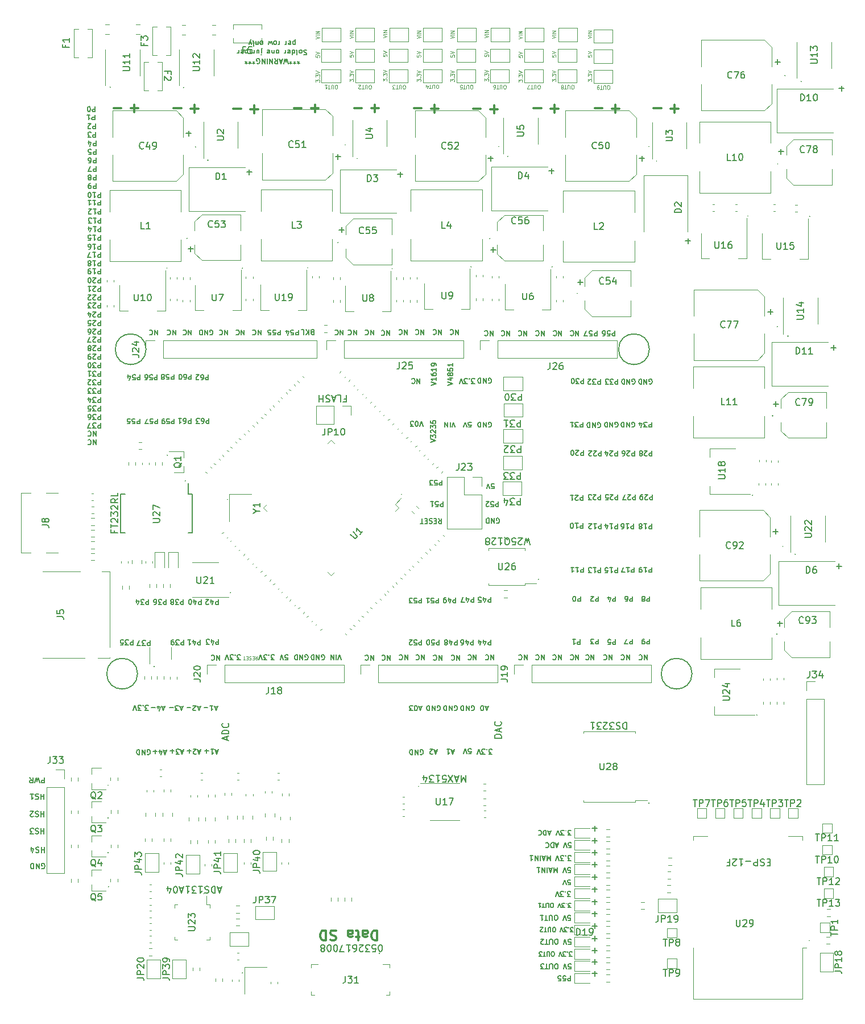
<source format=gbr>
%TF.GenerationSoftware,KiCad,Pcbnew,(5.1.9)-1*%
%TF.CreationDate,2021-07-02T17:33:52-07:00*%
%TF.ProjectId,MAD_P2,4d41445f-5032-42e6-9b69-6361645f7063,rev?*%
%TF.SameCoordinates,Original*%
%TF.FileFunction,Legend,Top*%
%TF.FilePolarity,Positive*%
%FSLAX46Y46*%
G04 Gerber Fmt 4.6, Leading zero omitted, Abs format (unit mm)*
G04 Created by KiCad (PCBNEW (5.1.9)-1) date 2021-07-02 17:33:52*
%MOMM*%
%LPD*%
G01*
G04 APERTURE LIST*
%ADD10C,0.150000*%
%ADD11C,0.120000*%
%ADD12C,0.300000*%
%ADD13C,0.187500*%
%ADD14C,0.100000*%
%ADD15C,0.125000*%
G04 APERTURE END LIST*
D10*
X476377047Y-156852928D02*
X477138952Y-156852928D01*
X476758000Y-157233880D02*
X476758000Y-156471976D01*
X476377047Y-155138428D02*
X477138952Y-155138428D01*
X476758000Y-155519380D02*
X476758000Y-154757476D01*
X476377047Y-153423928D02*
X477138952Y-153423928D01*
X476758000Y-153804880D02*
X476758000Y-153042976D01*
X476377047Y-151645928D02*
X477138952Y-151645928D01*
X476758000Y-152026880D02*
X476758000Y-151264976D01*
X476377047Y-149804428D02*
X477138952Y-149804428D01*
X476758000Y-150185380D02*
X476758000Y-149423476D01*
X476377047Y-147962928D02*
X477138952Y-147962928D01*
X476758000Y-148343880D02*
X476758000Y-147581976D01*
X476377047Y-146184928D02*
X477138952Y-146184928D01*
X476758000Y-146565880D02*
X476758000Y-145803976D01*
X476377047Y-144343428D02*
X477138952Y-144343428D01*
X476758000Y-144724380D02*
X476758000Y-143962476D01*
X476377047Y-142501928D02*
X477138952Y-142501928D01*
X476758000Y-142882880D02*
X476758000Y-142120976D01*
X476377047Y-140660428D02*
X477138952Y-140660428D01*
X476758000Y-141041380D02*
X476758000Y-140279476D01*
X476377047Y-138882428D02*
X477138952Y-138882428D01*
X476758000Y-139263380D02*
X476758000Y-138501476D01*
X476377047Y-137104428D02*
X477138952Y-137104428D01*
X476758000Y-137485380D02*
X476758000Y-136723476D01*
X476377047Y-135262928D02*
X477138952Y-135262928D01*
X476758000Y-135643880D02*
X476758000Y-134881976D01*
X503936047Y-104782928D02*
X504697952Y-104782928D01*
X504317000Y-105163880D02*
X504317000Y-104401976D01*
X512762547Y-96273928D02*
X513524452Y-96273928D01*
X513143500Y-96654880D02*
X513143500Y-95892976D01*
X503301047Y-91130428D02*
X504062952Y-91130428D01*
X503682000Y-91511380D02*
X503682000Y-90749476D01*
X503364547Y-72143928D02*
X504126452Y-72143928D01*
X503745500Y-72524880D02*
X503745500Y-71762976D01*
X511937047Y-63761928D02*
X512698952Y-63761928D01*
X512318000Y-64142880D02*
X512318000Y-63380976D01*
X502539047Y-58427928D02*
X503300952Y-58427928D01*
X502920000Y-58808880D02*
X502920000Y-58046976D01*
X474218047Y-54046428D02*
X474979952Y-54046428D01*
X474599000Y-54427380D02*
X474599000Y-53665476D01*
X438721547Y-46235928D02*
X439483452Y-46235928D01*
X439102500Y-46616880D02*
X439102500Y-45854976D01*
X469963547Y-37472928D02*
X470725452Y-37472928D01*
X470344500Y-37853880D02*
X470344500Y-37091976D01*
X461264047Y-49220428D02*
X462025952Y-49220428D01*
X461645000Y-49601380D02*
X461645000Y-48839476D01*
X490283547Y-47886928D02*
X491045452Y-47886928D01*
X490664500Y-48267880D02*
X490664500Y-47505976D01*
X504126547Y-34615428D02*
X504888452Y-34615428D01*
X504507500Y-34996380D02*
X504507500Y-34234476D01*
X503618547Y-21280428D02*
X504380452Y-21280428D01*
X503999500Y-21661380D02*
X503999500Y-20899476D01*
X483425547Y-35631428D02*
X484187452Y-35631428D01*
X483806500Y-36012380D02*
X483806500Y-35250476D01*
X460883047Y-35631428D02*
X461644952Y-35631428D01*
X461264000Y-36012380D02*
X461264000Y-35250476D01*
X438150047Y-35377428D02*
X438911952Y-35377428D01*
X438531000Y-35758380D02*
X438531000Y-34996476D01*
X415925047Y-31884928D02*
X416686952Y-31884928D01*
X416306000Y-32265880D02*
X416306000Y-31503976D01*
X416242547Y-49093428D02*
X417004452Y-49093428D01*
X416623500Y-49474380D02*
X416623500Y-48712476D01*
X447421047Y-37980928D02*
X448182952Y-37980928D01*
X447802000Y-38361880D02*
X447802000Y-37599976D01*
X424942047Y-37663428D02*
X425703952Y-37663428D01*
X425323000Y-38044380D02*
X425323000Y-37282476D01*
X513143547Y-25217428D02*
X513905452Y-25217428D01*
X513524500Y-25598380D02*
X513524500Y-24836476D01*
D11*
X468439500Y-98234500D02*
G75*
G03*
X468439500Y-98234500I-63500J0D01*
G01*
X422148000Y-86360000D02*
G75*
G03*
X422148000Y-86360000I-63500J0D01*
G01*
X448056000Y-85598000D02*
G75*
G03*
X448056000Y-85598000I-63500J0D01*
G01*
X413194500Y-79756000D02*
G75*
G03*
X413194500Y-79756000I-63500J0D01*
G01*
X415861500Y-83566000D02*
G75*
G03*
X415861500Y-83566000I-63500J0D01*
G01*
X422592500Y-100203000D02*
G75*
G03*
X422592500Y-100203000I-63500J0D01*
G01*
X411226000Y-111188500D02*
G75*
G03*
X411226000Y-111188500I-63500J0D01*
G01*
X404368000Y-138874500D02*
G75*
G03*
X404368000Y-138874500I-63500J0D01*
G01*
X404368000Y-133731000D02*
G75*
G03*
X404368000Y-133731000I-63500J0D01*
G01*
X404368000Y-128841500D02*
G75*
G03*
X404368000Y-128841500I-63500J0D01*
G01*
X404431500Y-143954500D02*
G75*
G03*
X404431500Y-143954500I-63500J0D01*
G01*
X418655500Y-144970500D02*
G75*
G03*
X418655500Y-144970500I-63500J0D01*
G01*
X424370500Y-156781500D02*
G75*
G03*
X424370500Y-156781500I-63500J0D01*
G01*
X444754000Y-153860500D02*
G75*
G03*
X444754000Y-153860500I-63500J0D01*
G01*
X450596000Y-129032000D02*
G75*
G03*
X450596000Y-129032000I-63500J0D01*
G01*
X508762000Y-151955500D02*
G75*
G03*
X508762000Y-151955500I-63500J0D01*
G01*
X484886000Y-131508500D02*
G75*
G03*
X484886000Y-131508500I-63500J0D01*
G01*
X500951500Y-118427500D02*
G75*
G03*
X500951500Y-118427500I-63500J0D01*
G01*
X503936000Y-106362500D02*
G75*
G03*
X503936000Y-106362500I-63500J0D01*
G01*
X506666500Y-94488000D02*
G75*
G03*
X506666500Y-94488000I-63500J0D01*
G01*
X504825000Y-93345000D02*
G75*
G03*
X504825000Y-93345000I-63500J0D01*
G01*
X500316500Y-85725000D02*
G75*
G03*
X500316500Y-85725000I-63500J0D01*
G01*
X503301000Y-73914000D02*
G75*
G03*
X503301000Y-73914000I-63500J0D01*
G01*
X503999500Y-60642500D02*
G75*
G03*
X503999500Y-60642500I-63500J0D01*
G01*
X505587000Y-62039500D02*
G75*
G03*
X505587000Y-62039500I-63500J0D01*
G01*
X474218000Y-55689500D02*
G75*
G03*
X474218000Y-55689500I-63500J0D01*
G01*
X470471500Y-51752500D02*
G75*
G03*
X470471500Y-51752500I-63500J0D01*
G01*
X458406500Y-51752500D02*
G75*
G03*
X458406500Y-51752500I-63500J0D01*
G01*
X446659000Y-52006500D02*
G75*
G03*
X446659000Y-52006500I-63500J0D01*
G01*
X434086000Y-51879500D02*
G75*
G03*
X434086000Y-51879500I-63500J0D01*
G01*
X424370500Y-51943000D02*
G75*
G03*
X424370500Y-51943000I-63500J0D01*
G01*
X413131000Y-51943000D02*
G75*
G03*
X413131000Y-51943000I-63500J0D01*
G01*
X438594500Y-48133000D02*
G75*
G03*
X438594500Y-48133000I-63500J0D01*
G01*
X461200500Y-47561500D02*
G75*
G03*
X461200500Y-47561500I-63500J0D01*
G01*
X508825500Y-44259500D02*
G75*
G03*
X508825500Y-44259500I-63500J0D01*
G01*
X499618000Y-44196000D02*
G75*
G03*
X499618000Y-44196000I-63500J0D01*
G01*
X504063000Y-36449000D02*
G75*
G03*
X504063000Y-36449000I-63500J0D01*
G01*
X505142500Y-23304500D02*
G75*
G03*
X505142500Y-23304500I-63500J0D01*
G01*
X484886000Y-33845500D02*
G75*
G03*
X484886000Y-33845500I-63500J0D01*
G01*
X462534000Y-33845500D02*
G75*
G03*
X462534000Y-33845500I-63500J0D01*
G01*
X439674000Y-33591500D02*
G75*
G03*
X439674000Y-33591500I-63500J0D01*
G01*
X417385500Y-33909000D02*
G75*
G03*
X417385500Y-33909000I-63500J0D01*
G01*
X416115500Y-47498000D02*
G75*
G03*
X416115500Y-47498000I-63500J0D01*
G01*
X419227000Y-35877500D02*
G75*
G03*
X419227000Y-35877500I-63500J0D01*
G01*
X441452000Y-35623500D02*
G75*
G03*
X441452000Y-35623500I-63500J0D01*
G01*
X463867500Y-35306000D02*
G75*
G03*
X463867500Y-35306000I-63500J0D01*
G01*
X486029000Y-36004500D02*
G75*
G03*
X486029000Y-36004500I-63500J0D01*
G01*
X507555500Y-24193500D02*
G75*
G03*
X507555500Y-24193500I-63500J0D01*
G01*
X415607500Y-25082500D02*
G75*
G03*
X415607500Y-25082500I-63500J0D01*
G01*
X404685500Y-25019000D02*
G75*
G03*
X404685500Y-25019000I-63500J0D01*
G01*
D12*
X485521071Y-28174142D02*
X486663928Y-28174142D01*
X488061071Y-28237642D02*
X489203928Y-28237642D01*
X488632500Y-28809071D02*
X488632500Y-27666214D01*
X476758071Y-28174142D02*
X477900928Y-28174142D01*
X479298071Y-28237642D02*
X480440928Y-28237642D01*
X479869500Y-28809071D02*
X479869500Y-27666214D01*
X467677571Y-28174142D02*
X468820428Y-28174142D01*
X470217571Y-28237642D02*
X471360428Y-28237642D01*
X470789000Y-28809071D02*
X470789000Y-27666214D01*
X458660571Y-28237642D02*
X459803428Y-28237642D01*
X461200571Y-28301142D02*
X462343428Y-28301142D01*
X461772000Y-28872571D02*
X461772000Y-27729714D01*
X449834071Y-28174142D02*
X450976928Y-28174142D01*
X452374071Y-28237642D02*
X453516928Y-28237642D01*
X452945500Y-28809071D02*
X452945500Y-27666214D01*
X440944071Y-28110642D02*
X442086928Y-28110642D01*
X443484071Y-28174142D02*
X444626928Y-28174142D01*
X444055500Y-28745571D02*
X444055500Y-27602714D01*
X431990571Y-28110642D02*
X433133428Y-28110642D01*
X434530571Y-28174142D02*
X435673428Y-28174142D01*
X435102000Y-28745571D02*
X435102000Y-27602714D01*
X422973571Y-28237642D02*
X424116428Y-28237642D01*
X425513571Y-28301142D02*
X426656428Y-28301142D01*
X426085000Y-28872571D02*
X426085000Y-27729714D01*
X414083571Y-28174142D02*
X415226428Y-28174142D01*
X416623571Y-28237642D02*
X417766428Y-28237642D01*
X417195000Y-28809071D02*
X417195000Y-27666214D01*
X405130071Y-28110642D02*
X406272928Y-28110642D01*
X407670071Y-28174142D02*
X408812928Y-28174142D01*
X408241500Y-28745571D02*
X408241500Y-27602714D01*
D13*
X432644857Y-21535214D02*
X432644857Y-21356642D01*
X432823428Y-21428071D02*
X432644857Y-21356642D01*
X432466285Y-21428071D01*
X432752000Y-21213785D02*
X432644857Y-21356642D01*
X432537714Y-21213785D01*
X432073428Y-21535214D02*
X432073428Y-21356642D01*
X432252000Y-21428071D02*
X432073428Y-21356642D01*
X431894857Y-21428071D01*
X432180571Y-21213785D02*
X432073428Y-21356642D01*
X431966285Y-21213785D01*
X431502000Y-21535214D02*
X431502000Y-21356642D01*
X431680571Y-21428071D02*
X431502000Y-21356642D01*
X431323428Y-21428071D01*
X431609142Y-21213785D02*
X431502000Y-21356642D01*
X431394857Y-21213785D01*
X431109142Y-21535214D02*
X430930571Y-20785214D01*
X430787714Y-21320928D01*
X430644857Y-20785214D01*
X430466285Y-21535214D01*
X430216285Y-20999500D02*
X429859142Y-20999500D01*
X430287714Y-20785214D02*
X430037714Y-21535214D01*
X429787714Y-20785214D01*
X429109142Y-20785214D02*
X429359142Y-21142357D01*
X429537714Y-20785214D02*
X429537714Y-21535214D01*
X429252000Y-21535214D01*
X429180571Y-21499500D01*
X429144857Y-21463785D01*
X429109142Y-21392357D01*
X429109142Y-21285214D01*
X429144857Y-21213785D01*
X429180571Y-21178071D01*
X429252000Y-21142357D01*
X429537714Y-21142357D01*
X428787714Y-20785214D02*
X428787714Y-21535214D01*
X428359142Y-20785214D01*
X428359142Y-21535214D01*
X428002000Y-20785214D02*
X428002000Y-21535214D01*
X427644857Y-20785214D02*
X427644857Y-21535214D01*
X427216285Y-20785214D01*
X427216285Y-21535214D01*
X426466285Y-21499500D02*
X426537714Y-21535214D01*
X426644857Y-21535214D01*
X426752000Y-21499500D01*
X426823428Y-21428071D01*
X426859142Y-21356642D01*
X426894857Y-21213785D01*
X426894857Y-21106642D01*
X426859142Y-20963785D01*
X426823428Y-20892357D01*
X426752000Y-20820928D01*
X426644857Y-20785214D01*
X426573428Y-20785214D01*
X426466285Y-20820928D01*
X426430571Y-20856642D01*
X426430571Y-21106642D01*
X426573428Y-21106642D01*
X426002000Y-21535214D02*
X426002000Y-21356642D01*
X426180571Y-21428071D02*
X426002000Y-21356642D01*
X425823428Y-21428071D01*
X426109142Y-21213785D02*
X426002000Y-21356642D01*
X425894857Y-21213785D01*
X425430571Y-21535214D02*
X425430571Y-21356642D01*
X425609142Y-21428071D02*
X425430571Y-21356642D01*
X425252000Y-21428071D01*
X425537714Y-21213785D02*
X425430571Y-21356642D01*
X425323428Y-21213785D01*
X424859142Y-21535214D02*
X424859142Y-21356642D01*
X425037714Y-21428071D02*
X424859142Y-21356642D01*
X424680571Y-21428071D01*
X424966285Y-21213785D02*
X424859142Y-21356642D01*
X424752000Y-21213785D01*
X433877000Y-19508428D02*
X433769857Y-19472714D01*
X433591285Y-19472714D01*
X433519857Y-19508428D01*
X433484142Y-19544142D01*
X433448428Y-19615571D01*
X433448428Y-19687000D01*
X433484142Y-19758428D01*
X433519857Y-19794142D01*
X433591285Y-19829857D01*
X433734142Y-19865571D01*
X433805571Y-19901285D01*
X433841285Y-19937000D01*
X433877000Y-20008428D01*
X433877000Y-20079857D01*
X433841285Y-20151285D01*
X433805571Y-20187000D01*
X433734142Y-20222714D01*
X433555571Y-20222714D01*
X433448428Y-20187000D01*
X433019857Y-19472714D02*
X433091285Y-19508428D01*
X433127000Y-19544142D01*
X433162714Y-19615571D01*
X433162714Y-19829857D01*
X433127000Y-19901285D01*
X433091285Y-19937000D01*
X433019857Y-19972714D01*
X432912714Y-19972714D01*
X432841285Y-19937000D01*
X432805571Y-19901285D01*
X432769857Y-19829857D01*
X432769857Y-19615571D01*
X432805571Y-19544142D01*
X432841285Y-19508428D01*
X432912714Y-19472714D01*
X433019857Y-19472714D01*
X432341285Y-19472714D02*
X432412714Y-19508428D01*
X432448428Y-19579857D01*
X432448428Y-20222714D01*
X431734142Y-19472714D02*
X431734142Y-20222714D01*
X431734142Y-19508428D02*
X431805571Y-19472714D01*
X431948428Y-19472714D01*
X432019857Y-19508428D01*
X432055571Y-19544142D01*
X432091285Y-19615571D01*
X432091285Y-19829857D01*
X432055571Y-19901285D01*
X432019857Y-19937000D01*
X431948428Y-19972714D01*
X431805571Y-19972714D01*
X431734142Y-19937000D01*
X431091285Y-19508428D02*
X431162714Y-19472714D01*
X431305571Y-19472714D01*
X431377000Y-19508428D01*
X431412714Y-19579857D01*
X431412714Y-19865571D01*
X431377000Y-19937000D01*
X431305571Y-19972714D01*
X431162714Y-19972714D01*
X431091285Y-19937000D01*
X431055571Y-19865571D01*
X431055571Y-19794142D01*
X431412714Y-19722714D01*
X430734142Y-19472714D02*
X430734142Y-19972714D01*
X430734142Y-19829857D02*
X430698428Y-19901285D01*
X430662714Y-19937000D01*
X430591285Y-19972714D01*
X430519857Y-19972714D01*
X429591285Y-19472714D02*
X429662714Y-19508428D01*
X429698428Y-19544142D01*
X429734142Y-19615571D01*
X429734142Y-19829857D01*
X429698428Y-19901285D01*
X429662714Y-19937000D01*
X429591285Y-19972714D01*
X429484142Y-19972714D01*
X429412714Y-19937000D01*
X429377000Y-19901285D01*
X429341285Y-19829857D01*
X429341285Y-19615571D01*
X429377000Y-19544142D01*
X429412714Y-19508428D01*
X429484142Y-19472714D01*
X429591285Y-19472714D01*
X429019857Y-19972714D02*
X429019857Y-19472714D01*
X429019857Y-19901285D02*
X428984142Y-19937000D01*
X428912714Y-19972714D01*
X428805571Y-19972714D01*
X428734142Y-19937000D01*
X428698428Y-19865571D01*
X428698428Y-19472714D01*
X428055571Y-19508428D02*
X428127000Y-19472714D01*
X428269857Y-19472714D01*
X428341285Y-19508428D01*
X428377000Y-19579857D01*
X428377000Y-19865571D01*
X428341285Y-19937000D01*
X428269857Y-19972714D01*
X428127000Y-19972714D01*
X428055571Y-19937000D01*
X428019857Y-19865571D01*
X428019857Y-19794142D01*
X428377000Y-19722714D01*
X427127000Y-19972714D02*
X427127000Y-19329857D01*
X427162714Y-19258428D01*
X427234142Y-19222714D01*
X427269857Y-19222714D01*
X427127000Y-20222714D02*
X427162714Y-20187000D01*
X427127000Y-20151285D01*
X427091285Y-20187000D01*
X427127000Y-20222714D01*
X427127000Y-20151285D01*
X426448428Y-19972714D02*
X426448428Y-19472714D01*
X426769857Y-19972714D02*
X426769857Y-19579857D01*
X426734142Y-19508428D01*
X426662714Y-19472714D01*
X426555571Y-19472714D01*
X426484142Y-19508428D01*
X426448428Y-19544142D01*
X426091285Y-19472714D02*
X426091285Y-19972714D01*
X426091285Y-19901285D02*
X426055571Y-19937000D01*
X425984142Y-19972714D01*
X425877000Y-19972714D01*
X425805571Y-19937000D01*
X425769857Y-19865571D01*
X425769857Y-19472714D01*
X425769857Y-19865571D02*
X425734142Y-19937000D01*
X425662714Y-19972714D01*
X425555571Y-19972714D01*
X425484142Y-19937000D01*
X425448428Y-19865571D01*
X425448428Y-19472714D01*
X425091285Y-19972714D02*
X425091285Y-19222714D01*
X425091285Y-19937000D02*
X425019857Y-19972714D01*
X424877000Y-19972714D01*
X424805571Y-19937000D01*
X424769857Y-19901285D01*
X424734142Y-19829857D01*
X424734142Y-19615571D01*
X424769857Y-19544142D01*
X424805571Y-19508428D01*
X424877000Y-19472714D01*
X425019857Y-19472714D01*
X425091285Y-19508428D01*
X424127000Y-19508428D02*
X424198428Y-19472714D01*
X424341285Y-19472714D01*
X424412714Y-19508428D01*
X424448428Y-19579857D01*
X424448428Y-19865571D01*
X424412714Y-19937000D01*
X424341285Y-19972714D01*
X424198428Y-19972714D01*
X424127000Y-19937000D01*
X424091285Y-19865571D01*
X424091285Y-19794142D01*
X424448428Y-19722714D01*
X423769857Y-19472714D02*
X423769857Y-19972714D01*
X423769857Y-19829857D02*
X423734142Y-19901285D01*
X423698428Y-19937000D01*
X423627000Y-19972714D01*
X423555571Y-19972714D01*
X432162714Y-18660214D02*
X432162714Y-17910214D01*
X432162714Y-18624500D02*
X432091285Y-18660214D01*
X431948428Y-18660214D01*
X431877000Y-18624500D01*
X431841285Y-18588785D01*
X431805571Y-18517357D01*
X431805571Y-18303071D01*
X431841285Y-18231642D01*
X431877000Y-18195928D01*
X431948428Y-18160214D01*
X432091285Y-18160214D01*
X432162714Y-18195928D01*
X431198428Y-18195928D02*
X431269857Y-18160214D01*
X431412714Y-18160214D01*
X431484142Y-18195928D01*
X431519857Y-18267357D01*
X431519857Y-18553071D01*
X431484142Y-18624500D01*
X431412714Y-18660214D01*
X431269857Y-18660214D01*
X431198428Y-18624500D01*
X431162714Y-18553071D01*
X431162714Y-18481642D01*
X431519857Y-18410214D01*
X430841285Y-18160214D02*
X430841285Y-18660214D01*
X430841285Y-18517357D02*
X430805571Y-18588785D01*
X430769857Y-18624500D01*
X430698428Y-18660214D01*
X430627000Y-18660214D01*
X429805571Y-18160214D02*
X429805571Y-18660214D01*
X429805571Y-18517357D02*
X429769857Y-18588785D01*
X429734142Y-18624500D01*
X429662714Y-18660214D01*
X429591285Y-18660214D01*
X429234142Y-18160214D02*
X429305571Y-18195928D01*
X429341285Y-18231642D01*
X429377000Y-18303071D01*
X429377000Y-18517357D01*
X429341285Y-18588785D01*
X429305571Y-18624500D01*
X429234142Y-18660214D01*
X429127000Y-18660214D01*
X429055571Y-18624500D01*
X429019857Y-18588785D01*
X428984142Y-18517357D01*
X428984142Y-18303071D01*
X429019857Y-18231642D01*
X429055571Y-18195928D01*
X429127000Y-18160214D01*
X429234142Y-18160214D01*
X428734142Y-18660214D02*
X428591285Y-18160214D01*
X428448428Y-18517357D01*
X428305571Y-18160214D01*
X428162714Y-18660214D01*
X427198428Y-18160214D02*
X427269857Y-18195928D01*
X427305571Y-18231642D01*
X427341285Y-18303071D01*
X427341285Y-18517357D01*
X427305571Y-18588785D01*
X427269857Y-18624500D01*
X427198428Y-18660214D01*
X427091285Y-18660214D01*
X427019857Y-18624500D01*
X426984142Y-18588785D01*
X426948428Y-18517357D01*
X426948428Y-18303071D01*
X426984142Y-18231642D01*
X427019857Y-18195928D01*
X427091285Y-18160214D01*
X427198428Y-18160214D01*
X426627000Y-18660214D02*
X426627000Y-18160214D01*
X426627000Y-18588785D02*
X426591285Y-18624500D01*
X426519857Y-18660214D01*
X426412714Y-18660214D01*
X426341285Y-18624500D01*
X426305571Y-18553071D01*
X426305571Y-18160214D01*
X425841285Y-18160214D02*
X425912714Y-18195928D01*
X425948428Y-18267357D01*
X425948428Y-18910214D01*
X425627000Y-18660214D02*
X425448428Y-18160214D01*
X425269857Y-18660214D02*
X425448428Y-18160214D01*
X425519857Y-17981642D01*
X425555571Y-17945928D01*
X425627000Y-17910214D01*
D10*
X462859380Y-121840476D02*
X461859380Y-121840476D01*
X461859380Y-121602380D01*
X461907000Y-121459523D01*
X462002238Y-121364285D01*
X462097476Y-121316666D01*
X462287952Y-121269047D01*
X462430809Y-121269047D01*
X462621285Y-121316666D01*
X462716523Y-121364285D01*
X462811761Y-121459523D01*
X462859380Y-121602380D01*
X462859380Y-121840476D01*
X462573666Y-120888095D02*
X462573666Y-120411904D01*
X462859380Y-120983333D02*
X461859380Y-120650000D01*
X462859380Y-120316666D01*
X462764142Y-119411904D02*
X462811761Y-119459523D01*
X462859380Y-119602380D01*
X462859380Y-119697619D01*
X462811761Y-119840476D01*
X462716523Y-119935714D01*
X462621285Y-119983333D01*
X462430809Y-120030952D01*
X462287952Y-120030952D01*
X462097476Y-119983333D01*
X462002238Y-119935714D01*
X461907000Y-119840476D01*
X461859380Y-119697619D01*
X461859380Y-119602380D01*
X461907000Y-119459523D01*
X461954619Y-119411904D01*
X421997166Y-122142095D02*
X421997166Y-121665904D01*
X422282880Y-122237333D02*
X421282880Y-121904000D01*
X422282880Y-121570666D01*
X422282880Y-121237333D02*
X421282880Y-121237333D01*
X421282880Y-120999238D01*
X421330500Y-120856380D01*
X421425738Y-120761142D01*
X421520976Y-120713523D01*
X421711452Y-120665904D01*
X421854309Y-120665904D01*
X422044785Y-120713523D01*
X422140023Y-120761142D01*
X422235261Y-120856380D01*
X422282880Y-120999238D01*
X422282880Y-121237333D01*
X422187642Y-119665904D02*
X422235261Y-119713523D01*
X422282880Y-119856380D01*
X422282880Y-119951619D01*
X422235261Y-120094476D01*
X422140023Y-120189714D01*
X422044785Y-120237333D01*
X421854309Y-120284952D01*
X421711452Y-120284952D01*
X421520976Y-120237333D01*
X421425738Y-120189714D01*
X421330500Y-120094476D01*
X421282880Y-119951619D01*
X421282880Y-119856380D01*
X421330500Y-119713523D01*
X421378119Y-119665904D01*
X439310785Y-61128714D02*
X439310785Y-61878714D01*
X438882214Y-61128714D01*
X438882214Y-61878714D01*
X438096500Y-61200142D02*
X438132214Y-61164428D01*
X438239357Y-61128714D01*
X438310785Y-61128714D01*
X438417928Y-61164428D01*
X438489357Y-61235857D01*
X438525071Y-61307285D01*
X438560785Y-61450142D01*
X438560785Y-61557285D01*
X438525071Y-61700142D01*
X438489357Y-61771571D01*
X438417928Y-61843000D01*
X438310785Y-61878714D01*
X438239357Y-61878714D01*
X438132214Y-61843000D01*
X438096500Y-61807285D01*
X479764214Y-61255714D02*
X479764214Y-62005714D01*
X479478500Y-62005714D01*
X479407071Y-61970000D01*
X479371357Y-61934285D01*
X479335642Y-61862857D01*
X479335642Y-61755714D01*
X479371357Y-61684285D01*
X479407071Y-61648571D01*
X479478500Y-61612857D01*
X479764214Y-61612857D01*
X478657071Y-62005714D02*
X479014214Y-62005714D01*
X479049928Y-61648571D01*
X479014214Y-61684285D01*
X478942785Y-61720000D01*
X478764214Y-61720000D01*
X478692785Y-61684285D01*
X478657071Y-61648571D01*
X478621357Y-61577142D01*
X478621357Y-61398571D01*
X478657071Y-61327142D01*
X478692785Y-61291428D01*
X478764214Y-61255714D01*
X478942785Y-61255714D01*
X479014214Y-61291428D01*
X479049928Y-61327142D01*
X477978500Y-62005714D02*
X478121357Y-62005714D01*
X478192785Y-61970000D01*
X478228500Y-61934285D01*
X478299928Y-61827142D01*
X478335642Y-61684285D01*
X478335642Y-61398571D01*
X478299928Y-61327142D01*
X478264214Y-61291428D01*
X478192785Y-61255714D01*
X478049928Y-61255714D01*
X477978500Y-61291428D01*
X477942785Y-61327142D01*
X477907071Y-61398571D01*
X477907071Y-61577142D01*
X477942785Y-61648571D01*
X477978500Y-61684285D01*
X478049928Y-61720000D01*
X478192785Y-61720000D01*
X478264214Y-61684285D01*
X478299928Y-61648571D01*
X478335642Y-61577142D01*
X477097214Y-61255714D02*
X477097214Y-62005714D01*
X476811500Y-62005714D01*
X476740071Y-61970000D01*
X476704357Y-61934285D01*
X476668642Y-61862857D01*
X476668642Y-61755714D01*
X476704357Y-61684285D01*
X476740071Y-61648571D01*
X476811500Y-61612857D01*
X477097214Y-61612857D01*
X475990071Y-62005714D02*
X476347214Y-62005714D01*
X476382928Y-61648571D01*
X476347214Y-61684285D01*
X476275785Y-61720000D01*
X476097214Y-61720000D01*
X476025785Y-61684285D01*
X475990071Y-61648571D01*
X475954357Y-61577142D01*
X475954357Y-61398571D01*
X475990071Y-61327142D01*
X476025785Y-61291428D01*
X476097214Y-61255714D01*
X476275785Y-61255714D01*
X476347214Y-61291428D01*
X476382928Y-61327142D01*
X475704357Y-62005714D02*
X475204357Y-62005714D01*
X475525785Y-61255714D01*
X474362785Y-61255714D02*
X474362785Y-62005714D01*
X473934214Y-61255714D01*
X473934214Y-62005714D01*
X473148500Y-61327142D02*
X473184214Y-61291428D01*
X473291357Y-61255714D01*
X473362785Y-61255714D01*
X473469928Y-61291428D01*
X473541357Y-61362857D01*
X473577071Y-61434285D01*
X473612785Y-61577142D01*
X473612785Y-61684285D01*
X473577071Y-61827142D01*
X473541357Y-61898571D01*
X473469928Y-61970000D01*
X473362785Y-62005714D01*
X473291357Y-62005714D01*
X473184214Y-61970000D01*
X473148500Y-61934285D01*
X471822785Y-61255714D02*
X471822785Y-62005714D01*
X471394214Y-61255714D01*
X471394214Y-62005714D01*
X470608500Y-61327142D02*
X470644214Y-61291428D01*
X470751357Y-61255714D01*
X470822785Y-61255714D01*
X470929928Y-61291428D01*
X471001357Y-61362857D01*
X471037071Y-61434285D01*
X471072785Y-61577142D01*
X471072785Y-61684285D01*
X471037071Y-61827142D01*
X471001357Y-61898571D01*
X470929928Y-61970000D01*
X470822785Y-62005714D01*
X470751357Y-62005714D01*
X470644214Y-61970000D01*
X470608500Y-61934285D01*
X469219285Y-61255714D02*
X469219285Y-62005714D01*
X468790714Y-61255714D01*
X468790714Y-62005714D01*
X468005000Y-61327142D02*
X468040714Y-61291428D01*
X468147857Y-61255714D01*
X468219285Y-61255714D01*
X468326428Y-61291428D01*
X468397857Y-61362857D01*
X468433571Y-61434285D01*
X468469285Y-61577142D01*
X468469285Y-61684285D01*
X468433571Y-61827142D01*
X468397857Y-61898571D01*
X468326428Y-61970000D01*
X468219285Y-62005714D01*
X468147857Y-62005714D01*
X468040714Y-61970000D01*
X468005000Y-61934285D01*
X466615785Y-61255714D02*
X466615785Y-62005714D01*
X466187214Y-61255714D01*
X466187214Y-62005714D01*
X465401500Y-61327142D02*
X465437214Y-61291428D01*
X465544357Y-61255714D01*
X465615785Y-61255714D01*
X465722928Y-61291428D01*
X465794357Y-61362857D01*
X465830071Y-61434285D01*
X465865785Y-61577142D01*
X465865785Y-61684285D01*
X465830071Y-61827142D01*
X465794357Y-61898571D01*
X465722928Y-61970000D01*
X465615785Y-62005714D01*
X465544357Y-62005714D01*
X465437214Y-61970000D01*
X465401500Y-61934285D01*
X464075785Y-61255714D02*
X464075785Y-62005714D01*
X463647214Y-61255714D01*
X463647214Y-62005714D01*
X462861500Y-61327142D02*
X462897214Y-61291428D01*
X463004357Y-61255714D01*
X463075785Y-61255714D01*
X463182928Y-61291428D01*
X463254357Y-61362857D01*
X463290071Y-61434285D01*
X463325785Y-61577142D01*
X463325785Y-61684285D01*
X463290071Y-61827142D01*
X463254357Y-61898571D01*
X463182928Y-61970000D01*
X463075785Y-62005714D01*
X463004357Y-62005714D01*
X462897214Y-61970000D01*
X462861500Y-61934285D01*
X461599285Y-61255714D02*
X461599285Y-62005714D01*
X461170714Y-61255714D01*
X461170714Y-62005714D01*
X460385000Y-61327142D02*
X460420714Y-61291428D01*
X460527857Y-61255714D01*
X460599285Y-61255714D01*
X460706428Y-61291428D01*
X460777857Y-61362857D01*
X460813571Y-61434285D01*
X460849285Y-61577142D01*
X460849285Y-61684285D01*
X460813571Y-61827142D01*
X460777857Y-61898571D01*
X460706428Y-61970000D01*
X460599285Y-62005714D01*
X460527857Y-62005714D01*
X460420714Y-61970000D01*
X460385000Y-61934285D01*
X456455785Y-61065214D02*
X456455785Y-61815214D01*
X456027214Y-61065214D01*
X456027214Y-61815214D01*
X455241500Y-61136642D02*
X455277214Y-61100928D01*
X455384357Y-61065214D01*
X455455785Y-61065214D01*
X455562928Y-61100928D01*
X455634357Y-61172357D01*
X455670071Y-61243785D01*
X455705785Y-61386642D01*
X455705785Y-61493785D01*
X455670071Y-61636642D01*
X455634357Y-61708071D01*
X455562928Y-61779500D01*
X455455785Y-61815214D01*
X455384357Y-61815214D01*
X455277214Y-61779500D01*
X455241500Y-61743785D01*
X453915785Y-61065214D02*
X453915785Y-61815214D01*
X453487214Y-61065214D01*
X453487214Y-61815214D01*
X452701500Y-61136642D02*
X452737214Y-61100928D01*
X452844357Y-61065214D01*
X452915785Y-61065214D01*
X453022928Y-61100928D01*
X453094357Y-61172357D01*
X453130071Y-61243785D01*
X453165785Y-61386642D01*
X453165785Y-61493785D01*
X453130071Y-61636642D01*
X453094357Y-61708071D01*
X453022928Y-61779500D01*
X452915785Y-61815214D01*
X452844357Y-61815214D01*
X452737214Y-61779500D01*
X452701500Y-61743785D01*
X451312285Y-61065214D02*
X451312285Y-61815214D01*
X450883714Y-61065214D01*
X450883714Y-61815214D01*
X450098000Y-61136642D02*
X450133714Y-61100928D01*
X450240857Y-61065214D01*
X450312285Y-61065214D01*
X450419428Y-61100928D01*
X450490857Y-61172357D01*
X450526571Y-61243785D01*
X450562285Y-61386642D01*
X450562285Y-61493785D01*
X450526571Y-61636642D01*
X450490857Y-61708071D01*
X450419428Y-61779500D01*
X450312285Y-61815214D01*
X450240857Y-61815214D01*
X450133714Y-61779500D01*
X450098000Y-61743785D01*
X448835785Y-61065214D02*
X448835785Y-61815214D01*
X448407214Y-61065214D01*
X448407214Y-61815214D01*
X447621500Y-61136642D02*
X447657214Y-61100928D01*
X447764357Y-61065214D01*
X447835785Y-61065214D01*
X447942928Y-61100928D01*
X448014357Y-61172357D01*
X448050071Y-61243785D01*
X448085785Y-61386642D01*
X448085785Y-61493785D01*
X448050071Y-61636642D01*
X448014357Y-61708071D01*
X447942928Y-61779500D01*
X447835785Y-61815214D01*
X447764357Y-61815214D01*
X447657214Y-61779500D01*
X447621500Y-61743785D01*
X446232285Y-61192214D02*
X446232285Y-61942214D01*
X445803714Y-61192214D01*
X445803714Y-61942214D01*
X445018000Y-61263642D02*
X445053714Y-61227928D01*
X445160857Y-61192214D01*
X445232285Y-61192214D01*
X445339428Y-61227928D01*
X445410857Y-61299357D01*
X445446571Y-61370785D01*
X445482285Y-61513642D01*
X445482285Y-61620785D01*
X445446571Y-61763642D01*
X445410857Y-61835071D01*
X445339428Y-61906500D01*
X445232285Y-61942214D01*
X445160857Y-61942214D01*
X445053714Y-61906500D01*
X445018000Y-61870785D01*
X443819285Y-61128714D02*
X443819285Y-61878714D01*
X443390714Y-61128714D01*
X443390714Y-61878714D01*
X442605000Y-61200142D02*
X442640714Y-61164428D01*
X442747857Y-61128714D01*
X442819285Y-61128714D01*
X442926428Y-61164428D01*
X442997857Y-61235857D01*
X443033571Y-61307285D01*
X443069285Y-61450142D01*
X443069285Y-61557285D01*
X443033571Y-61700142D01*
X442997857Y-61771571D01*
X442926428Y-61843000D01*
X442819285Y-61878714D01*
X442747857Y-61878714D01*
X442640714Y-61843000D01*
X442605000Y-61807285D01*
X441279285Y-61128714D02*
X441279285Y-61878714D01*
X440850714Y-61128714D01*
X440850714Y-61878714D01*
X440065000Y-61200142D02*
X440100714Y-61164428D01*
X440207857Y-61128714D01*
X440279285Y-61128714D01*
X440386428Y-61164428D01*
X440457857Y-61235857D01*
X440493571Y-61307285D01*
X440529285Y-61450142D01*
X440529285Y-61557285D01*
X440493571Y-61700142D01*
X440457857Y-61771571D01*
X440386428Y-61843000D01*
X440279285Y-61878714D01*
X440207857Y-61878714D01*
X440100714Y-61843000D01*
X440065000Y-61807285D01*
X432647214Y-61128714D02*
X432647214Y-61878714D01*
X432361500Y-61878714D01*
X432290071Y-61843000D01*
X432254357Y-61807285D01*
X432218642Y-61735857D01*
X432218642Y-61628714D01*
X432254357Y-61557285D01*
X432290071Y-61521571D01*
X432361500Y-61485857D01*
X432647214Y-61485857D01*
X431540071Y-61878714D02*
X431897214Y-61878714D01*
X431932928Y-61521571D01*
X431897214Y-61557285D01*
X431825785Y-61593000D01*
X431647214Y-61593000D01*
X431575785Y-61557285D01*
X431540071Y-61521571D01*
X431504357Y-61450142D01*
X431504357Y-61271571D01*
X431540071Y-61200142D01*
X431575785Y-61164428D01*
X431647214Y-61128714D01*
X431825785Y-61128714D01*
X431897214Y-61164428D01*
X431932928Y-61200142D01*
X430861500Y-61628714D02*
X430861500Y-61128714D01*
X431040071Y-61914428D02*
X431218642Y-61378714D01*
X430754357Y-61378714D01*
X429980214Y-61128714D02*
X429980214Y-61878714D01*
X429694500Y-61878714D01*
X429623071Y-61843000D01*
X429587357Y-61807285D01*
X429551642Y-61735857D01*
X429551642Y-61628714D01*
X429587357Y-61557285D01*
X429623071Y-61521571D01*
X429694500Y-61485857D01*
X429980214Y-61485857D01*
X428873071Y-61878714D02*
X429230214Y-61878714D01*
X429265928Y-61521571D01*
X429230214Y-61557285D01*
X429158785Y-61593000D01*
X428980214Y-61593000D01*
X428908785Y-61557285D01*
X428873071Y-61521571D01*
X428837357Y-61450142D01*
X428837357Y-61271571D01*
X428873071Y-61200142D01*
X428908785Y-61164428D01*
X428980214Y-61128714D01*
X429158785Y-61128714D01*
X429230214Y-61164428D01*
X429265928Y-61200142D01*
X428158785Y-61878714D02*
X428515928Y-61878714D01*
X428551642Y-61521571D01*
X428515928Y-61557285D01*
X428444500Y-61593000D01*
X428265928Y-61593000D01*
X428194500Y-61557285D01*
X428158785Y-61521571D01*
X428123071Y-61450142D01*
X428123071Y-61271571D01*
X428158785Y-61200142D01*
X428194500Y-61164428D01*
X428265928Y-61128714D01*
X428444500Y-61128714D01*
X428515928Y-61164428D01*
X428551642Y-61200142D01*
X434711000Y-61458071D02*
X434603857Y-61422357D01*
X434568142Y-61386642D01*
X434532428Y-61315214D01*
X434532428Y-61208071D01*
X434568142Y-61136642D01*
X434603857Y-61100928D01*
X434675285Y-61065214D01*
X434961000Y-61065214D01*
X434961000Y-61815214D01*
X434711000Y-61815214D01*
X434639571Y-61779500D01*
X434603857Y-61743785D01*
X434568142Y-61672357D01*
X434568142Y-61600928D01*
X434603857Y-61529500D01*
X434639571Y-61493785D01*
X434711000Y-61458071D01*
X434961000Y-61458071D01*
X434211000Y-61065214D02*
X434211000Y-61815214D01*
X433782428Y-61065214D02*
X434103857Y-61493785D01*
X433782428Y-61815214D02*
X434211000Y-61386642D01*
X433103857Y-61065214D02*
X433461000Y-61065214D01*
X433461000Y-61815214D01*
X427055285Y-61128714D02*
X427055285Y-61878714D01*
X426626714Y-61128714D01*
X426626714Y-61878714D01*
X425841000Y-61200142D02*
X425876714Y-61164428D01*
X425983857Y-61128714D01*
X426055285Y-61128714D01*
X426162428Y-61164428D01*
X426233857Y-61235857D01*
X426269571Y-61307285D01*
X426305285Y-61450142D01*
X426305285Y-61557285D01*
X426269571Y-61700142D01*
X426233857Y-61771571D01*
X426162428Y-61843000D01*
X426055285Y-61878714D01*
X425983857Y-61878714D01*
X425876714Y-61843000D01*
X425841000Y-61807285D01*
X424578785Y-61128714D02*
X424578785Y-61878714D01*
X424150214Y-61128714D01*
X424150214Y-61878714D01*
X423364500Y-61200142D02*
X423400214Y-61164428D01*
X423507357Y-61128714D01*
X423578785Y-61128714D01*
X423685928Y-61164428D01*
X423757357Y-61235857D01*
X423793071Y-61307285D01*
X423828785Y-61450142D01*
X423828785Y-61557285D01*
X423793071Y-61700142D01*
X423757357Y-61771571D01*
X423685928Y-61843000D01*
X423578785Y-61878714D01*
X423507357Y-61878714D01*
X423400214Y-61843000D01*
X423364500Y-61807285D01*
X422102285Y-61128714D02*
X422102285Y-61878714D01*
X421673714Y-61128714D01*
X421673714Y-61878714D01*
X420888000Y-61200142D02*
X420923714Y-61164428D01*
X421030857Y-61128714D01*
X421102285Y-61128714D01*
X421209428Y-61164428D01*
X421280857Y-61235857D01*
X421316571Y-61307285D01*
X421352285Y-61450142D01*
X421352285Y-61557285D01*
X421316571Y-61700142D01*
X421280857Y-61771571D01*
X421209428Y-61843000D01*
X421102285Y-61878714D01*
X421030857Y-61878714D01*
X420923714Y-61843000D01*
X420888000Y-61807285D01*
X416704785Y-61128714D02*
X416704785Y-61878714D01*
X416276214Y-61128714D01*
X416276214Y-61878714D01*
X415490500Y-61200142D02*
X415526214Y-61164428D01*
X415633357Y-61128714D01*
X415704785Y-61128714D01*
X415811928Y-61164428D01*
X415883357Y-61235857D01*
X415919071Y-61307285D01*
X415954785Y-61450142D01*
X415954785Y-61557285D01*
X415919071Y-61700142D01*
X415883357Y-61771571D01*
X415811928Y-61843000D01*
X415704785Y-61878714D01*
X415633357Y-61878714D01*
X415526214Y-61843000D01*
X415490500Y-61807285D01*
X414355285Y-61128714D02*
X414355285Y-61878714D01*
X413926714Y-61128714D01*
X413926714Y-61878714D01*
X413141000Y-61200142D02*
X413176714Y-61164428D01*
X413283857Y-61128714D01*
X413355285Y-61128714D01*
X413462428Y-61164428D01*
X413533857Y-61235857D01*
X413569571Y-61307285D01*
X413605285Y-61450142D01*
X413605285Y-61557285D01*
X413569571Y-61700142D01*
X413533857Y-61771571D01*
X413462428Y-61843000D01*
X413355285Y-61878714D01*
X413283857Y-61878714D01*
X413176714Y-61843000D01*
X413141000Y-61807285D01*
X419480928Y-61843000D02*
X419552357Y-61878714D01*
X419659500Y-61878714D01*
X419766642Y-61843000D01*
X419838071Y-61771571D01*
X419873785Y-61700142D01*
X419909500Y-61557285D01*
X419909500Y-61450142D01*
X419873785Y-61307285D01*
X419838071Y-61235857D01*
X419766642Y-61164428D01*
X419659500Y-61128714D01*
X419588071Y-61128714D01*
X419480928Y-61164428D01*
X419445214Y-61200142D01*
X419445214Y-61450142D01*
X419588071Y-61450142D01*
X419123785Y-61128714D02*
X419123785Y-61878714D01*
X418695214Y-61128714D01*
X418695214Y-61878714D01*
X418338071Y-61128714D02*
X418338071Y-61878714D01*
X418159500Y-61878714D01*
X418052357Y-61843000D01*
X417980928Y-61771571D01*
X417945214Y-61700142D01*
X417909500Y-61557285D01*
X417909500Y-61450142D01*
X417945214Y-61307285D01*
X417980928Y-61235857D01*
X418052357Y-61164428D01*
X418159500Y-61128714D01*
X418338071Y-61128714D01*
X411688285Y-61128714D02*
X411688285Y-61878714D01*
X411259714Y-61128714D01*
X411259714Y-61878714D01*
X410474000Y-61200142D02*
X410509714Y-61164428D01*
X410616857Y-61128714D01*
X410688285Y-61128714D01*
X410795428Y-61164428D01*
X410866857Y-61235857D01*
X410902571Y-61307285D01*
X410938285Y-61450142D01*
X410938285Y-61557285D01*
X410902571Y-61700142D01*
X410866857Y-61771571D01*
X410795428Y-61843000D01*
X410688285Y-61878714D01*
X410616857Y-61878714D01*
X410509714Y-61843000D01*
X410474000Y-61807285D01*
X409088714Y-67796214D02*
X409088714Y-68546214D01*
X408803000Y-68546214D01*
X408731571Y-68510500D01*
X408695857Y-68474785D01*
X408660142Y-68403357D01*
X408660142Y-68296214D01*
X408695857Y-68224785D01*
X408731571Y-68189071D01*
X408803000Y-68153357D01*
X409088714Y-68153357D01*
X407981571Y-68546214D02*
X408338714Y-68546214D01*
X408374428Y-68189071D01*
X408338714Y-68224785D01*
X408267285Y-68260500D01*
X408088714Y-68260500D01*
X408017285Y-68224785D01*
X407981571Y-68189071D01*
X407945857Y-68117642D01*
X407945857Y-67939071D01*
X407981571Y-67867642D01*
X408017285Y-67831928D01*
X408088714Y-67796214D01*
X408267285Y-67796214D01*
X408338714Y-67831928D01*
X408374428Y-67867642D01*
X407303000Y-68296214D02*
X407303000Y-67796214D01*
X407481571Y-68581928D02*
X407660142Y-68046214D01*
X407195857Y-68046214D01*
X411628714Y-67796214D02*
X411628714Y-68546214D01*
X411343000Y-68546214D01*
X411271571Y-68510500D01*
X411235857Y-68474785D01*
X411200142Y-68403357D01*
X411200142Y-68296214D01*
X411235857Y-68224785D01*
X411271571Y-68189071D01*
X411343000Y-68153357D01*
X411628714Y-68153357D01*
X410521571Y-68546214D02*
X410878714Y-68546214D01*
X410914428Y-68189071D01*
X410878714Y-68224785D01*
X410807285Y-68260500D01*
X410628714Y-68260500D01*
X410557285Y-68224785D01*
X410521571Y-68189071D01*
X410485857Y-68117642D01*
X410485857Y-67939071D01*
X410521571Y-67867642D01*
X410557285Y-67831928D01*
X410628714Y-67796214D01*
X410807285Y-67796214D01*
X410878714Y-67831928D01*
X410914428Y-67867642D01*
X409843000Y-68546214D02*
X409985857Y-68546214D01*
X410057285Y-68510500D01*
X410093000Y-68474785D01*
X410164428Y-68367642D01*
X410200142Y-68224785D01*
X410200142Y-67939071D01*
X410164428Y-67867642D01*
X410128714Y-67831928D01*
X410057285Y-67796214D01*
X409914428Y-67796214D01*
X409843000Y-67831928D01*
X409807285Y-67867642D01*
X409771571Y-67939071D01*
X409771571Y-68117642D01*
X409807285Y-68189071D01*
X409843000Y-68224785D01*
X409914428Y-68260500D01*
X410057285Y-68260500D01*
X410128714Y-68224785D01*
X410164428Y-68189071D01*
X410200142Y-68117642D01*
X414105214Y-67732714D02*
X414105214Y-68482714D01*
X413819500Y-68482714D01*
X413748071Y-68447000D01*
X413712357Y-68411285D01*
X413676642Y-68339857D01*
X413676642Y-68232714D01*
X413712357Y-68161285D01*
X413748071Y-68125571D01*
X413819500Y-68089857D01*
X414105214Y-68089857D01*
X412998071Y-68482714D02*
X413355214Y-68482714D01*
X413390928Y-68125571D01*
X413355214Y-68161285D01*
X413283785Y-68197000D01*
X413105214Y-68197000D01*
X413033785Y-68161285D01*
X412998071Y-68125571D01*
X412962357Y-68054142D01*
X412962357Y-67875571D01*
X412998071Y-67804142D01*
X413033785Y-67768428D01*
X413105214Y-67732714D01*
X413283785Y-67732714D01*
X413355214Y-67768428D01*
X413390928Y-67804142D01*
X412533785Y-68161285D02*
X412605214Y-68197000D01*
X412640928Y-68232714D01*
X412676642Y-68304142D01*
X412676642Y-68339857D01*
X412640928Y-68411285D01*
X412605214Y-68447000D01*
X412533785Y-68482714D01*
X412390928Y-68482714D01*
X412319500Y-68447000D01*
X412283785Y-68411285D01*
X412248071Y-68339857D01*
X412248071Y-68304142D01*
X412283785Y-68232714D01*
X412319500Y-68197000D01*
X412390928Y-68161285D01*
X412533785Y-68161285D01*
X412605214Y-68125571D01*
X412640928Y-68089857D01*
X412676642Y-68018428D01*
X412676642Y-67875571D01*
X412640928Y-67804142D01*
X412605214Y-67768428D01*
X412533785Y-67732714D01*
X412390928Y-67732714D01*
X412319500Y-67768428D01*
X412283785Y-67804142D01*
X412248071Y-67875571D01*
X412248071Y-68018428D01*
X412283785Y-68089857D01*
X412319500Y-68125571D01*
X412390928Y-68161285D01*
X416708714Y-67732714D02*
X416708714Y-68482714D01*
X416423000Y-68482714D01*
X416351571Y-68447000D01*
X416315857Y-68411285D01*
X416280142Y-68339857D01*
X416280142Y-68232714D01*
X416315857Y-68161285D01*
X416351571Y-68125571D01*
X416423000Y-68089857D01*
X416708714Y-68089857D01*
X415637285Y-68482714D02*
X415780142Y-68482714D01*
X415851571Y-68447000D01*
X415887285Y-68411285D01*
X415958714Y-68304142D01*
X415994428Y-68161285D01*
X415994428Y-67875571D01*
X415958714Y-67804142D01*
X415923000Y-67768428D01*
X415851571Y-67732714D01*
X415708714Y-67732714D01*
X415637285Y-67768428D01*
X415601571Y-67804142D01*
X415565857Y-67875571D01*
X415565857Y-68054142D01*
X415601571Y-68125571D01*
X415637285Y-68161285D01*
X415708714Y-68197000D01*
X415851571Y-68197000D01*
X415923000Y-68161285D01*
X415958714Y-68125571D01*
X415994428Y-68054142D01*
X415101571Y-68482714D02*
X415030142Y-68482714D01*
X414958714Y-68447000D01*
X414923000Y-68411285D01*
X414887285Y-68339857D01*
X414851571Y-68197000D01*
X414851571Y-68018428D01*
X414887285Y-67875571D01*
X414923000Y-67804142D01*
X414958714Y-67768428D01*
X415030142Y-67732714D01*
X415101571Y-67732714D01*
X415173000Y-67768428D01*
X415208714Y-67804142D01*
X415244428Y-67875571D01*
X415280142Y-68018428D01*
X415280142Y-68197000D01*
X415244428Y-68339857D01*
X415208714Y-68411285D01*
X415173000Y-68447000D01*
X415101571Y-68482714D01*
X419248714Y-67796214D02*
X419248714Y-68546214D01*
X418963000Y-68546214D01*
X418891571Y-68510500D01*
X418855857Y-68474785D01*
X418820142Y-68403357D01*
X418820142Y-68296214D01*
X418855857Y-68224785D01*
X418891571Y-68189071D01*
X418963000Y-68153357D01*
X419248714Y-68153357D01*
X418177285Y-68546214D02*
X418320142Y-68546214D01*
X418391571Y-68510500D01*
X418427285Y-68474785D01*
X418498714Y-68367642D01*
X418534428Y-68224785D01*
X418534428Y-67939071D01*
X418498714Y-67867642D01*
X418463000Y-67831928D01*
X418391571Y-67796214D01*
X418248714Y-67796214D01*
X418177285Y-67831928D01*
X418141571Y-67867642D01*
X418105857Y-67939071D01*
X418105857Y-68117642D01*
X418141571Y-68189071D01*
X418177285Y-68224785D01*
X418248714Y-68260500D01*
X418391571Y-68260500D01*
X418463000Y-68224785D01*
X418498714Y-68189071D01*
X418534428Y-68117642D01*
X417820142Y-68474785D02*
X417784428Y-68510500D01*
X417713000Y-68546214D01*
X417534428Y-68546214D01*
X417463000Y-68510500D01*
X417427285Y-68474785D01*
X417391571Y-68403357D01*
X417391571Y-68331928D01*
X417427285Y-68224785D01*
X417855857Y-67796214D01*
X417391571Y-67796214D01*
X419312214Y-74273214D02*
X419312214Y-75023214D01*
X419026500Y-75023214D01*
X418955071Y-74987500D01*
X418919357Y-74951785D01*
X418883642Y-74880357D01*
X418883642Y-74773214D01*
X418919357Y-74701785D01*
X418955071Y-74666071D01*
X419026500Y-74630357D01*
X419312214Y-74630357D01*
X418240785Y-75023214D02*
X418383642Y-75023214D01*
X418455071Y-74987500D01*
X418490785Y-74951785D01*
X418562214Y-74844642D01*
X418597928Y-74701785D01*
X418597928Y-74416071D01*
X418562214Y-74344642D01*
X418526500Y-74308928D01*
X418455071Y-74273214D01*
X418312214Y-74273214D01*
X418240785Y-74308928D01*
X418205071Y-74344642D01*
X418169357Y-74416071D01*
X418169357Y-74594642D01*
X418205071Y-74666071D01*
X418240785Y-74701785D01*
X418312214Y-74737500D01*
X418455071Y-74737500D01*
X418526500Y-74701785D01*
X418562214Y-74666071D01*
X418597928Y-74594642D01*
X417919357Y-75023214D02*
X417455071Y-75023214D01*
X417705071Y-74737500D01*
X417597928Y-74737500D01*
X417526500Y-74701785D01*
X417490785Y-74666071D01*
X417455071Y-74594642D01*
X417455071Y-74416071D01*
X417490785Y-74344642D01*
X417526500Y-74308928D01*
X417597928Y-74273214D01*
X417812214Y-74273214D01*
X417883642Y-74308928D01*
X417919357Y-74344642D01*
X416645214Y-74273214D02*
X416645214Y-75023214D01*
X416359500Y-75023214D01*
X416288071Y-74987500D01*
X416252357Y-74951785D01*
X416216642Y-74880357D01*
X416216642Y-74773214D01*
X416252357Y-74701785D01*
X416288071Y-74666071D01*
X416359500Y-74630357D01*
X416645214Y-74630357D01*
X415573785Y-75023214D02*
X415716642Y-75023214D01*
X415788071Y-74987500D01*
X415823785Y-74951785D01*
X415895214Y-74844642D01*
X415930928Y-74701785D01*
X415930928Y-74416071D01*
X415895214Y-74344642D01*
X415859500Y-74308928D01*
X415788071Y-74273214D01*
X415645214Y-74273214D01*
X415573785Y-74308928D01*
X415538071Y-74344642D01*
X415502357Y-74416071D01*
X415502357Y-74594642D01*
X415538071Y-74666071D01*
X415573785Y-74701785D01*
X415645214Y-74737500D01*
X415788071Y-74737500D01*
X415859500Y-74701785D01*
X415895214Y-74666071D01*
X415930928Y-74594642D01*
X414788071Y-74273214D02*
X415216642Y-74273214D01*
X415002357Y-74273214D02*
X415002357Y-75023214D01*
X415073785Y-74916071D01*
X415145214Y-74844642D01*
X415216642Y-74808928D01*
X414168714Y-74336714D02*
X414168714Y-75086714D01*
X413883000Y-75086714D01*
X413811571Y-75051000D01*
X413775857Y-75015285D01*
X413740142Y-74943857D01*
X413740142Y-74836714D01*
X413775857Y-74765285D01*
X413811571Y-74729571D01*
X413883000Y-74693857D01*
X414168714Y-74693857D01*
X413061571Y-75086714D02*
X413418714Y-75086714D01*
X413454428Y-74729571D01*
X413418714Y-74765285D01*
X413347285Y-74801000D01*
X413168714Y-74801000D01*
X413097285Y-74765285D01*
X413061571Y-74729571D01*
X413025857Y-74658142D01*
X413025857Y-74479571D01*
X413061571Y-74408142D01*
X413097285Y-74372428D01*
X413168714Y-74336714D01*
X413347285Y-74336714D01*
X413418714Y-74372428D01*
X413454428Y-74408142D01*
X412668714Y-74336714D02*
X412525857Y-74336714D01*
X412454428Y-74372428D01*
X412418714Y-74408142D01*
X412347285Y-74515285D01*
X412311571Y-74658142D01*
X412311571Y-74943857D01*
X412347285Y-75015285D01*
X412383000Y-75051000D01*
X412454428Y-75086714D01*
X412597285Y-75086714D01*
X412668714Y-75051000D01*
X412704428Y-75015285D01*
X412740142Y-74943857D01*
X412740142Y-74765285D01*
X412704428Y-74693857D01*
X412668714Y-74658142D01*
X412597285Y-74622428D01*
X412454428Y-74622428D01*
X412383000Y-74658142D01*
X412347285Y-74693857D01*
X412311571Y-74765285D01*
X411692214Y-74336714D02*
X411692214Y-75086714D01*
X411406500Y-75086714D01*
X411335071Y-75051000D01*
X411299357Y-75015285D01*
X411263642Y-74943857D01*
X411263642Y-74836714D01*
X411299357Y-74765285D01*
X411335071Y-74729571D01*
X411406500Y-74693857D01*
X411692214Y-74693857D01*
X410585071Y-75086714D02*
X410942214Y-75086714D01*
X410977928Y-74729571D01*
X410942214Y-74765285D01*
X410870785Y-74801000D01*
X410692214Y-74801000D01*
X410620785Y-74765285D01*
X410585071Y-74729571D01*
X410549357Y-74658142D01*
X410549357Y-74479571D01*
X410585071Y-74408142D01*
X410620785Y-74372428D01*
X410692214Y-74336714D01*
X410870785Y-74336714D01*
X410942214Y-74372428D01*
X410977928Y-74408142D01*
X410299357Y-75086714D02*
X409799357Y-75086714D01*
X410120785Y-74336714D01*
X409025214Y-74336714D02*
X409025214Y-75086714D01*
X408739500Y-75086714D01*
X408668071Y-75051000D01*
X408632357Y-75015285D01*
X408596642Y-74943857D01*
X408596642Y-74836714D01*
X408632357Y-74765285D01*
X408668071Y-74729571D01*
X408739500Y-74693857D01*
X409025214Y-74693857D01*
X407918071Y-75086714D02*
X408275214Y-75086714D01*
X408310928Y-74729571D01*
X408275214Y-74765285D01*
X408203785Y-74801000D01*
X408025214Y-74801000D01*
X407953785Y-74765285D01*
X407918071Y-74729571D01*
X407882357Y-74658142D01*
X407882357Y-74479571D01*
X407918071Y-74408142D01*
X407953785Y-74372428D01*
X408025214Y-74336714D01*
X408203785Y-74336714D01*
X408275214Y-74372428D01*
X408310928Y-74408142D01*
X407203785Y-75086714D02*
X407560928Y-75086714D01*
X407596642Y-74729571D01*
X407560928Y-74765285D01*
X407489500Y-74801000D01*
X407310928Y-74801000D01*
X407239500Y-74765285D01*
X407203785Y-74729571D01*
X407168071Y-74658142D01*
X407168071Y-74479571D01*
X407203785Y-74408142D01*
X407239500Y-74372428D01*
X407310928Y-74336714D01*
X407489500Y-74336714D01*
X407560928Y-74372428D01*
X407596642Y-74408142D01*
X451179285Y-75467714D02*
X450929285Y-74717714D01*
X450679285Y-75467714D01*
X450286428Y-75467714D02*
X450215000Y-75467714D01*
X450143571Y-75432000D01*
X450107857Y-75396285D01*
X450072142Y-75324857D01*
X450036428Y-75182000D01*
X450036428Y-75003428D01*
X450072142Y-74860571D01*
X450107857Y-74789142D01*
X450143571Y-74753428D01*
X450215000Y-74717714D01*
X450286428Y-74717714D01*
X450357857Y-74753428D01*
X450393571Y-74789142D01*
X450429285Y-74860571D01*
X450465000Y-75003428D01*
X450465000Y-75182000D01*
X450429285Y-75324857D01*
X450393571Y-75396285D01*
X450357857Y-75432000D01*
X450286428Y-75467714D01*
X449786428Y-75467714D02*
X449322142Y-75467714D01*
X449572142Y-75182000D01*
X449465000Y-75182000D01*
X449393571Y-75146285D01*
X449357857Y-75110571D01*
X449322142Y-75039142D01*
X449322142Y-74860571D01*
X449357857Y-74789142D01*
X449393571Y-74753428D01*
X449465000Y-74717714D01*
X449679285Y-74717714D01*
X449750714Y-74753428D01*
X449786428Y-74789142D01*
X452344285Y-77878571D02*
X453094285Y-77628571D01*
X452344285Y-77378571D01*
X452344285Y-77200000D02*
X452344285Y-76735714D01*
X452630000Y-76985714D01*
X452630000Y-76878571D01*
X452665714Y-76807142D01*
X452701428Y-76771428D01*
X452772857Y-76735714D01*
X452951428Y-76735714D01*
X453022857Y-76771428D01*
X453058571Y-76807142D01*
X453094285Y-76878571D01*
X453094285Y-77092857D01*
X453058571Y-77164285D01*
X453022857Y-77200000D01*
X452415714Y-76450000D02*
X452380000Y-76414285D01*
X452344285Y-76342857D01*
X452344285Y-76164285D01*
X452380000Y-76092857D01*
X452415714Y-76057142D01*
X452487142Y-76021428D01*
X452558571Y-76021428D01*
X452665714Y-76057142D01*
X453094285Y-76485714D01*
X453094285Y-76021428D01*
X452344285Y-75771428D02*
X452344285Y-75307142D01*
X452630000Y-75557142D01*
X452630000Y-75450000D01*
X452665714Y-75378571D01*
X452701428Y-75342857D01*
X452772857Y-75307142D01*
X452951428Y-75307142D01*
X453022857Y-75342857D01*
X453058571Y-75378571D01*
X453094285Y-75450000D01*
X453094285Y-75664285D01*
X453058571Y-75735714D01*
X453022857Y-75771428D01*
X452344285Y-74628571D02*
X452344285Y-74985714D01*
X452701428Y-75021428D01*
X452665714Y-74985714D01*
X452630000Y-74914285D01*
X452630000Y-74735714D01*
X452665714Y-74664285D01*
X452701428Y-74628571D01*
X452772857Y-74592857D01*
X452951428Y-74592857D01*
X453022857Y-74628571D01*
X453058571Y-74664285D01*
X453094285Y-74735714D01*
X453094285Y-74914285D01*
X453058571Y-74985714D01*
X453022857Y-75021428D01*
X455989428Y-75594714D02*
X455739428Y-74844714D01*
X455489428Y-75594714D01*
X455239428Y-74844714D02*
X455239428Y-75594714D01*
X454882285Y-74844714D02*
X454882285Y-75594714D01*
X454453714Y-74844714D01*
X454453714Y-75594714D01*
X450740785Y-68367714D02*
X450740785Y-69117714D01*
X450312214Y-68367714D01*
X450312214Y-69117714D01*
X449526500Y-68439142D02*
X449562214Y-68403428D01*
X449669357Y-68367714D01*
X449740785Y-68367714D01*
X449847928Y-68403428D01*
X449919357Y-68474857D01*
X449955071Y-68546285D01*
X449990785Y-68689142D01*
X449990785Y-68796285D01*
X449955071Y-68939142D01*
X449919357Y-69010571D01*
X449847928Y-69082000D01*
X449740785Y-69117714D01*
X449669357Y-69117714D01*
X449562214Y-69082000D01*
X449526500Y-69046285D01*
X452407785Y-69369571D02*
X453157785Y-69119571D01*
X452407785Y-68869571D01*
X453157785Y-68226714D02*
X453157785Y-68655285D01*
X453157785Y-68441000D02*
X452407785Y-68441000D01*
X452514928Y-68512428D01*
X452586357Y-68583857D01*
X452622071Y-68655285D01*
X452407785Y-67583857D02*
X452407785Y-67726714D01*
X452443500Y-67798142D01*
X452479214Y-67833857D01*
X452586357Y-67905285D01*
X452729214Y-67941000D01*
X453014928Y-67941000D01*
X453086357Y-67905285D01*
X453122071Y-67869571D01*
X453157785Y-67798142D01*
X453157785Y-67655285D01*
X453122071Y-67583857D01*
X453086357Y-67548142D01*
X453014928Y-67512428D01*
X452836357Y-67512428D01*
X452764928Y-67548142D01*
X452729214Y-67583857D01*
X452693500Y-67655285D01*
X452693500Y-67798142D01*
X452729214Y-67869571D01*
X452764928Y-67905285D01*
X452836357Y-67941000D01*
X453157785Y-66798142D02*
X453157785Y-67226714D01*
X453157785Y-67012428D02*
X452407785Y-67012428D01*
X452514928Y-67083857D01*
X452586357Y-67155285D01*
X452622071Y-67226714D01*
X453157785Y-66441000D02*
X453157785Y-66298142D01*
X453122071Y-66226714D01*
X453086357Y-66191000D01*
X452979214Y-66119571D01*
X452836357Y-66083857D01*
X452550642Y-66083857D01*
X452479214Y-66119571D01*
X452443500Y-66155285D01*
X452407785Y-66226714D01*
X452407785Y-66369571D01*
X452443500Y-66441000D01*
X452479214Y-66476714D01*
X452550642Y-66512428D01*
X452729214Y-66512428D01*
X452800642Y-66476714D01*
X452836357Y-66441000D01*
X452872071Y-66369571D01*
X452872071Y-66226714D01*
X452836357Y-66155285D01*
X452800642Y-66119571D01*
X452729214Y-66083857D01*
X454884285Y-69369571D02*
X455634285Y-69119571D01*
X454884285Y-68869571D01*
X455134285Y-68298142D02*
X455634285Y-68298142D01*
X454848571Y-68476714D02*
X455384285Y-68655285D01*
X455384285Y-68191000D01*
X455205714Y-67798142D02*
X455170000Y-67869571D01*
X455134285Y-67905285D01*
X455062857Y-67941000D01*
X455027142Y-67941000D01*
X454955714Y-67905285D01*
X454920000Y-67869571D01*
X454884285Y-67798142D01*
X454884285Y-67655285D01*
X454920000Y-67583857D01*
X454955714Y-67548142D01*
X455027142Y-67512428D01*
X455062857Y-67512428D01*
X455134285Y-67548142D01*
X455170000Y-67583857D01*
X455205714Y-67655285D01*
X455205714Y-67798142D01*
X455241428Y-67869571D01*
X455277142Y-67905285D01*
X455348571Y-67941000D01*
X455491428Y-67941000D01*
X455562857Y-67905285D01*
X455598571Y-67869571D01*
X455634285Y-67798142D01*
X455634285Y-67655285D01*
X455598571Y-67583857D01*
X455562857Y-67548142D01*
X455491428Y-67512428D01*
X455348571Y-67512428D01*
X455277142Y-67548142D01*
X455241428Y-67583857D01*
X455205714Y-67655285D01*
X454884285Y-66833857D02*
X454884285Y-67191000D01*
X455241428Y-67226714D01*
X455205714Y-67191000D01*
X455170000Y-67119571D01*
X455170000Y-66941000D01*
X455205714Y-66869571D01*
X455241428Y-66833857D01*
X455312857Y-66798142D01*
X455491428Y-66798142D01*
X455562857Y-66833857D01*
X455598571Y-66869571D01*
X455634285Y-66941000D01*
X455634285Y-67119571D01*
X455598571Y-67191000D01*
X455562857Y-67226714D01*
X455634285Y-66083857D02*
X455634285Y-66512428D01*
X455634285Y-66298142D02*
X454884285Y-66298142D01*
X454991428Y-66369571D01*
X455062857Y-66441000D01*
X455098571Y-66512428D01*
X458878642Y-69117714D02*
X458414357Y-69117714D01*
X458664357Y-68832000D01*
X458557214Y-68832000D01*
X458485785Y-68796285D01*
X458450071Y-68760571D01*
X458414357Y-68689142D01*
X458414357Y-68510571D01*
X458450071Y-68439142D01*
X458485785Y-68403428D01*
X458557214Y-68367714D01*
X458771500Y-68367714D01*
X458842928Y-68403428D01*
X458878642Y-68439142D01*
X458092928Y-68439142D02*
X458057214Y-68403428D01*
X458092928Y-68367714D01*
X458128642Y-68403428D01*
X458092928Y-68439142D01*
X458092928Y-68367714D01*
X457807214Y-69117714D02*
X457342928Y-69117714D01*
X457592928Y-68832000D01*
X457485785Y-68832000D01*
X457414357Y-68796285D01*
X457378642Y-68760571D01*
X457342928Y-68689142D01*
X457342928Y-68510571D01*
X457378642Y-68439142D01*
X457414357Y-68403428D01*
X457485785Y-68367714D01*
X457700071Y-68367714D01*
X457771500Y-68403428D01*
X457807214Y-68439142D01*
X457128642Y-69117714D02*
X456878642Y-68367714D01*
X456628642Y-69117714D01*
X457977857Y-75594714D02*
X458335000Y-75594714D01*
X458370714Y-75237571D01*
X458335000Y-75273285D01*
X458263571Y-75309000D01*
X458085000Y-75309000D01*
X458013571Y-75273285D01*
X457977857Y-75237571D01*
X457942142Y-75166142D01*
X457942142Y-74987571D01*
X457977857Y-74916142D01*
X458013571Y-74880428D01*
X458085000Y-74844714D01*
X458263571Y-74844714D01*
X458335000Y-74880428D01*
X458370714Y-74916142D01*
X457727857Y-75594714D02*
X457477857Y-74844714D01*
X457227857Y-75594714D01*
X460946428Y-75559000D02*
X461017857Y-75594714D01*
X461125000Y-75594714D01*
X461232142Y-75559000D01*
X461303571Y-75487571D01*
X461339285Y-75416142D01*
X461375000Y-75273285D01*
X461375000Y-75166142D01*
X461339285Y-75023285D01*
X461303571Y-74951857D01*
X461232142Y-74880428D01*
X461125000Y-74844714D01*
X461053571Y-74844714D01*
X460946428Y-74880428D01*
X460910714Y-74916142D01*
X460910714Y-75166142D01*
X461053571Y-75166142D01*
X460589285Y-74844714D02*
X460589285Y-75594714D01*
X460160714Y-74844714D01*
X460160714Y-75594714D01*
X459803571Y-74844714D02*
X459803571Y-75594714D01*
X459625000Y-75594714D01*
X459517857Y-75559000D01*
X459446428Y-75487571D01*
X459410714Y-75416142D01*
X459375000Y-75273285D01*
X459375000Y-75166142D01*
X459410714Y-75023285D01*
X459446428Y-74951857D01*
X459517857Y-74880428D01*
X459625000Y-74844714D01*
X459803571Y-74844714D01*
X460946428Y-69018500D02*
X461017857Y-69054214D01*
X461125000Y-69054214D01*
X461232142Y-69018500D01*
X461303571Y-68947071D01*
X461339285Y-68875642D01*
X461375000Y-68732785D01*
X461375000Y-68625642D01*
X461339285Y-68482785D01*
X461303571Y-68411357D01*
X461232142Y-68339928D01*
X461125000Y-68304214D01*
X461053571Y-68304214D01*
X460946428Y-68339928D01*
X460910714Y-68375642D01*
X460910714Y-68625642D01*
X461053571Y-68625642D01*
X460589285Y-68304214D02*
X460589285Y-69054214D01*
X460160714Y-68304214D01*
X460160714Y-69054214D01*
X459803571Y-68304214D02*
X459803571Y-69054214D01*
X459625000Y-69054214D01*
X459517857Y-69018500D01*
X459446428Y-68947071D01*
X459410714Y-68875642D01*
X459375000Y-68732785D01*
X459375000Y-68625642D01*
X459410714Y-68482785D01*
X459446428Y-68411357D01*
X459517857Y-68339928D01*
X459625000Y-68304214D01*
X459803571Y-68304214D01*
X454046714Y-83480714D02*
X454046714Y-84230714D01*
X453761000Y-84230714D01*
X453689571Y-84195000D01*
X453653857Y-84159285D01*
X453618142Y-84087857D01*
X453618142Y-83980714D01*
X453653857Y-83909285D01*
X453689571Y-83873571D01*
X453761000Y-83837857D01*
X454046714Y-83837857D01*
X452939571Y-84230714D02*
X453296714Y-84230714D01*
X453332428Y-83873571D01*
X453296714Y-83909285D01*
X453225285Y-83945000D01*
X453046714Y-83945000D01*
X452975285Y-83909285D01*
X452939571Y-83873571D01*
X452903857Y-83802142D01*
X452903857Y-83623571D01*
X452939571Y-83552142D01*
X452975285Y-83516428D01*
X453046714Y-83480714D01*
X453225285Y-83480714D01*
X453296714Y-83516428D01*
X453332428Y-83552142D01*
X452653857Y-84230714D02*
X452189571Y-84230714D01*
X452439571Y-83945000D01*
X452332428Y-83945000D01*
X452261000Y-83909285D01*
X452225285Y-83873571D01*
X452189571Y-83802142D01*
X452189571Y-83623571D01*
X452225285Y-83552142D01*
X452261000Y-83516428D01*
X452332428Y-83480714D01*
X452546714Y-83480714D01*
X452618142Y-83516428D01*
X452653857Y-83552142D01*
X454173714Y-86655714D02*
X454173714Y-87405714D01*
X453888000Y-87405714D01*
X453816571Y-87370000D01*
X453780857Y-87334285D01*
X453745142Y-87262857D01*
X453745142Y-87155714D01*
X453780857Y-87084285D01*
X453816571Y-87048571D01*
X453888000Y-87012857D01*
X454173714Y-87012857D01*
X453066571Y-87405714D02*
X453423714Y-87405714D01*
X453459428Y-87048571D01*
X453423714Y-87084285D01*
X453352285Y-87120000D01*
X453173714Y-87120000D01*
X453102285Y-87084285D01*
X453066571Y-87048571D01*
X453030857Y-86977142D01*
X453030857Y-86798571D01*
X453066571Y-86727142D01*
X453102285Y-86691428D01*
X453173714Y-86655714D01*
X453352285Y-86655714D01*
X453423714Y-86691428D01*
X453459428Y-86727142D01*
X452316571Y-86655714D02*
X452745142Y-86655714D01*
X452530857Y-86655714D02*
X452530857Y-87405714D01*
X452602285Y-87298571D01*
X452673714Y-87227142D01*
X452745142Y-87191428D01*
X453514085Y-89170314D02*
X453764085Y-89527457D01*
X453942657Y-89170314D02*
X453942657Y-89920314D01*
X453656942Y-89920314D01*
X453585514Y-89884600D01*
X453549800Y-89848885D01*
X453514085Y-89777457D01*
X453514085Y-89670314D01*
X453549800Y-89598885D01*
X453585514Y-89563171D01*
X453656942Y-89527457D01*
X453942657Y-89527457D01*
X453192657Y-89563171D02*
X452942657Y-89563171D01*
X452835514Y-89170314D02*
X453192657Y-89170314D01*
X453192657Y-89920314D01*
X452835514Y-89920314D01*
X452549800Y-89206028D02*
X452442657Y-89170314D01*
X452264085Y-89170314D01*
X452192657Y-89206028D01*
X452156942Y-89241742D01*
X452121228Y-89313171D01*
X452121228Y-89384600D01*
X452156942Y-89456028D01*
X452192657Y-89491742D01*
X452264085Y-89527457D01*
X452406942Y-89563171D01*
X452478371Y-89598885D01*
X452514085Y-89634600D01*
X452549800Y-89706028D01*
X452549800Y-89777457D01*
X452514085Y-89848885D01*
X452478371Y-89884600D01*
X452406942Y-89920314D01*
X452228371Y-89920314D01*
X452121228Y-89884600D01*
X451799800Y-89563171D02*
X451549800Y-89563171D01*
X451442657Y-89170314D02*
X451799800Y-89170314D01*
X451799800Y-89920314D01*
X451442657Y-89920314D01*
X451228371Y-89920314D02*
X450799800Y-89920314D01*
X451014085Y-89170314D02*
X451014085Y-89920314D01*
X462152928Y-89846500D02*
X462224357Y-89882214D01*
X462331500Y-89882214D01*
X462438642Y-89846500D01*
X462510071Y-89775071D01*
X462545785Y-89703642D01*
X462581500Y-89560785D01*
X462581500Y-89453642D01*
X462545785Y-89310785D01*
X462510071Y-89239357D01*
X462438642Y-89167928D01*
X462331500Y-89132214D01*
X462260071Y-89132214D01*
X462152928Y-89167928D01*
X462117214Y-89203642D01*
X462117214Y-89453642D01*
X462260071Y-89453642D01*
X461795785Y-89132214D02*
X461795785Y-89882214D01*
X461367214Y-89132214D01*
X461367214Y-89882214D01*
X461010071Y-89132214D02*
X461010071Y-89882214D01*
X460831500Y-89882214D01*
X460724357Y-89846500D01*
X460652928Y-89775071D01*
X460617214Y-89703642D01*
X460581500Y-89560785D01*
X460581500Y-89453642D01*
X460617214Y-89310785D01*
X460652928Y-89239357D01*
X460724357Y-89167928D01*
X460831500Y-89132214D01*
X461010071Y-89132214D01*
X462428714Y-86655714D02*
X462428714Y-87405714D01*
X462143000Y-87405714D01*
X462071571Y-87370000D01*
X462035857Y-87334285D01*
X462000142Y-87262857D01*
X462000142Y-87155714D01*
X462035857Y-87084285D01*
X462071571Y-87048571D01*
X462143000Y-87012857D01*
X462428714Y-87012857D01*
X461321571Y-87405714D02*
X461678714Y-87405714D01*
X461714428Y-87048571D01*
X461678714Y-87084285D01*
X461607285Y-87120000D01*
X461428714Y-87120000D01*
X461357285Y-87084285D01*
X461321571Y-87048571D01*
X461285857Y-86977142D01*
X461285857Y-86798571D01*
X461321571Y-86727142D01*
X461357285Y-86691428D01*
X461428714Y-86655714D01*
X461607285Y-86655714D01*
X461678714Y-86691428D01*
X461714428Y-86727142D01*
X461000142Y-87334285D02*
X460964428Y-87370000D01*
X460893000Y-87405714D01*
X460714428Y-87405714D01*
X460643000Y-87370000D01*
X460607285Y-87334285D01*
X460571571Y-87262857D01*
X460571571Y-87191428D01*
X460607285Y-87084285D01*
X461035857Y-86655714D01*
X460571571Y-86655714D01*
X461406857Y-84738714D02*
X461764000Y-84738714D01*
X461799714Y-84381571D01*
X461764000Y-84417285D01*
X461692571Y-84453000D01*
X461514000Y-84453000D01*
X461442571Y-84417285D01*
X461406857Y-84381571D01*
X461371142Y-84310142D01*
X461371142Y-84131571D01*
X461406857Y-84060142D01*
X461442571Y-84024428D01*
X461514000Y-83988714D01*
X461692571Y-83988714D01*
X461764000Y-84024428D01*
X461799714Y-84060142D01*
X461156857Y-84738714D02*
X460906857Y-83988714D01*
X460656857Y-84738714D01*
X439459476Y-71381928D02*
X439792809Y-71381928D01*
X439792809Y-70858119D02*
X439792809Y-71858119D01*
X439316619Y-71858119D01*
X438459476Y-70858119D02*
X438935666Y-70858119D01*
X438935666Y-71858119D01*
X438173761Y-71143833D02*
X437697571Y-71143833D01*
X438269000Y-70858119D02*
X437935666Y-71858119D01*
X437602333Y-70858119D01*
X437316619Y-70905738D02*
X437173761Y-70858119D01*
X436935666Y-70858119D01*
X436840428Y-70905738D01*
X436792809Y-70953357D01*
X436745190Y-71048595D01*
X436745190Y-71143833D01*
X436792809Y-71239071D01*
X436840428Y-71286690D01*
X436935666Y-71334309D01*
X437126142Y-71381928D01*
X437221380Y-71429547D01*
X437269000Y-71477166D01*
X437316619Y-71572404D01*
X437316619Y-71667642D01*
X437269000Y-71762880D01*
X437221380Y-71810500D01*
X437126142Y-71858119D01*
X436888047Y-71858119D01*
X436745190Y-71810500D01*
X436316619Y-70858119D02*
X436316619Y-71858119D01*
X436316619Y-71381928D02*
X435745190Y-71381928D01*
X435745190Y-70858119D02*
X435745190Y-71858119D01*
X465729485Y-86161619D02*
X465729485Y-87161619D01*
X465348533Y-87161619D01*
X465253295Y-87114000D01*
X465205676Y-87066380D01*
X465158057Y-86971142D01*
X465158057Y-86828285D01*
X465205676Y-86733047D01*
X465253295Y-86685428D01*
X465348533Y-86637809D01*
X465729485Y-86637809D01*
X464824723Y-87161619D02*
X464205676Y-87161619D01*
X464539009Y-86780666D01*
X464396152Y-86780666D01*
X464300914Y-86733047D01*
X464253295Y-86685428D01*
X464205676Y-86590190D01*
X464205676Y-86352095D01*
X464253295Y-86256857D01*
X464300914Y-86209238D01*
X464396152Y-86161619D01*
X464681866Y-86161619D01*
X464777104Y-86209238D01*
X464824723Y-86256857D01*
X463348533Y-86828285D02*
X463348533Y-86161619D01*
X463586628Y-87209238D02*
X463824723Y-86494952D01*
X463205676Y-86494952D01*
X465729485Y-82351619D02*
X465729485Y-83351619D01*
X465348533Y-83351619D01*
X465253295Y-83304000D01*
X465205676Y-83256380D01*
X465158057Y-83161142D01*
X465158057Y-83018285D01*
X465205676Y-82923047D01*
X465253295Y-82875428D01*
X465348533Y-82827809D01*
X465729485Y-82827809D01*
X464824723Y-83351619D02*
X464205676Y-83351619D01*
X464539009Y-82970666D01*
X464396152Y-82970666D01*
X464300914Y-82923047D01*
X464253295Y-82875428D01*
X464205676Y-82780190D01*
X464205676Y-82542095D01*
X464253295Y-82446857D01*
X464300914Y-82399238D01*
X464396152Y-82351619D01*
X464681866Y-82351619D01*
X464777104Y-82399238D01*
X464824723Y-82446857D01*
X463872342Y-83351619D02*
X463253295Y-83351619D01*
X463586628Y-82970666D01*
X463443771Y-82970666D01*
X463348533Y-82923047D01*
X463300914Y-82875428D01*
X463253295Y-82780190D01*
X463253295Y-82542095D01*
X463300914Y-82446857D01*
X463348533Y-82399238D01*
X463443771Y-82351619D01*
X463729485Y-82351619D01*
X463824723Y-82399238D01*
X463872342Y-82446857D01*
X465780285Y-78389219D02*
X465780285Y-79389219D01*
X465399333Y-79389219D01*
X465304095Y-79341600D01*
X465256476Y-79293980D01*
X465208857Y-79198742D01*
X465208857Y-79055885D01*
X465256476Y-78960647D01*
X465304095Y-78913028D01*
X465399333Y-78865409D01*
X465780285Y-78865409D01*
X464875523Y-79389219D02*
X464256476Y-79389219D01*
X464589809Y-79008266D01*
X464446952Y-79008266D01*
X464351714Y-78960647D01*
X464304095Y-78913028D01*
X464256476Y-78817790D01*
X464256476Y-78579695D01*
X464304095Y-78484457D01*
X464351714Y-78436838D01*
X464446952Y-78389219D01*
X464732666Y-78389219D01*
X464827904Y-78436838D01*
X464875523Y-78484457D01*
X463875523Y-79293980D02*
X463827904Y-79341600D01*
X463732666Y-79389219D01*
X463494571Y-79389219D01*
X463399333Y-79341600D01*
X463351714Y-79293980D01*
X463304095Y-79198742D01*
X463304095Y-79103504D01*
X463351714Y-78960647D01*
X463923142Y-78389219D01*
X463304095Y-78389219D01*
X465729485Y-74528419D02*
X465729485Y-75528419D01*
X465348533Y-75528419D01*
X465253295Y-75480800D01*
X465205676Y-75433180D01*
X465158057Y-75337942D01*
X465158057Y-75195085D01*
X465205676Y-75099847D01*
X465253295Y-75052228D01*
X465348533Y-75004609D01*
X465729485Y-75004609D01*
X464824723Y-75528419D02*
X464205676Y-75528419D01*
X464539009Y-75147466D01*
X464396152Y-75147466D01*
X464300914Y-75099847D01*
X464253295Y-75052228D01*
X464205676Y-74956990D01*
X464205676Y-74718895D01*
X464253295Y-74623657D01*
X464300914Y-74576038D01*
X464396152Y-74528419D01*
X464681866Y-74528419D01*
X464777104Y-74576038D01*
X464824723Y-74623657D01*
X463253295Y-74528419D02*
X463824723Y-74528419D01*
X463539009Y-74528419D02*
X463539009Y-75528419D01*
X463634247Y-75385561D01*
X463729485Y-75290323D01*
X463824723Y-75242704D01*
X465881885Y-70616819D02*
X465881885Y-71616819D01*
X465500933Y-71616819D01*
X465405695Y-71569200D01*
X465358076Y-71521580D01*
X465310457Y-71426342D01*
X465310457Y-71283485D01*
X465358076Y-71188247D01*
X465405695Y-71140628D01*
X465500933Y-71093009D01*
X465881885Y-71093009D01*
X464977123Y-71616819D02*
X464358076Y-71616819D01*
X464691409Y-71235866D01*
X464548552Y-71235866D01*
X464453314Y-71188247D01*
X464405695Y-71140628D01*
X464358076Y-71045390D01*
X464358076Y-70807295D01*
X464405695Y-70712057D01*
X464453314Y-70664438D01*
X464548552Y-70616819D01*
X464834266Y-70616819D01*
X464929504Y-70664438D01*
X464977123Y-70712057D01*
X463739028Y-71616819D02*
X463643790Y-71616819D01*
X463548552Y-71569200D01*
X463500933Y-71521580D01*
X463453314Y-71426342D01*
X463405695Y-71235866D01*
X463405695Y-70997771D01*
X463453314Y-70807295D01*
X463500933Y-70712057D01*
X463548552Y-70664438D01*
X463643790Y-70616819D01*
X463739028Y-70616819D01*
X463834266Y-70664438D01*
X463881885Y-70712057D01*
X463929504Y-70807295D01*
X463977123Y-70997771D01*
X463977123Y-71235866D01*
X463929504Y-71426342D01*
X463881885Y-71521580D01*
X463834266Y-71569200D01*
X463739028Y-71616819D01*
X484885928Y-69145500D02*
X484957357Y-69181214D01*
X485064500Y-69181214D01*
X485171642Y-69145500D01*
X485243071Y-69074071D01*
X485278785Y-69002642D01*
X485314500Y-68859785D01*
X485314500Y-68752642D01*
X485278785Y-68609785D01*
X485243071Y-68538357D01*
X485171642Y-68466928D01*
X485064500Y-68431214D01*
X484993071Y-68431214D01*
X484885928Y-68466928D01*
X484850214Y-68502642D01*
X484850214Y-68752642D01*
X484993071Y-68752642D01*
X484528785Y-68431214D02*
X484528785Y-69181214D01*
X484100214Y-68431214D01*
X484100214Y-69181214D01*
X483743071Y-68431214D02*
X483743071Y-69181214D01*
X483564500Y-69181214D01*
X483457357Y-69145500D01*
X483385928Y-69074071D01*
X483350214Y-69002642D01*
X483314500Y-68859785D01*
X483314500Y-68752642D01*
X483350214Y-68609785D01*
X483385928Y-68538357D01*
X483457357Y-68466928D01*
X483564500Y-68431214D01*
X483743071Y-68431214D01*
X482345928Y-69145500D02*
X482417357Y-69181214D01*
X482524500Y-69181214D01*
X482631642Y-69145500D01*
X482703071Y-69074071D01*
X482738785Y-69002642D01*
X482774500Y-68859785D01*
X482774500Y-68752642D01*
X482738785Y-68609785D01*
X482703071Y-68538357D01*
X482631642Y-68466928D01*
X482524500Y-68431214D01*
X482453071Y-68431214D01*
X482345928Y-68466928D01*
X482310214Y-68502642D01*
X482310214Y-68752642D01*
X482453071Y-68752642D01*
X481988785Y-68431214D02*
X481988785Y-69181214D01*
X481560214Y-68431214D01*
X481560214Y-69181214D01*
X481203071Y-68431214D02*
X481203071Y-69181214D01*
X481024500Y-69181214D01*
X480917357Y-69145500D01*
X480845928Y-69074071D01*
X480810214Y-69002642D01*
X480774500Y-68859785D01*
X480774500Y-68752642D01*
X480810214Y-68609785D01*
X480845928Y-68538357D01*
X480917357Y-68466928D01*
X481024500Y-68431214D01*
X481203071Y-68431214D01*
X482282428Y-75559000D02*
X482353857Y-75594714D01*
X482461000Y-75594714D01*
X482568142Y-75559000D01*
X482639571Y-75487571D01*
X482675285Y-75416142D01*
X482711000Y-75273285D01*
X482711000Y-75166142D01*
X482675285Y-75023285D01*
X482639571Y-74951857D01*
X482568142Y-74880428D01*
X482461000Y-74844714D01*
X482389571Y-74844714D01*
X482282428Y-74880428D01*
X482246714Y-74916142D01*
X482246714Y-75166142D01*
X482389571Y-75166142D01*
X481925285Y-74844714D02*
X481925285Y-75594714D01*
X481496714Y-74844714D01*
X481496714Y-75594714D01*
X481139571Y-74844714D02*
X481139571Y-75594714D01*
X480961000Y-75594714D01*
X480853857Y-75559000D01*
X480782428Y-75487571D01*
X480746714Y-75416142D01*
X480711000Y-75273285D01*
X480711000Y-75166142D01*
X480746714Y-75023285D01*
X480782428Y-74951857D01*
X480853857Y-74880428D01*
X480961000Y-74844714D01*
X481139571Y-74844714D01*
X479805928Y-75559000D02*
X479877357Y-75594714D01*
X479984500Y-75594714D01*
X480091642Y-75559000D01*
X480163071Y-75487571D01*
X480198785Y-75416142D01*
X480234500Y-75273285D01*
X480234500Y-75166142D01*
X480198785Y-75023285D01*
X480163071Y-74951857D01*
X480091642Y-74880428D01*
X479984500Y-74844714D01*
X479913071Y-74844714D01*
X479805928Y-74880428D01*
X479770214Y-74916142D01*
X479770214Y-75166142D01*
X479913071Y-75166142D01*
X479448785Y-74844714D02*
X479448785Y-75594714D01*
X479020214Y-74844714D01*
X479020214Y-75594714D01*
X478663071Y-74844714D02*
X478663071Y-75594714D01*
X478484500Y-75594714D01*
X478377357Y-75559000D01*
X478305928Y-75487571D01*
X478270214Y-75416142D01*
X478234500Y-75273285D01*
X478234500Y-75166142D01*
X478270214Y-75023285D01*
X478305928Y-74951857D01*
X478377357Y-74880428D01*
X478484500Y-74844714D01*
X478663071Y-74844714D01*
X477202428Y-75622500D02*
X477273857Y-75658214D01*
X477381000Y-75658214D01*
X477488142Y-75622500D01*
X477559571Y-75551071D01*
X477595285Y-75479642D01*
X477631000Y-75336785D01*
X477631000Y-75229642D01*
X477595285Y-75086785D01*
X477559571Y-75015357D01*
X477488142Y-74943928D01*
X477381000Y-74908214D01*
X477309571Y-74908214D01*
X477202428Y-74943928D01*
X477166714Y-74979642D01*
X477166714Y-75229642D01*
X477309571Y-75229642D01*
X476845285Y-74908214D02*
X476845285Y-75658214D01*
X476416714Y-74908214D01*
X476416714Y-75658214D01*
X476059571Y-74908214D02*
X476059571Y-75658214D01*
X475881000Y-75658214D01*
X475773857Y-75622500D01*
X475702428Y-75551071D01*
X475666714Y-75479642D01*
X475631000Y-75336785D01*
X475631000Y-75229642D01*
X475666714Y-75086785D01*
X475702428Y-75015357D01*
X475773857Y-74943928D01*
X475881000Y-74908214D01*
X476059571Y-74908214D01*
X485225214Y-74844714D02*
X485225214Y-75594714D01*
X484939500Y-75594714D01*
X484868071Y-75559000D01*
X484832357Y-75523285D01*
X484796642Y-75451857D01*
X484796642Y-75344714D01*
X484832357Y-75273285D01*
X484868071Y-75237571D01*
X484939500Y-75201857D01*
X485225214Y-75201857D01*
X484546642Y-75594714D02*
X484082357Y-75594714D01*
X484332357Y-75309000D01*
X484225214Y-75309000D01*
X484153785Y-75273285D01*
X484118071Y-75237571D01*
X484082357Y-75166142D01*
X484082357Y-74987571D01*
X484118071Y-74916142D01*
X484153785Y-74880428D01*
X484225214Y-74844714D01*
X484439500Y-74844714D01*
X484510928Y-74880428D01*
X484546642Y-74916142D01*
X483439500Y-75344714D02*
X483439500Y-74844714D01*
X483618071Y-75630428D02*
X483796642Y-75094714D01*
X483332357Y-75094714D01*
X475001714Y-74844714D02*
X475001714Y-75594714D01*
X474716000Y-75594714D01*
X474644571Y-75559000D01*
X474608857Y-75523285D01*
X474573142Y-75451857D01*
X474573142Y-75344714D01*
X474608857Y-75273285D01*
X474644571Y-75237571D01*
X474716000Y-75201857D01*
X475001714Y-75201857D01*
X474323142Y-75594714D02*
X473858857Y-75594714D01*
X474108857Y-75309000D01*
X474001714Y-75309000D01*
X473930285Y-75273285D01*
X473894571Y-75237571D01*
X473858857Y-75166142D01*
X473858857Y-74987571D01*
X473894571Y-74916142D01*
X473930285Y-74880428D01*
X474001714Y-74844714D01*
X474216000Y-74844714D01*
X474287428Y-74880428D01*
X474323142Y-74916142D01*
X473144571Y-74844714D02*
X473573142Y-74844714D01*
X473358857Y-74844714D02*
X473358857Y-75594714D01*
X473430285Y-75487571D01*
X473501714Y-75416142D01*
X473573142Y-75380428D01*
X480208714Y-68431214D02*
X480208714Y-69181214D01*
X479923000Y-69181214D01*
X479851571Y-69145500D01*
X479815857Y-69109785D01*
X479780142Y-69038357D01*
X479780142Y-68931214D01*
X479815857Y-68859785D01*
X479851571Y-68824071D01*
X479923000Y-68788357D01*
X480208714Y-68788357D01*
X479530142Y-69181214D02*
X479065857Y-69181214D01*
X479315857Y-68895500D01*
X479208714Y-68895500D01*
X479137285Y-68859785D01*
X479101571Y-68824071D01*
X479065857Y-68752642D01*
X479065857Y-68574071D01*
X479101571Y-68502642D01*
X479137285Y-68466928D01*
X479208714Y-68431214D01*
X479423000Y-68431214D01*
X479494428Y-68466928D01*
X479530142Y-68502642D01*
X478815857Y-69181214D02*
X478351571Y-69181214D01*
X478601571Y-68895500D01*
X478494428Y-68895500D01*
X478423000Y-68859785D01*
X478387285Y-68824071D01*
X478351571Y-68752642D01*
X478351571Y-68574071D01*
X478387285Y-68502642D01*
X478423000Y-68466928D01*
X478494428Y-68431214D01*
X478708714Y-68431214D01*
X478780142Y-68466928D01*
X478815857Y-68502642D01*
X477605214Y-68431214D02*
X477605214Y-69181214D01*
X477319500Y-69181214D01*
X477248071Y-69145500D01*
X477212357Y-69109785D01*
X477176642Y-69038357D01*
X477176642Y-68931214D01*
X477212357Y-68859785D01*
X477248071Y-68824071D01*
X477319500Y-68788357D01*
X477605214Y-68788357D01*
X476926642Y-69181214D02*
X476462357Y-69181214D01*
X476712357Y-68895500D01*
X476605214Y-68895500D01*
X476533785Y-68859785D01*
X476498071Y-68824071D01*
X476462357Y-68752642D01*
X476462357Y-68574071D01*
X476498071Y-68502642D01*
X476533785Y-68466928D01*
X476605214Y-68431214D01*
X476819500Y-68431214D01*
X476890928Y-68466928D01*
X476926642Y-68502642D01*
X476176642Y-69109785D02*
X476140928Y-69145500D01*
X476069500Y-69181214D01*
X475890928Y-69181214D01*
X475819500Y-69145500D01*
X475783785Y-69109785D01*
X475748071Y-69038357D01*
X475748071Y-68966928D01*
X475783785Y-68859785D01*
X476212357Y-68431214D01*
X475748071Y-68431214D01*
X475128714Y-68367714D02*
X475128714Y-69117714D01*
X474843000Y-69117714D01*
X474771571Y-69082000D01*
X474735857Y-69046285D01*
X474700142Y-68974857D01*
X474700142Y-68867714D01*
X474735857Y-68796285D01*
X474771571Y-68760571D01*
X474843000Y-68724857D01*
X475128714Y-68724857D01*
X474450142Y-69117714D02*
X473985857Y-69117714D01*
X474235857Y-68832000D01*
X474128714Y-68832000D01*
X474057285Y-68796285D01*
X474021571Y-68760571D01*
X473985857Y-68689142D01*
X473985857Y-68510571D01*
X474021571Y-68439142D01*
X474057285Y-68403428D01*
X474128714Y-68367714D01*
X474343000Y-68367714D01*
X474414428Y-68403428D01*
X474450142Y-68439142D01*
X473521571Y-69117714D02*
X473450142Y-69117714D01*
X473378714Y-69082000D01*
X473343000Y-69046285D01*
X473307285Y-68974857D01*
X473271571Y-68832000D01*
X473271571Y-68653428D01*
X473307285Y-68510571D01*
X473343000Y-68439142D01*
X473378714Y-68403428D01*
X473450142Y-68367714D01*
X473521571Y-68367714D01*
X473593000Y-68403428D01*
X473628714Y-68439142D01*
X473664428Y-68510571D01*
X473700142Y-68653428D01*
X473700142Y-68832000D01*
X473664428Y-68974857D01*
X473628714Y-69046285D01*
X473593000Y-69082000D01*
X473521571Y-69117714D01*
X485288714Y-79099214D02*
X485288714Y-79849214D01*
X485003000Y-79849214D01*
X484931571Y-79813500D01*
X484895857Y-79777785D01*
X484860142Y-79706357D01*
X484860142Y-79599214D01*
X484895857Y-79527785D01*
X484931571Y-79492071D01*
X485003000Y-79456357D01*
X485288714Y-79456357D01*
X484574428Y-79777785D02*
X484538714Y-79813500D01*
X484467285Y-79849214D01*
X484288714Y-79849214D01*
X484217285Y-79813500D01*
X484181571Y-79777785D01*
X484145857Y-79706357D01*
X484145857Y-79634928D01*
X484181571Y-79527785D01*
X484610142Y-79099214D01*
X484145857Y-79099214D01*
X483717285Y-79527785D02*
X483788714Y-79563500D01*
X483824428Y-79599214D01*
X483860142Y-79670642D01*
X483860142Y-79706357D01*
X483824428Y-79777785D01*
X483788714Y-79813500D01*
X483717285Y-79849214D01*
X483574428Y-79849214D01*
X483503000Y-79813500D01*
X483467285Y-79777785D01*
X483431571Y-79706357D01*
X483431571Y-79670642D01*
X483467285Y-79599214D01*
X483503000Y-79563500D01*
X483574428Y-79527785D01*
X483717285Y-79527785D01*
X483788714Y-79492071D01*
X483824428Y-79456357D01*
X483860142Y-79384928D01*
X483860142Y-79242071D01*
X483824428Y-79170642D01*
X483788714Y-79134928D01*
X483717285Y-79099214D01*
X483574428Y-79099214D01*
X483503000Y-79134928D01*
X483467285Y-79170642D01*
X483431571Y-79242071D01*
X483431571Y-79384928D01*
X483467285Y-79456357D01*
X483503000Y-79492071D01*
X483574428Y-79527785D01*
X482685214Y-79099214D02*
X482685214Y-79849214D01*
X482399500Y-79849214D01*
X482328071Y-79813500D01*
X482292357Y-79777785D01*
X482256642Y-79706357D01*
X482256642Y-79599214D01*
X482292357Y-79527785D01*
X482328071Y-79492071D01*
X482399500Y-79456357D01*
X482685214Y-79456357D01*
X481970928Y-79777785D02*
X481935214Y-79813500D01*
X481863785Y-79849214D01*
X481685214Y-79849214D01*
X481613785Y-79813500D01*
X481578071Y-79777785D01*
X481542357Y-79706357D01*
X481542357Y-79634928D01*
X481578071Y-79527785D01*
X482006642Y-79099214D01*
X481542357Y-79099214D01*
X480899500Y-79849214D02*
X481042357Y-79849214D01*
X481113785Y-79813500D01*
X481149500Y-79777785D01*
X481220928Y-79670642D01*
X481256642Y-79527785D01*
X481256642Y-79242071D01*
X481220928Y-79170642D01*
X481185214Y-79134928D01*
X481113785Y-79099214D01*
X480970928Y-79099214D01*
X480899500Y-79134928D01*
X480863785Y-79170642D01*
X480828071Y-79242071D01*
X480828071Y-79420642D01*
X480863785Y-79492071D01*
X480899500Y-79527785D01*
X480970928Y-79563500D01*
X481113785Y-79563500D01*
X481185214Y-79527785D01*
X481220928Y-79492071D01*
X481256642Y-79420642D01*
X480145214Y-79099214D02*
X480145214Y-79849214D01*
X479859500Y-79849214D01*
X479788071Y-79813500D01*
X479752357Y-79777785D01*
X479716642Y-79706357D01*
X479716642Y-79599214D01*
X479752357Y-79527785D01*
X479788071Y-79492071D01*
X479859500Y-79456357D01*
X480145214Y-79456357D01*
X479430928Y-79777785D02*
X479395214Y-79813500D01*
X479323785Y-79849214D01*
X479145214Y-79849214D01*
X479073785Y-79813500D01*
X479038071Y-79777785D01*
X479002357Y-79706357D01*
X479002357Y-79634928D01*
X479038071Y-79527785D01*
X479466642Y-79099214D01*
X479002357Y-79099214D01*
X478359500Y-79599214D02*
X478359500Y-79099214D01*
X478538071Y-79884928D02*
X478716642Y-79349214D01*
X478252357Y-79349214D01*
X477732214Y-79099214D02*
X477732214Y-79849214D01*
X477446500Y-79849214D01*
X477375071Y-79813500D01*
X477339357Y-79777785D01*
X477303642Y-79706357D01*
X477303642Y-79599214D01*
X477339357Y-79527785D01*
X477375071Y-79492071D01*
X477446500Y-79456357D01*
X477732214Y-79456357D01*
X477017928Y-79777785D02*
X476982214Y-79813500D01*
X476910785Y-79849214D01*
X476732214Y-79849214D01*
X476660785Y-79813500D01*
X476625071Y-79777785D01*
X476589357Y-79706357D01*
X476589357Y-79634928D01*
X476625071Y-79527785D01*
X477053642Y-79099214D01*
X476589357Y-79099214D01*
X476303642Y-79777785D02*
X476267928Y-79813500D01*
X476196500Y-79849214D01*
X476017928Y-79849214D01*
X475946500Y-79813500D01*
X475910785Y-79777785D01*
X475875071Y-79706357D01*
X475875071Y-79634928D01*
X475910785Y-79527785D01*
X476339357Y-79099214D01*
X475875071Y-79099214D01*
X475065214Y-79035714D02*
X475065214Y-79785714D01*
X474779500Y-79785714D01*
X474708071Y-79750000D01*
X474672357Y-79714285D01*
X474636642Y-79642857D01*
X474636642Y-79535714D01*
X474672357Y-79464285D01*
X474708071Y-79428571D01*
X474779500Y-79392857D01*
X475065214Y-79392857D01*
X474350928Y-79714285D02*
X474315214Y-79750000D01*
X474243785Y-79785714D01*
X474065214Y-79785714D01*
X473993785Y-79750000D01*
X473958071Y-79714285D01*
X473922357Y-79642857D01*
X473922357Y-79571428D01*
X473958071Y-79464285D01*
X474386642Y-79035714D01*
X473922357Y-79035714D01*
X473458071Y-79785714D02*
X473386642Y-79785714D01*
X473315214Y-79750000D01*
X473279500Y-79714285D01*
X473243785Y-79642857D01*
X473208071Y-79500000D01*
X473208071Y-79321428D01*
X473243785Y-79178571D01*
X473279500Y-79107142D01*
X473315214Y-79071428D01*
X473386642Y-79035714D01*
X473458071Y-79035714D01*
X473529500Y-79071428D01*
X473565214Y-79107142D01*
X473600928Y-79178571D01*
X473636642Y-79321428D01*
X473636642Y-79500000D01*
X473600928Y-79642857D01*
X473565214Y-79714285D01*
X473529500Y-79750000D01*
X473458071Y-79785714D01*
X485352214Y-85639714D02*
X485352214Y-86389714D01*
X485066500Y-86389714D01*
X484995071Y-86354000D01*
X484959357Y-86318285D01*
X484923642Y-86246857D01*
X484923642Y-86139714D01*
X484959357Y-86068285D01*
X484995071Y-86032571D01*
X485066500Y-85996857D01*
X485352214Y-85996857D01*
X484637928Y-86318285D02*
X484602214Y-86354000D01*
X484530785Y-86389714D01*
X484352214Y-86389714D01*
X484280785Y-86354000D01*
X484245071Y-86318285D01*
X484209357Y-86246857D01*
X484209357Y-86175428D01*
X484245071Y-86068285D01*
X484673642Y-85639714D01*
X484209357Y-85639714D01*
X483852214Y-85639714D02*
X483709357Y-85639714D01*
X483637928Y-85675428D01*
X483602214Y-85711142D01*
X483530785Y-85818285D01*
X483495071Y-85961142D01*
X483495071Y-86246857D01*
X483530785Y-86318285D01*
X483566500Y-86354000D01*
X483637928Y-86389714D01*
X483780785Y-86389714D01*
X483852214Y-86354000D01*
X483887928Y-86318285D01*
X483923642Y-86246857D01*
X483923642Y-86068285D01*
X483887928Y-85996857D01*
X483852214Y-85961142D01*
X483780785Y-85925428D01*
X483637928Y-85925428D01*
X483566500Y-85961142D01*
X483530785Y-85996857D01*
X483495071Y-86068285D01*
X482812214Y-85639714D02*
X482812214Y-86389714D01*
X482526500Y-86389714D01*
X482455071Y-86354000D01*
X482419357Y-86318285D01*
X482383642Y-86246857D01*
X482383642Y-86139714D01*
X482419357Y-86068285D01*
X482455071Y-86032571D01*
X482526500Y-85996857D01*
X482812214Y-85996857D01*
X482097928Y-86318285D02*
X482062214Y-86354000D01*
X481990785Y-86389714D01*
X481812214Y-86389714D01*
X481740785Y-86354000D01*
X481705071Y-86318285D01*
X481669357Y-86246857D01*
X481669357Y-86175428D01*
X481705071Y-86068285D01*
X482133642Y-85639714D01*
X481669357Y-85639714D01*
X481419357Y-86389714D02*
X480919357Y-86389714D01*
X481240785Y-85639714D01*
X480208714Y-85639714D02*
X480208714Y-86389714D01*
X479923000Y-86389714D01*
X479851571Y-86354000D01*
X479815857Y-86318285D01*
X479780142Y-86246857D01*
X479780142Y-86139714D01*
X479815857Y-86068285D01*
X479851571Y-86032571D01*
X479923000Y-85996857D01*
X480208714Y-85996857D01*
X479494428Y-86318285D02*
X479458714Y-86354000D01*
X479387285Y-86389714D01*
X479208714Y-86389714D01*
X479137285Y-86354000D01*
X479101571Y-86318285D01*
X479065857Y-86246857D01*
X479065857Y-86175428D01*
X479101571Y-86068285D01*
X479530142Y-85639714D01*
X479065857Y-85639714D01*
X478387285Y-86389714D02*
X478744428Y-86389714D01*
X478780142Y-86032571D01*
X478744428Y-86068285D01*
X478673000Y-86104000D01*
X478494428Y-86104000D01*
X478423000Y-86068285D01*
X478387285Y-86032571D01*
X478351571Y-85961142D01*
X478351571Y-85782571D01*
X478387285Y-85711142D01*
X478423000Y-85675428D01*
X478494428Y-85639714D01*
X478673000Y-85639714D01*
X478744428Y-85675428D01*
X478780142Y-85711142D01*
X477668714Y-85639714D02*
X477668714Y-86389714D01*
X477383000Y-86389714D01*
X477311571Y-86354000D01*
X477275857Y-86318285D01*
X477240142Y-86246857D01*
X477240142Y-86139714D01*
X477275857Y-86068285D01*
X477311571Y-86032571D01*
X477383000Y-85996857D01*
X477668714Y-85996857D01*
X476954428Y-86318285D02*
X476918714Y-86354000D01*
X476847285Y-86389714D01*
X476668714Y-86389714D01*
X476597285Y-86354000D01*
X476561571Y-86318285D01*
X476525857Y-86246857D01*
X476525857Y-86175428D01*
X476561571Y-86068285D01*
X476990142Y-85639714D01*
X476525857Y-85639714D01*
X476275857Y-86389714D02*
X475811571Y-86389714D01*
X476061571Y-86104000D01*
X475954428Y-86104000D01*
X475883000Y-86068285D01*
X475847285Y-86032571D01*
X475811571Y-85961142D01*
X475811571Y-85782571D01*
X475847285Y-85711142D01*
X475883000Y-85675428D01*
X475954428Y-85639714D01*
X476168714Y-85639714D01*
X476240142Y-85675428D01*
X476275857Y-85711142D01*
X475001714Y-85703214D02*
X475001714Y-86453214D01*
X474716000Y-86453214D01*
X474644571Y-86417500D01*
X474608857Y-86381785D01*
X474573142Y-86310357D01*
X474573142Y-86203214D01*
X474608857Y-86131785D01*
X474644571Y-86096071D01*
X474716000Y-86060357D01*
X475001714Y-86060357D01*
X474287428Y-86381785D02*
X474251714Y-86417500D01*
X474180285Y-86453214D01*
X474001714Y-86453214D01*
X473930285Y-86417500D01*
X473894571Y-86381785D01*
X473858857Y-86310357D01*
X473858857Y-86238928D01*
X473894571Y-86131785D01*
X474323142Y-85703214D01*
X473858857Y-85703214D01*
X473144571Y-85703214D02*
X473573142Y-85703214D01*
X473358857Y-85703214D02*
X473358857Y-86453214D01*
X473430285Y-86346071D01*
X473501714Y-86274642D01*
X473573142Y-86238928D01*
X485225214Y-89957714D02*
X485225214Y-90707714D01*
X484939500Y-90707714D01*
X484868071Y-90672000D01*
X484832357Y-90636285D01*
X484796642Y-90564857D01*
X484796642Y-90457714D01*
X484832357Y-90386285D01*
X484868071Y-90350571D01*
X484939500Y-90314857D01*
X485225214Y-90314857D01*
X484082357Y-89957714D02*
X484510928Y-89957714D01*
X484296642Y-89957714D02*
X484296642Y-90707714D01*
X484368071Y-90600571D01*
X484439500Y-90529142D01*
X484510928Y-90493428D01*
X483653785Y-90386285D02*
X483725214Y-90422000D01*
X483760928Y-90457714D01*
X483796642Y-90529142D01*
X483796642Y-90564857D01*
X483760928Y-90636285D01*
X483725214Y-90672000D01*
X483653785Y-90707714D01*
X483510928Y-90707714D01*
X483439500Y-90672000D01*
X483403785Y-90636285D01*
X483368071Y-90564857D01*
X483368071Y-90529142D01*
X483403785Y-90457714D01*
X483439500Y-90422000D01*
X483510928Y-90386285D01*
X483653785Y-90386285D01*
X483725214Y-90350571D01*
X483760928Y-90314857D01*
X483796642Y-90243428D01*
X483796642Y-90100571D01*
X483760928Y-90029142D01*
X483725214Y-89993428D01*
X483653785Y-89957714D01*
X483510928Y-89957714D01*
X483439500Y-89993428D01*
X483403785Y-90029142D01*
X483368071Y-90100571D01*
X483368071Y-90243428D01*
X483403785Y-90314857D01*
X483439500Y-90350571D01*
X483510928Y-90386285D01*
X482558214Y-89957714D02*
X482558214Y-90707714D01*
X482272500Y-90707714D01*
X482201071Y-90672000D01*
X482165357Y-90636285D01*
X482129642Y-90564857D01*
X482129642Y-90457714D01*
X482165357Y-90386285D01*
X482201071Y-90350571D01*
X482272500Y-90314857D01*
X482558214Y-90314857D01*
X481415357Y-89957714D02*
X481843928Y-89957714D01*
X481629642Y-89957714D02*
X481629642Y-90707714D01*
X481701071Y-90600571D01*
X481772500Y-90529142D01*
X481843928Y-90493428D01*
X480772500Y-90707714D02*
X480915357Y-90707714D01*
X480986785Y-90672000D01*
X481022500Y-90636285D01*
X481093928Y-90529142D01*
X481129642Y-90386285D01*
X481129642Y-90100571D01*
X481093928Y-90029142D01*
X481058214Y-89993428D01*
X480986785Y-89957714D01*
X480843928Y-89957714D01*
X480772500Y-89993428D01*
X480736785Y-90029142D01*
X480701071Y-90100571D01*
X480701071Y-90279142D01*
X480736785Y-90350571D01*
X480772500Y-90386285D01*
X480843928Y-90422000D01*
X480986785Y-90422000D01*
X481058214Y-90386285D01*
X481093928Y-90350571D01*
X481129642Y-90279142D01*
X480145214Y-89957714D02*
X480145214Y-90707714D01*
X479859500Y-90707714D01*
X479788071Y-90672000D01*
X479752357Y-90636285D01*
X479716642Y-90564857D01*
X479716642Y-90457714D01*
X479752357Y-90386285D01*
X479788071Y-90350571D01*
X479859500Y-90314857D01*
X480145214Y-90314857D01*
X479002357Y-89957714D02*
X479430928Y-89957714D01*
X479216642Y-89957714D02*
X479216642Y-90707714D01*
X479288071Y-90600571D01*
X479359500Y-90529142D01*
X479430928Y-90493428D01*
X478359500Y-90457714D02*
X478359500Y-89957714D01*
X478538071Y-90743428D02*
X478716642Y-90207714D01*
X478252357Y-90207714D01*
X477732214Y-89957714D02*
X477732214Y-90707714D01*
X477446500Y-90707714D01*
X477375071Y-90672000D01*
X477339357Y-90636285D01*
X477303642Y-90564857D01*
X477303642Y-90457714D01*
X477339357Y-90386285D01*
X477375071Y-90350571D01*
X477446500Y-90314857D01*
X477732214Y-90314857D01*
X476589357Y-89957714D02*
X477017928Y-89957714D01*
X476803642Y-89957714D02*
X476803642Y-90707714D01*
X476875071Y-90600571D01*
X476946500Y-90529142D01*
X477017928Y-90493428D01*
X476303642Y-90636285D02*
X476267928Y-90672000D01*
X476196500Y-90707714D01*
X476017928Y-90707714D01*
X475946500Y-90672000D01*
X475910785Y-90636285D01*
X475875071Y-90564857D01*
X475875071Y-90493428D01*
X475910785Y-90386285D01*
X476339357Y-89957714D01*
X475875071Y-89957714D01*
X475001714Y-89894214D02*
X475001714Y-90644214D01*
X474716000Y-90644214D01*
X474644571Y-90608500D01*
X474608857Y-90572785D01*
X474573142Y-90501357D01*
X474573142Y-90394214D01*
X474608857Y-90322785D01*
X474644571Y-90287071D01*
X474716000Y-90251357D01*
X475001714Y-90251357D01*
X473858857Y-89894214D02*
X474287428Y-89894214D01*
X474073142Y-89894214D02*
X474073142Y-90644214D01*
X474144571Y-90537071D01*
X474216000Y-90465642D01*
X474287428Y-90429928D01*
X473394571Y-90644214D02*
X473323142Y-90644214D01*
X473251714Y-90608500D01*
X473216000Y-90572785D01*
X473180285Y-90501357D01*
X473144571Y-90358500D01*
X473144571Y-90179928D01*
X473180285Y-90037071D01*
X473216000Y-89965642D01*
X473251714Y-89929928D01*
X473323142Y-89894214D01*
X473394571Y-89894214D01*
X473466000Y-89929928D01*
X473501714Y-89965642D01*
X473537428Y-90037071D01*
X473573142Y-90179928D01*
X473573142Y-90358500D01*
X473537428Y-90501357D01*
X473501714Y-90572785D01*
X473466000Y-90608500D01*
X473394571Y-90644214D01*
X485225214Y-96434714D02*
X485225214Y-97184714D01*
X484939500Y-97184714D01*
X484868071Y-97149000D01*
X484832357Y-97113285D01*
X484796642Y-97041857D01*
X484796642Y-96934714D01*
X484832357Y-96863285D01*
X484868071Y-96827571D01*
X484939500Y-96791857D01*
X485225214Y-96791857D01*
X484082357Y-96434714D02*
X484510928Y-96434714D01*
X484296642Y-96434714D02*
X484296642Y-97184714D01*
X484368071Y-97077571D01*
X484439500Y-97006142D01*
X484510928Y-96970428D01*
X483725214Y-96434714D02*
X483582357Y-96434714D01*
X483510928Y-96470428D01*
X483475214Y-96506142D01*
X483403785Y-96613285D01*
X483368071Y-96756142D01*
X483368071Y-97041857D01*
X483403785Y-97113285D01*
X483439500Y-97149000D01*
X483510928Y-97184714D01*
X483653785Y-97184714D01*
X483725214Y-97149000D01*
X483760928Y-97113285D01*
X483796642Y-97041857D01*
X483796642Y-96863285D01*
X483760928Y-96791857D01*
X483725214Y-96756142D01*
X483653785Y-96720428D01*
X483510928Y-96720428D01*
X483439500Y-96756142D01*
X483403785Y-96791857D01*
X483368071Y-96863285D01*
X482621714Y-96434714D02*
X482621714Y-97184714D01*
X482336000Y-97184714D01*
X482264571Y-97149000D01*
X482228857Y-97113285D01*
X482193142Y-97041857D01*
X482193142Y-96934714D01*
X482228857Y-96863285D01*
X482264571Y-96827571D01*
X482336000Y-96791857D01*
X482621714Y-96791857D01*
X481478857Y-96434714D02*
X481907428Y-96434714D01*
X481693142Y-96434714D02*
X481693142Y-97184714D01*
X481764571Y-97077571D01*
X481836000Y-97006142D01*
X481907428Y-96970428D01*
X481228857Y-97184714D02*
X480728857Y-97184714D01*
X481050285Y-96434714D01*
X480145214Y-96498214D02*
X480145214Y-97248214D01*
X479859500Y-97248214D01*
X479788071Y-97212500D01*
X479752357Y-97176785D01*
X479716642Y-97105357D01*
X479716642Y-96998214D01*
X479752357Y-96926785D01*
X479788071Y-96891071D01*
X479859500Y-96855357D01*
X480145214Y-96855357D01*
X479002357Y-96498214D02*
X479430928Y-96498214D01*
X479216642Y-96498214D02*
X479216642Y-97248214D01*
X479288071Y-97141071D01*
X479359500Y-97069642D01*
X479430928Y-97033928D01*
X478323785Y-97248214D02*
X478680928Y-97248214D01*
X478716642Y-96891071D01*
X478680928Y-96926785D01*
X478609500Y-96962500D01*
X478430928Y-96962500D01*
X478359500Y-96926785D01*
X478323785Y-96891071D01*
X478288071Y-96819642D01*
X478288071Y-96641071D01*
X478323785Y-96569642D01*
X478359500Y-96533928D01*
X478430928Y-96498214D01*
X478609500Y-96498214D01*
X478680928Y-96533928D01*
X478716642Y-96569642D01*
X477668714Y-96498214D02*
X477668714Y-97248214D01*
X477383000Y-97248214D01*
X477311571Y-97212500D01*
X477275857Y-97176785D01*
X477240142Y-97105357D01*
X477240142Y-96998214D01*
X477275857Y-96926785D01*
X477311571Y-96891071D01*
X477383000Y-96855357D01*
X477668714Y-96855357D01*
X476525857Y-96498214D02*
X476954428Y-96498214D01*
X476740142Y-96498214D02*
X476740142Y-97248214D01*
X476811571Y-97141071D01*
X476883000Y-97069642D01*
X476954428Y-97033928D01*
X476275857Y-97248214D02*
X475811571Y-97248214D01*
X476061571Y-96962500D01*
X475954428Y-96962500D01*
X475883000Y-96926785D01*
X475847285Y-96891071D01*
X475811571Y-96819642D01*
X475811571Y-96641071D01*
X475847285Y-96569642D01*
X475883000Y-96533928D01*
X475954428Y-96498214D01*
X476168714Y-96498214D01*
X476240142Y-96533928D01*
X476275857Y-96569642D01*
X475065214Y-96434714D02*
X475065214Y-97184714D01*
X474779500Y-97184714D01*
X474708071Y-97149000D01*
X474672357Y-97113285D01*
X474636642Y-97041857D01*
X474636642Y-96934714D01*
X474672357Y-96863285D01*
X474708071Y-96827571D01*
X474779500Y-96791857D01*
X475065214Y-96791857D01*
X473922357Y-96434714D02*
X474350928Y-96434714D01*
X474136642Y-96434714D02*
X474136642Y-97184714D01*
X474208071Y-97077571D01*
X474279500Y-97006142D01*
X474350928Y-96970428D01*
X473208071Y-96434714D02*
X473636642Y-96434714D01*
X473422357Y-96434714D02*
X473422357Y-97184714D01*
X473493785Y-97077571D01*
X473565214Y-97006142D01*
X473636642Y-96970428D01*
X484931571Y-100752714D02*
X484931571Y-101502714D01*
X484645857Y-101502714D01*
X484574428Y-101467000D01*
X484538714Y-101431285D01*
X484503000Y-101359857D01*
X484503000Y-101252714D01*
X484538714Y-101181285D01*
X484574428Y-101145571D01*
X484645857Y-101109857D01*
X484931571Y-101109857D01*
X484074428Y-101181285D02*
X484145857Y-101217000D01*
X484181571Y-101252714D01*
X484217285Y-101324142D01*
X484217285Y-101359857D01*
X484181571Y-101431285D01*
X484145857Y-101467000D01*
X484074428Y-101502714D01*
X483931571Y-101502714D01*
X483860142Y-101467000D01*
X483824428Y-101431285D01*
X483788714Y-101359857D01*
X483788714Y-101324142D01*
X483824428Y-101252714D01*
X483860142Y-101217000D01*
X483931571Y-101181285D01*
X484074428Y-101181285D01*
X484145857Y-101145571D01*
X484181571Y-101109857D01*
X484217285Y-101038428D01*
X484217285Y-100895571D01*
X484181571Y-100824142D01*
X484145857Y-100788428D01*
X484074428Y-100752714D01*
X483931571Y-100752714D01*
X483860142Y-100788428D01*
X483824428Y-100824142D01*
X483788714Y-100895571D01*
X483788714Y-101038428D01*
X483824428Y-101109857D01*
X483860142Y-101145571D01*
X483931571Y-101181285D01*
X482391571Y-100752714D02*
X482391571Y-101502714D01*
X482105857Y-101502714D01*
X482034428Y-101467000D01*
X481998714Y-101431285D01*
X481963000Y-101359857D01*
X481963000Y-101252714D01*
X481998714Y-101181285D01*
X482034428Y-101145571D01*
X482105857Y-101109857D01*
X482391571Y-101109857D01*
X481320142Y-101502714D02*
X481463000Y-101502714D01*
X481534428Y-101467000D01*
X481570142Y-101431285D01*
X481641571Y-101324142D01*
X481677285Y-101181285D01*
X481677285Y-100895571D01*
X481641571Y-100824142D01*
X481605857Y-100788428D01*
X481534428Y-100752714D01*
X481391571Y-100752714D01*
X481320142Y-100788428D01*
X481284428Y-100824142D01*
X481248714Y-100895571D01*
X481248714Y-101074142D01*
X481284428Y-101145571D01*
X481320142Y-101181285D01*
X481391571Y-101217000D01*
X481534428Y-101217000D01*
X481605857Y-101181285D01*
X481641571Y-101145571D01*
X481677285Y-101074142D01*
X479851571Y-100752714D02*
X479851571Y-101502714D01*
X479565857Y-101502714D01*
X479494428Y-101467000D01*
X479458714Y-101431285D01*
X479423000Y-101359857D01*
X479423000Y-101252714D01*
X479458714Y-101181285D01*
X479494428Y-101145571D01*
X479565857Y-101109857D01*
X479851571Y-101109857D01*
X478780142Y-101252714D02*
X478780142Y-100752714D01*
X478958714Y-101538428D02*
X479137285Y-101002714D01*
X478673000Y-101002714D01*
X477311571Y-100752714D02*
X477311571Y-101502714D01*
X477025857Y-101502714D01*
X476954428Y-101467000D01*
X476918714Y-101431285D01*
X476883000Y-101359857D01*
X476883000Y-101252714D01*
X476918714Y-101181285D01*
X476954428Y-101145571D01*
X477025857Y-101109857D01*
X477311571Y-101109857D01*
X476597285Y-101431285D02*
X476561571Y-101467000D01*
X476490142Y-101502714D01*
X476311571Y-101502714D01*
X476240142Y-101467000D01*
X476204428Y-101431285D01*
X476168714Y-101359857D01*
X476168714Y-101288428D01*
X476204428Y-101181285D01*
X476633000Y-100752714D01*
X476168714Y-100752714D01*
X474644571Y-100752714D02*
X474644571Y-101502714D01*
X474358857Y-101502714D01*
X474287428Y-101467000D01*
X474251714Y-101431285D01*
X474216000Y-101359857D01*
X474216000Y-101252714D01*
X474251714Y-101181285D01*
X474287428Y-101145571D01*
X474358857Y-101109857D01*
X474644571Y-101109857D01*
X473751714Y-101502714D02*
X473680285Y-101502714D01*
X473608857Y-101467000D01*
X473573142Y-101431285D01*
X473537428Y-101359857D01*
X473501714Y-101217000D01*
X473501714Y-101038428D01*
X473537428Y-100895571D01*
X473573142Y-100824142D01*
X473608857Y-100788428D01*
X473680285Y-100752714D01*
X473751714Y-100752714D01*
X473823142Y-100788428D01*
X473858857Y-100824142D01*
X473894571Y-100895571D01*
X473930285Y-101038428D01*
X473930285Y-101217000D01*
X473894571Y-101359857D01*
X473858857Y-101431285D01*
X473823142Y-101467000D01*
X473751714Y-101502714D01*
X484931571Y-107102714D02*
X484931571Y-107852714D01*
X484645857Y-107852714D01*
X484574428Y-107817000D01*
X484538714Y-107781285D01*
X484503000Y-107709857D01*
X484503000Y-107602714D01*
X484538714Y-107531285D01*
X484574428Y-107495571D01*
X484645857Y-107459857D01*
X484931571Y-107459857D01*
X484145857Y-107102714D02*
X484003000Y-107102714D01*
X483931571Y-107138428D01*
X483895857Y-107174142D01*
X483824428Y-107281285D01*
X483788714Y-107424142D01*
X483788714Y-107709857D01*
X483824428Y-107781285D01*
X483860142Y-107817000D01*
X483931571Y-107852714D01*
X484074428Y-107852714D01*
X484145857Y-107817000D01*
X484181571Y-107781285D01*
X484217285Y-107709857D01*
X484217285Y-107531285D01*
X484181571Y-107459857D01*
X484145857Y-107424142D01*
X484074428Y-107388428D01*
X483931571Y-107388428D01*
X483860142Y-107424142D01*
X483824428Y-107459857D01*
X483788714Y-107531285D01*
X482391571Y-107102714D02*
X482391571Y-107852714D01*
X482105857Y-107852714D01*
X482034428Y-107817000D01*
X481998714Y-107781285D01*
X481963000Y-107709857D01*
X481963000Y-107602714D01*
X481998714Y-107531285D01*
X482034428Y-107495571D01*
X482105857Y-107459857D01*
X482391571Y-107459857D01*
X481713000Y-107852714D02*
X481213000Y-107852714D01*
X481534428Y-107102714D01*
X479851571Y-107166214D02*
X479851571Y-107916214D01*
X479565857Y-107916214D01*
X479494428Y-107880500D01*
X479458714Y-107844785D01*
X479423000Y-107773357D01*
X479423000Y-107666214D01*
X479458714Y-107594785D01*
X479494428Y-107559071D01*
X479565857Y-107523357D01*
X479851571Y-107523357D01*
X478744428Y-107916214D02*
X479101571Y-107916214D01*
X479137285Y-107559071D01*
X479101571Y-107594785D01*
X479030142Y-107630500D01*
X478851571Y-107630500D01*
X478780142Y-107594785D01*
X478744428Y-107559071D01*
X478708714Y-107487642D01*
X478708714Y-107309071D01*
X478744428Y-107237642D01*
X478780142Y-107201928D01*
X478851571Y-107166214D01*
X479030142Y-107166214D01*
X479101571Y-107201928D01*
X479137285Y-107237642D01*
X477311571Y-107102714D02*
X477311571Y-107852714D01*
X477025857Y-107852714D01*
X476954428Y-107817000D01*
X476918714Y-107781285D01*
X476883000Y-107709857D01*
X476883000Y-107602714D01*
X476918714Y-107531285D01*
X476954428Y-107495571D01*
X477025857Y-107459857D01*
X477311571Y-107459857D01*
X476633000Y-107852714D02*
X476168714Y-107852714D01*
X476418714Y-107567000D01*
X476311571Y-107567000D01*
X476240142Y-107531285D01*
X476204428Y-107495571D01*
X476168714Y-107424142D01*
X476168714Y-107245571D01*
X476204428Y-107174142D01*
X476240142Y-107138428D01*
X476311571Y-107102714D01*
X476525857Y-107102714D01*
X476597285Y-107138428D01*
X476633000Y-107174142D01*
X474581071Y-107166214D02*
X474581071Y-107916214D01*
X474295357Y-107916214D01*
X474223928Y-107880500D01*
X474188214Y-107844785D01*
X474152500Y-107773357D01*
X474152500Y-107666214D01*
X474188214Y-107594785D01*
X474223928Y-107559071D01*
X474295357Y-107523357D01*
X474581071Y-107523357D01*
X473438214Y-107166214D02*
X473866785Y-107166214D01*
X473652500Y-107166214D02*
X473652500Y-107916214D01*
X473723928Y-107809071D01*
X473795357Y-107737642D01*
X473866785Y-107701928D01*
X450998714Y-101006714D02*
X450998714Y-101756714D01*
X450713000Y-101756714D01*
X450641571Y-101721000D01*
X450605857Y-101685285D01*
X450570142Y-101613857D01*
X450570142Y-101506714D01*
X450605857Y-101435285D01*
X450641571Y-101399571D01*
X450713000Y-101363857D01*
X450998714Y-101363857D01*
X449891571Y-101756714D02*
X450248714Y-101756714D01*
X450284428Y-101399571D01*
X450248714Y-101435285D01*
X450177285Y-101471000D01*
X449998714Y-101471000D01*
X449927285Y-101435285D01*
X449891571Y-101399571D01*
X449855857Y-101328142D01*
X449855857Y-101149571D01*
X449891571Y-101078142D01*
X449927285Y-101042428D01*
X449998714Y-101006714D01*
X450177285Y-101006714D01*
X450248714Y-101042428D01*
X450284428Y-101078142D01*
X449605857Y-101756714D02*
X449141571Y-101756714D01*
X449391571Y-101471000D01*
X449284428Y-101471000D01*
X449213000Y-101435285D01*
X449177285Y-101399571D01*
X449141571Y-101328142D01*
X449141571Y-101149571D01*
X449177285Y-101078142D01*
X449213000Y-101042428D01*
X449284428Y-101006714D01*
X449498714Y-101006714D01*
X449570142Y-101042428D01*
X449605857Y-101078142D01*
X453538714Y-101006714D02*
X453538714Y-101756714D01*
X453253000Y-101756714D01*
X453181571Y-101721000D01*
X453145857Y-101685285D01*
X453110142Y-101613857D01*
X453110142Y-101506714D01*
X453145857Y-101435285D01*
X453181571Y-101399571D01*
X453253000Y-101363857D01*
X453538714Y-101363857D01*
X452431571Y-101756714D02*
X452788714Y-101756714D01*
X452824428Y-101399571D01*
X452788714Y-101435285D01*
X452717285Y-101471000D01*
X452538714Y-101471000D01*
X452467285Y-101435285D01*
X452431571Y-101399571D01*
X452395857Y-101328142D01*
X452395857Y-101149571D01*
X452431571Y-101078142D01*
X452467285Y-101042428D01*
X452538714Y-101006714D01*
X452717285Y-101006714D01*
X452788714Y-101042428D01*
X452824428Y-101078142D01*
X451681571Y-101006714D02*
X452110142Y-101006714D01*
X451895857Y-101006714D02*
X451895857Y-101756714D01*
X451967285Y-101649571D01*
X452038714Y-101578142D01*
X452110142Y-101542428D01*
X461285714Y-100879714D02*
X461285714Y-101629714D01*
X461000000Y-101629714D01*
X460928571Y-101594000D01*
X460892857Y-101558285D01*
X460857142Y-101486857D01*
X460857142Y-101379714D01*
X460892857Y-101308285D01*
X460928571Y-101272571D01*
X461000000Y-101236857D01*
X461285714Y-101236857D01*
X460214285Y-101379714D02*
X460214285Y-100879714D01*
X460392857Y-101665428D02*
X460571428Y-101129714D01*
X460107142Y-101129714D01*
X459464285Y-101629714D02*
X459821428Y-101629714D01*
X459857142Y-101272571D01*
X459821428Y-101308285D01*
X459750000Y-101344000D01*
X459571428Y-101344000D01*
X459500000Y-101308285D01*
X459464285Y-101272571D01*
X459428571Y-101201142D01*
X459428571Y-101022571D01*
X459464285Y-100951142D01*
X459500000Y-100915428D01*
X459571428Y-100879714D01*
X459750000Y-100879714D01*
X459821428Y-100915428D01*
X459857142Y-100951142D01*
X458745714Y-100879714D02*
X458745714Y-101629714D01*
X458460000Y-101629714D01*
X458388571Y-101594000D01*
X458352857Y-101558285D01*
X458317142Y-101486857D01*
X458317142Y-101379714D01*
X458352857Y-101308285D01*
X458388571Y-101272571D01*
X458460000Y-101236857D01*
X458745714Y-101236857D01*
X457674285Y-101379714D02*
X457674285Y-100879714D01*
X457852857Y-101665428D02*
X458031428Y-101129714D01*
X457567142Y-101129714D01*
X457352857Y-101629714D02*
X456852857Y-101629714D01*
X457174285Y-100879714D01*
X456078714Y-100943214D02*
X456078714Y-101693214D01*
X455793000Y-101693214D01*
X455721571Y-101657500D01*
X455685857Y-101621785D01*
X455650142Y-101550357D01*
X455650142Y-101443214D01*
X455685857Y-101371785D01*
X455721571Y-101336071D01*
X455793000Y-101300357D01*
X456078714Y-101300357D01*
X455007285Y-101443214D02*
X455007285Y-100943214D01*
X455185857Y-101728928D02*
X455364428Y-101193214D01*
X454900142Y-101193214D01*
X454578714Y-100943214D02*
X454435857Y-100943214D01*
X454364428Y-100978928D01*
X454328714Y-101014642D01*
X454257285Y-101121785D01*
X454221571Y-101264642D01*
X454221571Y-101550357D01*
X454257285Y-101621785D01*
X454293000Y-101657500D01*
X454364428Y-101693214D01*
X454507285Y-101693214D01*
X454578714Y-101657500D01*
X454614428Y-101621785D01*
X454650142Y-101550357D01*
X454650142Y-101371785D01*
X454614428Y-101300357D01*
X454578714Y-101264642D01*
X454507285Y-101228928D01*
X454364428Y-101228928D01*
X454293000Y-101264642D01*
X454257285Y-101300357D01*
X454221571Y-101371785D01*
X461285714Y-107229714D02*
X461285714Y-107979714D01*
X461000000Y-107979714D01*
X460928571Y-107944000D01*
X460892857Y-107908285D01*
X460857142Y-107836857D01*
X460857142Y-107729714D01*
X460892857Y-107658285D01*
X460928571Y-107622571D01*
X461000000Y-107586857D01*
X461285714Y-107586857D01*
X460214285Y-107729714D02*
X460214285Y-107229714D01*
X460392857Y-108015428D02*
X460571428Y-107479714D01*
X460107142Y-107479714D01*
X459500000Y-107729714D02*
X459500000Y-107229714D01*
X459678571Y-108015428D02*
X459857142Y-107479714D01*
X459392857Y-107479714D01*
X458682214Y-107229714D02*
X458682214Y-107979714D01*
X458396500Y-107979714D01*
X458325071Y-107944000D01*
X458289357Y-107908285D01*
X458253642Y-107836857D01*
X458253642Y-107729714D01*
X458289357Y-107658285D01*
X458325071Y-107622571D01*
X458396500Y-107586857D01*
X458682214Y-107586857D01*
X457610785Y-107729714D02*
X457610785Y-107229714D01*
X457789357Y-108015428D02*
X457967928Y-107479714D01*
X457503642Y-107479714D01*
X456896500Y-107979714D02*
X457039357Y-107979714D01*
X457110785Y-107944000D01*
X457146500Y-107908285D01*
X457217928Y-107801142D01*
X457253642Y-107658285D01*
X457253642Y-107372571D01*
X457217928Y-107301142D01*
X457182214Y-107265428D01*
X457110785Y-107229714D01*
X456967928Y-107229714D01*
X456896500Y-107265428D01*
X456860785Y-107301142D01*
X456825071Y-107372571D01*
X456825071Y-107551142D01*
X456860785Y-107622571D01*
X456896500Y-107658285D01*
X456967928Y-107694000D01*
X457110785Y-107694000D01*
X457182214Y-107658285D01*
X457217928Y-107622571D01*
X457253642Y-107551142D01*
X456269214Y-107229714D02*
X456269214Y-107979714D01*
X455983500Y-107979714D01*
X455912071Y-107944000D01*
X455876357Y-107908285D01*
X455840642Y-107836857D01*
X455840642Y-107729714D01*
X455876357Y-107658285D01*
X455912071Y-107622571D01*
X455983500Y-107586857D01*
X456269214Y-107586857D01*
X455197785Y-107729714D02*
X455197785Y-107229714D01*
X455376357Y-108015428D02*
X455554928Y-107479714D01*
X455090642Y-107479714D01*
X454697785Y-107658285D02*
X454769214Y-107694000D01*
X454804928Y-107729714D01*
X454840642Y-107801142D01*
X454840642Y-107836857D01*
X454804928Y-107908285D01*
X454769214Y-107944000D01*
X454697785Y-107979714D01*
X454554928Y-107979714D01*
X454483500Y-107944000D01*
X454447785Y-107908285D01*
X454412071Y-107836857D01*
X454412071Y-107801142D01*
X454447785Y-107729714D01*
X454483500Y-107694000D01*
X454554928Y-107658285D01*
X454697785Y-107658285D01*
X454769214Y-107622571D01*
X454804928Y-107586857D01*
X454840642Y-107515428D01*
X454840642Y-107372571D01*
X454804928Y-107301142D01*
X454769214Y-107265428D01*
X454697785Y-107229714D01*
X454554928Y-107229714D01*
X454483500Y-107265428D01*
X454447785Y-107301142D01*
X454412071Y-107372571D01*
X454412071Y-107515428D01*
X454447785Y-107586857D01*
X454483500Y-107622571D01*
X454554928Y-107658285D01*
X453602214Y-107229714D02*
X453602214Y-107979714D01*
X453316500Y-107979714D01*
X453245071Y-107944000D01*
X453209357Y-107908285D01*
X453173642Y-107836857D01*
X453173642Y-107729714D01*
X453209357Y-107658285D01*
X453245071Y-107622571D01*
X453316500Y-107586857D01*
X453602214Y-107586857D01*
X452495071Y-107979714D02*
X452852214Y-107979714D01*
X452887928Y-107622571D01*
X452852214Y-107658285D01*
X452780785Y-107694000D01*
X452602214Y-107694000D01*
X452530785Y-107658285D01*
X452495071Y-107622571D01*
X452459357Y-107551142D01*
X452459357Y-107372571D01*
X452495071Y-107301142D01*
X452530785Y-107265428D01*
X452602214Y-107229714D01*
X452780785Y-107229714D01*
X452852214Y-107265428D01*
X452887928Y-107301142D01*
X451995071Y-107979714D02*
X451923642Y-107979714D01*
X451852214Y-107944000D01*
X451816500Y-107908285D01*
X451780785Y-107836857D01*
X451745071Y-107694000D01*
X451745071Y-107515428D01*
X451780785Y-107372571D01*
X451816500Y-107301142D01*
X451852214Y-107265428D01*
X451923642Y-107229714D01*
X451995071Y-107229714D01*
X452066500Y-107265428D01*
X452102214Y-107301142D01*
X452137928Y-107372571D01*
X452173642Y-107515428D01*
X452173642Y-107694000D01*
X452137928Y-107836857D01*
X452102214Y-107908285D01*
X452066500Y-107944000D01*
X451995071Y-107979714D01*
X450998714Y-107229714D02*
X450998714Y-107979714D01*
X450713000Y-107979714D01*
X450641571Y-107944000D01*
X450605857Y-107908285D01*
X450570142Y-107836857D01*
X450570142Y-107729714D01*
X450605857Y-107658285D01*
X450641571Y-107622571D01*
X450713000Y-107586857D01*
X450998714Y-107586857D01*
X449891571Y-107979714D02*
X450248714Y-107979714D01*
X450284428Y-107622571D01*
X450248714Y-107658285D01*
X450177285Y-107694000D01*
X449998714Y-107694000D01*
X449927285Y-107658285D01*
X449891571Y-107622571D01*
X449855857Y-107551142D01*
X449855857Y-107372571D01*
X449891571Y-107301142D01*
X449927285Y-107265428D01*
X449998714Y-107229714D01*
X450177285Y-107229714D01*
X450248714Y-107265428D01*
X450284428Y-107301142D01*
X449570142Y-107908285D02*
X449534428Y-107944000D01*
X449463000Y-107979714D01*
X449284428Y-107979714D01*
X449213000Y-107944000D01*
X449177285Y-107908285D01*
X449141571Y-107836857D01*
X449141571Y-107765428D01*
X449177285Y-107658285D01*
X449605857Y-107229714D01*
X449141571Y-107229714D01*
X410358714Y-101197214D02*
X410358714Y-101947214D01*
X410073000Y-101947214D01*
X410001571Y-101911500D01*
X409965857Y-101875785D01*
X409930142Y-101804357D01*
X409930142Y-101697214D01*
X409965857Y-101625785D01*
X410001571Y-101590071D01*
X410073000Y-101554357D01*
X410358714Y-101554357D01*
X409680142Y-101947214D02*
X409215857Y-101947214D01*
X409465857Y-101661500D01*
X409358714Y-101661500D01*
X409287285Y-101625785D01*
X409251571Y-101590071D01*
X409215857Y-101518642D01*
X409215857Y-101340071D01*
X409251571Y-101268642D01*
X409287285Y-101232928D01*
X409358714Y-101197214D01*
X409573000Y-101197214D01*
X409644428Y-101232928D01*
X409680142Y-101268642D01*
X408573000Y-101697214D02*
X408573000Y-101197214D01*
X408751571Y-101982928D02*
X408930142Y-101447214D01*
X408465857Y-101447214D01*
X412962214Y-101197214D02*
X412962214Y-101947214D01*
X412676500Y-101947214D01*
X412605071Y-101911500D01*
X412569357Y-101875785D01*
X412533642Y-101804357D01*
X412533642Y-101697214D01*
X412569357Y-101625785D01*
X412605071Y-101590071D01*
X412676500Y-101554357D01*
X412962214Y-101554357D01*
X412283642Y-101947214D02*
X411819357Y-101947214D01*
X412069357Y-101661500D01*
X411962214Y-101661500D01*
X411890785Y-101625785D01*
X411855071Y-101590071D01*
X411819357Y-101518642D01*
X411819357Y-101340071D01*
X411855071Y-101268642D01*
X411890785Y-101232928D01*
X411962214Y-101197214D01*
X412176500Y-101197214D01*
X412247928Y-101232928D01*
X412283642Y-101268642D01*
X411176500Y-101947214D02*
X411319357Y-101947214D01*
X411390785Y-101911500D01*
X411426500Y-101875785D01*
X411497928Y-101768642D01*
X411533642Y-101625785D01*
X411533642Y-101340071D01*
X411497928Y-101268642D01*
X411462214Y-101232928D01*
X411390785Y-101197214D01*
X411247928Y-101197214D01*
X411176500Y-101232928D01*
X411140785Y-101268642D01*
X411105071Y-101340071D01*
X411105071Y-101518642D01*
X411140785Y-101590071D01*
X411176500Y-101625785D01*
X411247928Y-101661500D01*
X411390785Y-101661500D01*
X411462214Y-101625785D01*
X411497928Y-101590071D01*
X411533642Y-101518642D01*
X415502214Y-101197214D02*
X415502214Y-101947214D01*
X415216500Y-101947214D01*
X415145071Y-101911500D01*
X415109357Y-101875785D01*
X415073642Y-101804357D01*
X415073642Y-101697214D01*
X415109357Y-101625785D01*
X415145071Y-101590071D01*
X415216500Y-101554357D01*
X415502214Y-101554357D01*
X414823642Y-101947214D02*
X414359357Y-101947214D01*
X414609357Y-101661500D01*
X414502214Y-101661500D01*
X414430785Y-101625785D01*
X414395071Y-101590071D01*
X414359357Y-101518642D01*
X414359357Y-101340071D01*
X414395071Y-101268642D01*
X414430785Y-101232928D01*
X414502214Y-101197214D01*
X414716500Y-101197214D01*
X414787928Y-101232928D01*
X414823642Y-101268642D01*
X413930785Y-101625785D02*
X414002214Y-101661500D01*
X414037928Y-101697214D01*
X414073642Y-101768642D01*
X414073642Y-101804357D01*
X414037928Y-101875785D01*
X414002214Y-101911500D01*
X413930785Y-101947214D01*
X413787928Y-101947214D01*
X413716500Y-101911500D01*
X413680785Y-101875785D01*
X413645071Y-101804357D01*
X413645071Y-101768642D01*
X413680785Y-101697214D01*
X413716500Y-101661500D01*
X413787928Y-101625785D01*
X413930785Y-101625785D01*
X414002214Y-101590071D01*
X414037928Y-101554357D01*
X414073642Y-101482928D01*
X414073642Y-101340071D01*
X414037928Y-101268642D01*
X414002214Y-101232928D01*
X413930785Y-101197214D01*
X413787928Y-101197214D01*
X413716500Y-101232928D01*
X413680785Y-101268642D01*
X413645071Y-101340071D01*
X413645071Y-101482928D01*
X413680785Y-101554357D01*
X413716500Y-101590071D01*
X413787928Y-101625785D01*
X418169214Y-101197214D02*
X418169214Y-101947214D01*
X417883500Y-101947214D01*
X417812071Y-101911500D01*
X417776357Y-101875785D01*
X417740642Y-101804357D01*
X417740642Y-101697214D01*
X417776357Y-101625785D01*
X417812071Y-101590071D01*
X417883500Y-101554357D01*
X418169214Y-101554357D01*
X417097785Y-101697214D02*
X417097785Y-101197214D01*
X417276357Y-101982928D02*
X417454928Y-101447214D01*
X416990642Y-101447214D01*
X416562071Y-101947214D02*
X416490642Y-101947214D01*
X416419214Y-101911500D01*
X416383500Y-101875785D01*
X416347785Y-101804357D01*
X416312071Y-101661500D01*
X416312071Y-101482928D01*
X416347785Y-101340071D01*
X416383500Y-101268642D01*
X416419214Y-101232928D01*
X416490642Y-101197214D01*
X416562071Y-101197214D01*
X416633500Y-101232928D01*
X416669214Y-101268642D01*
X416704928Y-101340071D01*
X416740642Y-101482928D01*
X416740642Y-101661500D01*
X416704928Y-101804357D01*
X416669214Y-101875785D01*
X416633500Y-101911500D01*
X416562071Y-101947214D01*
X420709214Y-101197214D02*
X420709214Y-101947214D01*
X420423500Y-101947214D01*
X420352071Y-101911500D01*
X420316357Y-101875785D01*
X420280642Y-101804357D01*
X420280642Y-101697214D01*
X420316357Y-101625785D01*
X420352071Y-101590071D01*
X420423500Y-101554357D01*
X420709214Y-101554357D01*
X419637785Y-101697214D02*
X419637785Y-101197214D01*
X419816357Y-101982928D02*
X419994928Y-101447214D01*
X419530642Y-101447214D01*
X419280642Y-101875785D02*
X419244928Y-101911500D01*
X419173500Y-101947214D01*
X418994928Y-101947214D01*
X418923500Y-101911500D01*
X418887785Y-101875785D01*
X418852071Y-101804357D01*
X418852071Y-101732928D01*
X418887785Y-101625785D01*
X419316357Y-101197214D01*
X418852071Y-101197214D01*
X420772714Y-107166214D02*
X420772714Y-107916214D01*
X420487000Y-107916214D01*
X420415571Y-107880500D01*
X420379857Y-107844785D01*
X420344142Y-107773357D01*
X420344142Y-107666214D01*
X420379857Y-107594785D01*
X420415571Y-107559071D01*
X420487000Y-107523357D01*
X420772714Y-107523357D01*
X419701285Y-107666214D02*
X419701285Y-107166214D01*
X419879857Y-107951928D02*
X420058428Y-107416214D01*
X419594142Y-107416214D01*
X419379857Y-107916214D02*
X418915571Y-107916214D01*
X419165571Y-107630500D01*
X419058428Y-107630500D01*
X418987000Y-107594785D01*
X418951285Y-107559071D01*
X418915571Y-107487642D01*
X418915571Y-107309071D01*
X418951285Y-107237642D01*
X418987000Y-107201928D01*
X419058428Y-107166214D01*
X419272714Y-107166214D01*
X419344142Y-107201928D01*
X419379857Y-107237642D01*
X418042214Y-107229714D02*
X418042214Y-107979714D01*
X417756500Y-107979714D01*
X417685071Y-107944000D01*
X417649357Y-107908285D01*
X417613642Y-107836857D01*
X417613642Y-107729714D01*
X417649357Y-107658285D01*
X417685071Y-107622571D01*
X417756500Y-107586857D01*
X418042214Y-107586857D01*
X416970785Y-107729714D02*
X416970785Y-107229714D01*
X417149357Y-108015428D02*
X417327928Y-107479714D01*
X416863642Y-107479714D01*
X416185071Y-107229714D02*
X416613642Y-107229714D01*
X416399357Y-107229714D02*
X416399357Y-107979714D01*
X416470785Y-107872571D01*
X416542214Y-107801142D01*
X416613642Y-107765428D01*
X415565714Y-107229714D02*
X415565714Y-107979714D01*
X415280000Y-107979714D01*
X415208571Y-107944000D01*
X415172857Y-107908285D01*
X415137142Y-107836857D01*
X415137142Y-107729714D01*
X415172857Y-107658285D01*
X415208571Y-107622571D01*
X415280000Y-107586857D01*
X415565714Y-107586857D01*
X414887142Y-107979714D02*
X414422857Y-107979714D01*
X414672857Y-107694000D01*
X414565714Y-107694000D01*
X414494285Y-107658285D01*
X414458571Y-107622571D01*
X414422857Y-107551142D01*
X414422857Y-107372571D01*
X414458571Y-107301142D01*
X414494285Y-107265428D01*
X414565714Y-107229714D01*
X414780000Y-107229714D01*
X414851428Y-107265428D01*
X414887142Y-107301142D01*
X414065714Y-107229714D02*
X413922857Y-107229714D01*
X413851428Y-107265428D01*
X413815714Y-107301142D01*
X413744285Y-107408285D01*
X413708571Y-107551142D01*
X413708571Y-107836857D01*
X413744285Y-107908285D01*
X413780000Y-107944000D01*
X413851428Y-107979714D01*
X413994285Y-107979714D01*
X414065714Y-107944000D01*
X414101428Y-107908285D01*
X414137142Y-107836857D01*
X414137142Y-107658285D01*
X414101428Y-107586857D01*
X414065714Y-107551142D01*
X413994285Y-107515428D01*
X413851428Y-107515428D01*
X413780000Y-107551142D01*
X413744285Y-107586857D01*
X413708571Y-107658285D01*
X410549214Y-107293214D02*
X410549214Y-108043214D01*
X410263500Y-108043214D01*
X410192071Y-108007500D01*
X410156357Y-107971785D01*
X410120642Y-107900357D01*
X410120642Y-107793214D01*
X410156357Y-107721785D01*
X410192071Y-107686071D01*
X410263500Y-107650357D01*
X410549214Y-107650357D01*
X409870642Y-108043214D02*
X409406357Y-108043214D01*
X409656357Y-107757500D01*
X409549214Y-107757500D01*
X409477785Y-107721785D01*
X409442071Y-107686071D01*
X409406357Y-107614642D01*
X409406357Y-107436071D01*
X409442071Y-107364642D01*
X409477785Y-107328928D01*
X409549214Y-107293214D01*
X409763500Y-107293214D01*
X409834928Y-107328928D01*
X409870642Y-107364642D01*
X409156357Y-108043214D02*
X408656357Y-108043214D01*
X408977785Y-107293214D01*
X408009214Y-107229714D02*
X408009214Y-107979714D01*
X407723500Y-107979714D01*
X407652071Y-107944000D01*
X407616357Y-107908285D01*
X407580642Y-107836857D01*
X407580642Y-107729714D01*
X407616357Y-107658285D01*
X407652071Y-107622571D01*
X407723500Y-107586857D01*
X408009214Y-107586857D01*
X407330642Y-107979714D02*
X406866357Y-107979714D01*
X407116357Y-107694000D01*
X407009214Y-107694000D01*
X406937785Y-107658285D01*
X406902071Y-107622571D01*
X406866357Y-107551142D01*
X406866357Y-107372571D01*
X406902071Y-107301142D01*
X406937785Y-107265428D01*
X407009214Y-107229714D01*
X407223500Y-107229714D01*
X407294928Y-107265428D01*
X407330642Y-107301142D01*
X406187785Y-107979714D02*
X406544928Y-107979714D01*
X406580642Y-107622571D01*
X406544928Y-107658285D01*
X406473500Y-107694000D01*
X406294928Y-107694000D01*
X406223500Y-107658285D01*
X406187785Y-107622571D01*
X406152071Y-107551142D01*
X406152071Y-107372571D01*
X406187785Y-107301142D01*
X406223500Y-107265428D01*
X406294928Y-107229714D01*
X406473500Y-107229714D01*
X406544928Y-107265428D01*
X406580642Y-107301142D01*
X484586285Y-109452214D02*
X484586285Y-110202214D01*
X484157714Y-109452214D01*
X484157714Y-110202214D01*
X483372000Y-109523642D02*
X483407714Y-109487928D01*
X483514857Y-109452214D01*
X483586285Y-109452214D01*
X483693428Y-109487928D01*
X483764857Y-109559357D01*
X483800571Y-109630785D01*
X483836285Y-109773642D01*
X483836285Y-109880785D01*
X483800571Y-110023642D01*
X483764857Y-110095071D01*
X483693428Y-110166500D01*
X483586285Y-110202214D01*
X483514857Y-110202214D01*
X483407714Y-110166500D01*
X483372000Y-110130785D01*
X481919285Y-109452214D02*
X481919285Y-110202214D01*
X481490714Y-109452214D01*
X481490714Y-110202214D01*
X480705000Y-109523642D02*
X480740714Y-109487928D01*
X480847857Y-109452214D01*
X480919285Y-109452214D01*
X481026428Y-109487928D01*
X481097857Y-109559357D01*
X481133571Y-109630785D01*
X481169285Y-109773642D01*
X481169285Y-109880785D01*
X481133571Y-110023642D01*
X481097857Y-110095071D01*
X481026428Y-110166500D01*
X480919285Y-110202214D01*
X480847857Y-110202214D01*
X480740714Y-110166500D01*
X480705000Y-110130785D01*
X479315785Y-109452214D02*
X479315785Y-110202214D01*
X478887214Y-109452214D01*
X478887214Y-110202214D01*
X478101500Y-109523642D02*
X478137214Y-109487928D01*
X478244357Y-109452214D01*
X478315785Y-109452214D01*
X478422928Y-109487928D01*
X478494357Y-109559357D01*
X478530071Y-109630785D01*
X478565785Y-109773642D01*
X478565785Y-109880785D01*
X478530071Y-110023642D01*
X478494357Y-110095071D01*
X478422928Y-110166500D01*
X478315785Y-110202214D01*
X478244357Y-110202214D01*
X478137214Y-110166500D01*
X478101500Y-110130785D01*
X476648785Y-109452214D02*
X476648785Y-110202214D01*
X476220214Y-109452214D01*
X476220214Y-110202214D01*
X475434500Y-109523642D02*
X475470214Y-109487928D01*
X475577357Y-109452214D01*
X475648785Y-109452214D01*
X475755928Y-109487928D01*
X475827357Y-109559357D01*
X475863071Y-109630785D01*
X475898785Y-109773642D01*
X475898785Y-109880785D01*
X475863071Y-110023642D01*
X475827357Y-110095071D01*
X475755928Y-110166500D01*
X475648785Y-110202214D01*
X475577357Y-110202214D01*
X475470214Y-110166500D01*
X475434500Y-110130785D01*
X474362785Y-109452214D02*
X474362785Y-110202214D01*
X473934214Y-109452214D01*
X473934214Y-110202214D01*
X473148500Y-109523642D02*
X473184214Y-109487928D01*
X473291357Y-109452214D01*
X473362785Y-109452214D01*
X473469928Y-109487928D01*
X473541357Y-109559357D01*
X473577071Y-109630785D01*
X473612785Y-109773642D01*
X473612785Y-109880785D01*
X473577071Y-110023642D01*
X473541357Y-110095071D01*
X473469928Y-110166500D01*
X473362785Y-110202214D01*
X473291357Y-110202214D01*
X473184214Y-110166500D01*
X473148500Y-110130785D01*
X471759285Y-109452214D02*
X471759285Y-110202214D01*
X471330714Y-109452214D01*
X471330714Y-110202214D01*
X470545000Y-109523642D02*
X470580714Y-109487928D01*
X470687857Y-109452214D01*
X470759285Y-109452214D01*
X470866428Y-109487928D01*
X470937857Y-109559357D01*
X470973571Y-109630785D01*
X471009285Y-109773642D01*
X471009285Y-109880785D01*
X470973571Y-110023642D01*
X470937857Y-110095071D01*
X470866428Y-110166500D01*
X470759285Y-110202214D01*
X470687857Y-110202214D01*
X470580714Y-110166500D01*
X470545000Y-110130785D01*
X469219285Y-109452214D02*
X469219285Y-110202214D01*
X468790714Y-109452214D01*
X468790714Y-110202214D01*
X468005000Y-109523642D02*
X468040714Y-109487928D01*
X468147857Y-109452214D01*
X468219285Y-109452214D01*
X468326428Y-109487928D01*
X468397857Y-109559357D01*
X468433571Y-109630785D01*
X468469285Y-109773642D01*
X468469285Y-109880785D01*
X468433571Y-110023642D01*
X468397857Y-110095071D01*
X468326428Y-110166500D01*
X468219285Y-110202214D01*
X468147857Y-110202214D01*
X468040714Y-110166500D01*
X468005000Y-110130785D01*
X466679285Y-109452214D02*
X466679285Y-110202214D01*
X466250714Y-109452214D01*
X466250714Y-110202214D01*
X465465000Y-109523642D02*
X465500714Y-109487928D01*
X465607857Y-109452214D01*
X465679285Y-109452214D01*
X465786428Y-109487928D01*
X465857857Y-109559357D01*
X465893571Y-109630785D01*
X465929285Y-109773642D01*
X465929285Y-109880785D01*
X465893571Y-110023642D01*
X465857857Y-110095071D01*
X465786428Y-110166500D01*
X465679285Y-110202214D01*
X465607857Y-110202214D01*
X465500714Y-110166500D01*
X465465000Y-110130785D01*
X461726285Y-109452214D02*
X461726285Y-110202214D01*
X461297714Y-109452214D01*
X461297714Y-110202214D01*
X460512000Y-109523642D02*
X460547714Y-109487928D01*
X460654857Y-109452214D01*
X460726285Y-109452214D01*
X460833428Y-109487928D01*
X460904857Y-109559357D01*
X460940571Y-109630785D01*
X460976285Y-109773642D01*
X460976285Y-109880785D01*
X460940571Y-110023642D01*
X460904857Y-110095071D01*
X460833428Y-110166500D01*
X460726285Y-110202214D01*
X460654857Y-110202214D01*
X460547714Y-110166500D01*
X460512000Y-110130785D01*
X459122785Y-109452214D02*
X459122785Y-110202214D01*
X458694214Y-109452214D01*
X458694214Y-110202214D01*
X457908500Y-109523642D02*
X457944214Y-109487928D01*
X458051357Y-109452214D01*
X458122785Y-109452214D01*
X458229928Y-109487928D01*
X458301357Y-109559357D01*
X458337071Y-109630785D01*
X458372785Y-109773642D01*
X458372785Y-109880785D01*
X458337071Y-110023642D01*
X458301357Y-110095071D01*
X458229928Y-110166500D01*
X458122785Y-110202214D01*
X458051357Y-110202214D01*
X457944214Y-110166500D01*
X457908500Y-110130785D01*
X456646285Y-109515714D02*
X456646285Y-110265714D01*
X456217714Y-109515714D01*
X456217714Y-110265714D01*
X455432000Y-109587142D02*
X455467714Y-109551428D01*
X455574857Y-109515714D01*
X455646285Y-109515714D01*
X455753428Y-109551428D01*
X455824857Y-109622857D01*
X455860571Y-109694285D01*
X455896285Y-109837142D01*
X455896285Y-109944285D01*
X455860571Y-110087142D01*
X455824857Y-110158571D01*
X455753428Y-110230000D01*
X455646285Y-110265714D01*
X455574857Y-110265714D01*
X455467714Y-110230000D01*
X455432000Y-110194285D01*
X453979285Y-109515714D02*
X453979285Y-110265714D01*
X453550714Y-109515714D01*
X453550714Y-110265714D01*
X452765000Y-109587142D02*
X452800714Y-109551428D01*
X452907857Y-109515714D01*
X452979285Y-109515714D01*
X453086428Y-109551428D01*
X453157857Y-109622857D01*
X453193571Y-109694285D01*
X453229285Y-109837142D01*
X453229285Y-109944285D01*
X453193571Y-110087142D01*
X453157857Y-110158571D01*
X453086428Y-110230000D01*
X452979285Y-110265714D01*
X452907857Y-110265714D01*
X452800714Y-110230000D01*
X452765000Y-110194285D01*
X451375785Y-109452214D02*
X451375785Y-110202214D01*
X450947214Y-109452214D01*
X450947214Y-110202214D01*
X450161500Y-109523642D02*
X450197214Y-109487928D01*
X450304357Y-109452214D01*
X450375785Y-109452214D01*
X450482928Y-109487928D01*
X450554357Y-109559357D01*
X450590071Y-109630785D01*
X450625785Y-109773642D01*
X450625785Y-109880785D01*
X450590071Y-110023642D01*
X450554357Y-110095071D01*
X450482928Y-110166500D01*
X450375785Y-110202214D01*
X450304357Y-110202214D01*
X450197214Y-110166500D01*
X450161500Y-110130785D01*
X448899285Y-109452214D02*
X448899285Y-110202214D01*
X448470714Y-109452214D01*
X448470714Y-110202214D01*
X447685000Y-109523642D02*
X447720714Y-109487928D01*
X447827857Y-109452214D01*
X447899285Y-109452214D01*
X448006428Y-109487928D01*
X448077857Y-109559357D01*
X448113571Y-109630785D01*
X448149285Y-109773642D01*
X448149285Y-109880785D01*
X448113571Y-110023642D01*
X448077857Y-110095071D01*
X448006428Y-110166500D01*
X447899285Y-110202214D01*
X447827857Y-110202214D01*
X447720714Y-110166500D01*
X447685000Y-110130785D01*
X446295785Y-109515714D02*
X446295785Y-110265714D01*
X445867214Y-109515714D01*
X445867214Y-110265714D01*
X445081500Y-109587142D02*
X445117214Y-109551428D01*
X445224357Y-109515714D01*
X445295785Y-109515714D01*
X445402928Y-109551428D01*
X445474357Y-109622857D01*
X445510071Y-109694285D01*
X445545785Y-109837142D01*
X445545785Y-109944285D01*
X445510071Y-110087142D01*
X445474357Y-110158571D01*
X445402928Y-110230000D01*
X445295785Y-110265714D01*
X445224357Y-110265714D01*
X445117214Y-110230000D01*
X445081500Y-110194285D01*
X443819285Y-109515714D02*
X443819285Y-110265714D01*
X443390714Y-109515714D01*
X443390714Y-110265714D01*
X442605000Y-109587142D02*
X442640714Y-109551428D01*
X442747857Y-109515714D01*
X442819285Y-109515714D01*
X442926428Y-109551428D01*
X442997857Y-109622857D01*
X443033571Y-109694285D01*
X443069285Y-109837142D01*
X443069285Y-109944285D01*
X443033571Y-110087142D01*
X442997857Y-110158571D01*
X442926428Y-110230000D01*
X442819285Y-110265714D01*
X442747857Y-110265714D01*
X442640714Y-110230000D01*
X442605000Y-110194285D01*
X420895785Y-109515714D02*
X420895785Y-110265714D01*
X420467214Y-109515714D01*
X420467214Y-110265714D01*
X419681500Y-109587142D02*
X419717214Y-109551428D01*
X419824357Y-109515714D01*
X419895785Y-109515714D01*
X420002928Y-109551428D01*
X420074357Y-109622857D01*
X420110071Y-109694285D01*
X420145785Y-109837142D01*
X420145785Y-109944285D01*
X420110071Y-110087142D01*
X420074357Y-110158571D01*
X420002928Y-110230000D01*
X419895785Y-110265714D01*
X419824357Y-110265714D01*
X419717214Y-110230000D01*
X419681500Y-110194285D01*
X424017142Y-110202214D02*
X423552857Y-110202214D01*
X423802857Y-109916500D01*
X423695714Y-109916500D01*
X423624285Y-109880785D01*
X423588571Y-109845071D01*
X423552857Y-109773642D01*
X423552857Y-109595071D01*
X423588571Y-109523642D01*
X423624285Y-109487928D01*
X423695714Y-109452214D01*
X423910000Y-109452214D01*
X423981428Y-109487928D01*
X424017142Y-109523642D01*
X423231428Y-109523642D02*
X423195714Y-109487928D01*
X423231428Y-109452214D01*
X423267142Y-109487928D01*
X423231428Y-109523642D01*
X423231428Y-109452214D01*
X422945714Y-110202214D02*
X422481428Y-110202214D01*
X422731428Y-109916500D01*
X422624285Y-109916500D01*
X422552857Y-109880785D01*
X422517142Y-109845071D01*
X422481428Y-109773642D01*
X422481428Y-109595071D01*
X422517142Y-109523642D01*
X422552857Y-109487928D01*
X422624285Y-109452214D01*
X422838571Y-109452214D01*
X422910000Y-109487928D01*
X422945714Y-109523642D01*
X422267142Y-110202214D02*
X422017142Y-109452214D01*
X421767142Y-110202214D01*
D14*
X426239690Y-109692309D02*
X426406357Y-109930404D01*
X426525404Y-109692309D02*
X426525404Y-110192309D01*
X426334928Y-110192309D01*
X426287309Y-110168500D01*
X426263500Y-110144690D01*
X426239690Y-110097071D01*
X426239690Y-110025642D01*
X426263500Y-109978023D01*
X426287309Y-109954214D01*
X426334928Y-109930404D01*
X426525404Y-109930404D01*
X426025404Y-109954214D02*
X425858738Y-109954214D01*
X425787309Y-109692309D02*
X426025404Y-109692309D01*
X426025404Y-110192309D01*
X425787309Y-110192309D01*
X425596833Y-109716119D02*
X425525404Y-109692309D01*
X425406357Y-109692309D01*
X425358738Y-109716119D01*
X425334928Y-109739928D01*
X425311119Y-109787547D01*
X425311119Y-109835166D01*
X425334928Y-109882785D01*
X425358738Y-109906595D01*
X425406357Y-109930404D01*
X425501595Y-109954214D01*
X425549214Y-109978023D01*
X425573023Y-110001833D01*
X425596833Y-110049452D01*
X425596833Y-110097071D01*
X425573023Y-110144690D01*
X425549214Y-110168500D01*
X425501595Y-110192309D01*
X425382547Y-110192309D01*
X425311119Y-110168500D01*
X425096833Y-109954214D02*
X424930166Y-109954214D01*
X424858738Y-109692309D02*
X425096833Y-109692309D01*
X425096833Y-110192309D01*
X424858738Y-110192309D01*
X424715880Y-110192309D02*
X424430166Y-110192309D01*
X424573023Y-109692309D02*
X424573023Y-110192309D01*
D10*
X429033642Y-110202214D02*
X428569357Y-110202214D01*
X428819357Y-109916500D01*
X428712214Y-109916500D01*
X428640785Y-109880785D01*
X428605071Y-109845071D01*
X428569357Y-109773642D01*
X428569357Y-109595071D01*
X428605071Y-109523642D01*
X428640785Y-109487928D01*
X428712214Y-109452214D01*
X428926500Y-109452214D01*
X428997928Y-109487928D01*
X429033642Y-109523642D01*
X428247928Y-109523642D02*
X428212214Y-109487928D01*
X428247928Y-109452214D01*
X428283642Y-109487928D01*
X428247928Y-109523642D01*
X428247928Y-109452214D01*
X427962214Y-110202214D02*
X427497928Y-110202214D01*
X427747928Y-109916500D01*
X427640785Y-109916500D01*
X427569357Y-109880785D01*
X427533642Y-109845071D01*
X427497928Y-109773642D01*
X427497928Y-109595071D01*
X427533642Y-109523642D01*
X427569357Y-109487928D01*
X427640785Y-109452214D01*
X427855071Y-109452214D01*
X427926500Y-109487928D01*
X427962214Y-109523642D01*
X427283642Y-110202214D02*
X427033642Y-109452214D01*
X426783642Y-110202214D01*
X430672857Y-110202214D02*
X431030000Y-110202214D01*
X431065714Y-109845071D01*
X431030000Y-109880785D01*
X430958571Y-109916500D01*
X430780000Y-109916500D01*
X430708571Y-109880785D01*
X430672857Y-109845071D01*
X430637142Y-109773642D01*
X430637142Y-109595071D01*
X430672857Y-109523642D01*
X430708571Y-109487928D01*
X430780000Y-109452214D01*
X430958571Y-109452214D01*
X431030000Y-109487928D01*
X431065714Y-109523642D01*
X430422857Y-110202214D02*
X430172857Y-109452214D01*
X429922857Y-110202214D01*
X433641428Y-110166500D02*
X433712857Y-110202214D01*
X433820000Y-110202214D01*
X433927142Y-110166500D01*
X433998571Y-110095071D01*
X434034285Y-110023642D01*
X434070000Y-109880785D01*
X434070000Y-109773642D01*
X434034285Y-109630785D01*
X433998571Y-109559357D01*
X433927142Y-109487928D01*
X433820000Y-109452214D01*
X433748571Y-109452214D01*
X433641428Y-109487928D01*
X433605714Y-109523642D01*
X433605714Y-109773642D01*
X433748571Y-109773642D01*
X433284285Y-109452214D02*
X433284285Y-110202214D01*
X432855714Y-109452214D01*
X432855714Y-110202214D01*
X432498571Y-109452214D02*
X432498571Y-110202214D01*
X432320000Y-110202214D01*
X432212857Y-110166500D01*
X432141428Y-110095071D01*
X432105714Y-110023642D01*
X432070000Y-109880785D01*
X432070000Y-109773642D01*
X432105714Y-109630785D01*
X432141428Y-109559357D01*
X432212857Y-109487928D01*
X432320000Y-109452214D01*
X432498571Y-109452214D01*
X436117928Y-110166500D02*
X436189357Y-110202214D01*
X436296500Y-110202214D01*
X436403642Y-110166500D01*
X436475071Y-110095071D01*
X436510785Y-110023642D01*
X436546500Y-109880785D01*
X436546500Y-109773642D01*
X436510785Y-109630785D01*
X436475071Y-109559357D01*
X436403642Y-109487928D01*
X436296500Y-109452214D01*
X436225071Y-109452214D01*
X436117928Y-109487928D01*
X436082214Y-109523642D01*
X436082214Y-109773642D01*
X436225071Y-109773642D01*
X435760785Y-109452214D02*
X435760785Y-110202214D01*
X435332214Y-109452214D01*
X435332214Y-110202214D01*
X434975071Y-109452214D02*
X434975071Y-110202214D01*
X434796500Y-110202214D01*
X434689357Y-110166500D01*
X434617928Y-110095071D01*
X434582214Y-110023642D01*
X434546500Y-109880785D01*
X434546500Y-109773642D01*
X434582214Y-109630785D01*
X434617928Y-109559357D01*
X434689357Y-109487928D01*
X434796500Y-109452214D01*
X434975071Y-109452214D01*
X439034928Y-110202214D02*
X438784928Y-109452214D01*
X438534928Y-110202214D01*
X438284928Y-109452214D02*
X438284928Y-110202214D01*
X437927785Y-109452214D02*
X437927785Y-110202214D01*
X437499214Y-109452214D01*
X437499214Y-110202214D01*
X405249071Y-90963428D02*
X405249071Y-91296761D01*
X405772880Y-91296761D02*
X404772880Y-91296761D01*
X404772880Y-90820571D01*
X404772880Y-90582476D02*
X404772880Y-90011047D01*
X405772880Y-90296761D02*
X404772880Y-90296761D01*
X404868119Y-89725333D02*
X404820500Y-89677714D01*
X404772880Y-89582476D01*
X404772880Y-89344380D01*
X404820500Y-89249142D01*
X404868119Y-89201523D01*
X404963357Y-89153904D01*
X405058595Y-89153904D01*
X405201452Y-89201523D01*
X405772880Y-89772952D01*
X405772880Y-89153904D01*
X404772880Y-88820571D02*
X404772880Y-88201523D01*
X405153833Y-88534857D01*
X405153833Y-88392000D01*
X405201452Y-88296761D01*
X405249071Y-88249142D01*
X405344309Y-88201523D01*
X405582404Y-88201523D01*
X405677642Y-88249142D01*
X405725261Y-88296761D01*
X405772880Y-88392000D01*
X405772880Y-88677714D01*
X405725261Y-88772952D01*
X405677642Y-88820571D01*
X404868119Y-87820571D02*
X404820500Y-87772952D01*
X404772880Y-87677714D01*
X404772880Y-87439619D01*
X404820500Y-87344380D01*
X404868119Y-87296761D01*
X404963357Y-87249142D01*
X405058595Y-87249142D01*
X405201452Y-87296761D01*
X405772880Y-87868190D01*
X405772880Y-87249142D01*
X405772880Y-86249142D02*
X405296690Y-86582476D01*
X405772880Y-86820571D02*
X404772880Y-86820571D01*
X404772880Y-86439619D01*
X404820500Y-86344380D01*
X404868119Y-86296761D01*
X404963357Y-86249142D01*
X405106214Y-86249142D01*
X405201452Y-86296761D01*
X405249071Y-86344380D01*
X405296690Y-86439619D01*
X405296690Y-86820571D01*
X405772880Y-85344380D02*
X405772880Y-85820571D01*
X404772880Y-85820571D01*
X502871976Y-140342928D02*
X502538642Y-140342928D01*
X502395785Y-139819119D02*
X502871976Y-139819119D01*
X502871976Y-140819119D01*
X502395785Y-140819119D01*
X502014833Y-139866738D02*
X501871976Y-139819119D01*
X501633880Y-139819119D01*
X501538642Y-139866738D01*
X501491023Y-139914357D01*
X501443404Y-140009595D01*
X501443404Y-140104833D01*
X501491023Y-140200071D01*
X501538642Y-140247690D01*
X501633880Y-140295309D01*
X501824357Y-140342928D01*
X501919595Y-140390547D01*
X501967214Y-140438166D01*
X502014833Y-140533404D01*
X502014833Y-140628642D01*
X501967214Y-140723880D01*
X501919595Y-140771500D01*
X501824357Y-140819119D01*
X501586261Y-140819119D01*
X501443404Y-140771500D01*
X501014833Y-139819119D02*
X501014833Y-140819119D01*
X500633880Y-140819119D01*
X500538642Y-140771500D01*
X500491023Y-140723880D01*
X500443404Y-140628642D01*
X500443404Y-140485785D01*
X500491023Y-140390547D01*
X500538642Y-140342928D01*
X500633880Y-140295309D01*
X501014833Y-140295309D01*
X500014833Y-140200071D02*
X499252928Y-140200071D01*
X498252928Y-139819119D02*
X498824357Y-139819119D01*
X498538642Y-139819119D02*
X498538642Y-140819119D01*
X498633880Y-140676261D01*
X498729119Y-140581023D01*
X498824357Y-140533404D01*
X497871976Y-140723880D02*
X497824357Y-140771500D01*
X497729119Y-140819119D01*
X497491023Y-140819119D01*
X497395785Y-140771500D01*
X497348166Y-140723880D01*
X497300547Y-140628642D01*
X497300547Y-140533404D01*
X497348166Y-140390547D01*
X497919595Y-139819119D01*
X497300547Y-139819119D01*
X496538642Y-140342928D02*
X496871976Y-140342928D01*
X496871976Y-139819119D02*
X496871976Y-140819119D01*
X496395785Y-140819119D01*
X467137333Y-93067119D02*
X466899238Y-92067119D01*
X466708761Y-92781404D01*
X466518285Y-92067119D01*
X466280190Y-93067119D01*
X465946857Y-92971880D02*
X465899238Y-93019500D01*
X465804000Y-93067119D01*
X465565904Y-93067119D01*
X465470666Y-93019500D01*
X465423047Y-92971880D01*
X465375428Y-92876642D01*
X465375428Y-92781404D01*
X465423047Y-92638547D01*
X465994476Y-92067119D01*
X465375428Y-92067119D01*
X464470666Y-93067119D02*
X464946857Y-93067119D01*
X464994476Y-92590928D01*
X464946857Y-92638547D01*
X464851619Y-92686166D01*
X464613523Y-92686166D01*
X464518285Y-92638547D01*
X464470666Y-92590928D01*
X464423047Y-92495690D01*
X464423047Y-92257595D01*
X464470666Y-92162357D01*
X464518285Y-92114738D01*
X464613523Y-92067119D01*
X464851619Y-92067119D01*
X464946857Y-92114738D01*
X464994476Y-92162357D01*
X463327809Y-91971880D02*
X463423047Y-92019500D01*
X463518285Y-92114738D01*
X463661142Y-92257595D01*
X463756380Y-92305214D01*
X463851619Y-92305214D01*
X463804000Y-92067119D02*
X463899238Y-92114738D01*
X463994476Y-92209976D01*
X464042095Y-92400452D01*
X464042095Y-92733785D01*
X463994476Y-92924261D01*
X463899238Y-93019500D01*
X463804000Y-93067119D01*
X463613523Y-93067119D01*
X463518285Y-93019500D01*
X463423047Y-92924261D01*
X463375428Y-92733785D01*
X463375428Y-92400452D01*
X463423047Y-92209976D01*
X463518285Y-92114738D01*
X463613523Y-92067119D01*
X463804000Y-92067119D01*
X462423047Y-92067119D02*
X462994476Y-92067119D01*
X462708761Y-92067119D02*
X462708761Y-93067119D01*
X462804000Y-92924261D01*
X462899238Y-92829023D01*
X462994476Y-92781404D01*
X462042095Y-92971880D02*
X461994476Y-93019500D01*
X461899238Y-93067119D01*
X461661142Y-93067119D01*
X461565904Y-93019500D01*
X461518285Y-92971880D01*
X461470666Y-92876642D01*
X461470666Y-92781404D01*
X461518285Y-92638547D01*
X462089714Y-92067119D01*
X461470666Y-92067119D01*
X460899238Y-92638547D02*
X460994476Y-92686166D01*
X461042095Y-92733785D01*
X461089714Y-92829023D01*
X461089714Y-92876642D01*
X461042095Y-92971880D01*
X460994476Y-93019500D01*
X460899238Y-93067119D01*
X460708761Y-93067119D01*
X460613523Y-93019500D01*
X460565904Y-92971880D01*
X460518285Y-92876642D01*
X460518285Y-92829023D01*
X460565904Y-92733785D01*
X460613523Y-92686166D01*
X460708761Y-92638547D01*
X460899238Y-92638547D01*
X460994476Y-92590928D01*
X461042095Y-92543309D01*
X461089714Y-92448071D01*
X461089714Y-92257595D01*
X461042095Y-92162357D01*
X460994476Y-92114738D01*
X460899238Y-92067119D01*
X460708761Y-92067119D01*
X460613523Y-92114738D01*
X460565904Y-92162357D01*
X460518285Y-92257595D01*
X460518285Y-92448071D01*
X460565904Y-92543309D01*
X460613523Y-92590928D01*
X460708761Y-92638547D01*
X481496357Y-119499119D02*
X481496357Y-120499119D01*
X481258261Y-120499119D01*
X481115404Y-120451500D01*
X481020166Y-120356261D01*
X480972547Y-120261023D01*
X480924928Y-120070547D01*
X480924928Y-119927690D01*
X480972547Y-119737214D01*
X481020166Y-119641976D01*
X481115404Y-119546738D01*
X481258261Y-119499119D01*
X481496357Y-119499119D01*
X480543976Y-119546738D02*
X480401119Y-119499119D01*
X480163023Y-119499119D01*
X480067785Y-119546738D01*
X480020166Y-119594357D01*
X479972547Y-119689595D01*
X479972547Y-119784833D01*
X480020166Y-119880071D01*
X480067785Y-119927690D01*
X480163023Y-119975309D01*
X480353500Y-120022928D01*
X480448738Y-120070547D01*
X480496357Y-120118166D01*
X480543976Y-120213404D01*
X480543976Y-120308642D01*
X480496357Y-120403880D01*
X480448738Y-120451500D01*
X480353500Y-120499119D01*
X480115404Y-120499119D01*
X479972547Y-120451500D01*
X479639214Y-120499119D02*
X479020166Y-120499119D01*
X479353500Y-120118166D01*
X479210642Y-120118166D01*
X479115404Y-120070547D01*
X479067785Y-120022928D01*
X479020166Y-119927690D01*
X479020166Y-119689595D01*
X479067785Y-119594357D01*
X479115404Y-119546738D01*
X479210642Y-119499119D01*
X479496357Y-119499119D01*
X479591595Y-119546738D01*
X479639214Y-119594357D01*
X478639214Y-120403880D02*
X478591595Y-120451500D01*
X478496357Y-120499119D01*
X478258261Y-120499119D01*
X478163023Y-120451500D01*
X478115404Y-120403880D01*
X478067785Y-120308642D01*
X478067785Y-120213404D01*
X478115404Y-120070547D01*
X478686833Y-119499119D01*
X478067785Y-119499119D01*
X477734452Y-120499119D02*
X477115404Y-120499119D01*
X477448738Y-120118166D01*
X477305880Y-120118166D01*
X477210642Y-120070547D01*
X477163023Y-120022928D01*
X477115404Y-119927690D01*
X477115404Y-119689595D01*
X477163023Y-119594357D01*
X477210642Y-119546738D01*
X477305880Y-119499119D01*
X477591595Y-119499119D01*
X477686833Y-119546738D01*
X477734452Y-119594357D01*
X476163023Y-119499119D02*
X476734452Y-119499119D01*
X476448738Y-119499119D02*
X476448738Y-120499119D01*
X476543976Y-120356261D01*
X476639214Y-120261023D01*
X476734452Y-120213404D01*
X421155309Y-144168833D02*
X420679119Y-144168833D01*
X421250547Y-143883119D02*
X420917214Y-144883119D01*
X420583880Y-143883119D01*
X420250547Y-143883119D02*
X420250547Y-144883119D01*
X420012452Y-144883119D01*
X419869595Y-144835500D01*
X419774357Y-144740261D01*
X419726738Y-144645023D01*
X419679119Y-144454547D01*
X419679119Y-144311690D01*
X419726738Y-144121214D01*
X419774357Y-144025976D01*
X419869595Y-143930738D01*
X420012452Y-143883119D01*
X420250547Y-143883119D01*
X419298166Y-143930738D02*
X419155309Y-143883119D01*
X418917214Y-143883119D01*
X418821976Y-143930738D01*
X418774357Y-143978357D01*
X418726738Y-144073595D01*
X418726738Y-144168833D01*
X418774357Y-144264071D01*
X418821976Y-144311690D01*
X418917214Y-144359309D01*
X419107690Y-144406928D01*
X419202928Y-144454547D01*
X419250547Y-144502166D01*
X419298166Y-144597404D01*
X419298166Y-144692642D01*
X419250547Y-144787880D01*
X419202928Y-144835500D01*
X419107690Y-144883119D01*
X418869595Y-144883119D01*
X418726738Y-144835500D01*
X417774357Y-143883119D02*
X418345785Y-143883119D01*
X418060071Y-143883119D02*
X418060071Y-144883119D01*
X418155309Y-144740261D01*
X418250547Y-144645023D01*
X418345785Y-144597404D01*
X417441023Y-144883119D02*
X416821976Y-144883119D01*
X417155309Y-144502166D01*
X417012452Y-144502166D01*
X416917214Y-144454547D01*
X416869595Y-144406928D01*
X416821976Y-144311690D01*
X416821976Y-144073595D01*
X416869595Y-143978357D01*
X416917214Y-143930738D01*
X417012452Y-143883119D01*
X417298166Y-143883119D01*
X417393404Y-143930738D01*
X417441023Y-143978357D01*
X415869595Y-143883119D02*
X416441023Y-143883119D01*
X416155309Y-143883119D02*
X416155309Y-144883119D01*
X416250547Y-144740261D01*
X416345785Y-144645023D01*
X416441023Y-144597404D01*
X415488642Y-144168833D02*
X415012452Y-144168833D01*
X415583880Y-143883119D02*
X415250547Y-144883119D01*
X414917214Y-143883119D01*
X414393404Y-144883119D02*
X414298166Y-144883119D01*
X414202928Y-144835500D01*
X414155309Y-144787880D01*
X414107690Y-144692642D01*
X414060071Y-144502166D01*
X414060071Y-144264071D01*
X414107690Y-144073595D01*
X414155309Y-143978357D01*
X414202928Y-143930738D01*
X414298166Y-143883119D01*
X414393404Y-143883119D01*
X414488642Y-143930738D01*
X414536261Y-143978357D01*
X414583880Y-144073595D01*
X414631500Y-144264071D01*
X414631500Y-144502166D01*
X414583880Y-144692642D01*
X414536261Y-144787880D01*
X414488642Y-144835500D01*
X414393404Y-144883119D01*
X413202928Y-144549785D02*
X413202928Y-143883119D01*
X413441023Y-144930738D02*
X413679119Y-144216452D01*
X413060071Y-144216452D01*
X457548857Y-127373119D02*
X457548857Y-128373119D01*
X457215523Y-127658833D01*
X456882190Y-128373119D01*
X456882190Y-127373119D01*
X456453619Y-127658833D02*
X455977428Y-127658833D01*
X456548857Y-127373119D02*
X456215523Y-128373119D01*
X455882190Y-127373119D01*
X455644095Y-128373119D02*
X454977428Y-127373119D01*
X454977428Y-128373119D02*
X455644095Y-127373119D01*
X454120285Y-128373119D02*
X454596476Y-128373119D01*
X454644095Y-127896928D01*
X454596476Y-127944547D01*
X454501238Y-127992166D01*
X454263142Y-127992166D01*
X454167904Y-127944547D01*
X454120285Y-127896928D01*
X454072666Y-127801690D01*
X454072666Y-127563595D01*
X454120285Y-127468357D01*
X454167904Y-127420738D01*
X454263142Y-127373119D01*
X454501238Y-127373119D01*
X454596476Y-127420738D01*
X454644095Y-127468357D01*
X453120285Y-127373119D02*
X453691714Y-127373119D01*
X453406000Y-127373119D02*
X453406000Y-128373119D01*
X453501238Y-128230261D01*
X453596476Y-128135023D01*
X453691714Y-128087404D01*
X452786952Y-128373119D02*
X452167904Y-128373119D01*
X452501238Y-127992166D01*
X452358380Y-127992166D01*
X452263142Y-127944547D01*
X452215523Y-127896928D01*
X452167904Y-127801690D01*
X452167904Y-127563595D01*
X452215523Y-127468357D01*
X452263142Y-127420738D01*
X452358380Y-127373119D01*
X452644095Y-127373119D01*
X452739333Y-127420738D01*
X452786952Y-127468357D01*
X451310761Y-128039785D02*
X451310761Y-127373119D01*
X451548857Y-128420738D02*
X451786952Y-127706452D01*
X451167904Y-127706452D01*
X461482142Y-124235714D02*
X461017857Y-124235714D01*
X461267857Y-123950000D01*
X461160714Y-123950000D01*
X461089285Y-123914285D01*
X461053571Y-123878571D01*
X461017857Y-123807142D01*
X461017857Y-123628571D01*
X461053571Y-123557142D01*
X461089285Y-123521428D01*
X461160714Y-123485714D01*
X461375000Y-123485714D01*
X461446428Y-123521428D01*
X461482142Y-123557142D01*
X460696428Y-123557142D02*
X460660714Y-123521428D01*
X460696428Y-123485714D01*
X460732142Y-123521428D01*
X460696428Y-123557142D01*
X460696428Y-123485714D01*
X460410714Y-124235714D02*
X459946428Y-124235714D01*
X460196428Y-123950000D01*
X460089285Y-123950000D01*
X460017857Y-123914285D01*
X459982142Y-123878571D01*
X459946428Y-123807142D01*
X459946428Y-123628571D01*
X459982142Y-123557142D01*
X460017857Y-123521428D01*
X460089285Y-123485714D01*
X460303571Y-123485714D01*
X460375000Y-123521428D01*
X460410714Y-123557142D01*
X459732142Y-124235714D02*
X459482142Y-123485714D01*
X459232142Y-124235714D01*
X457977857Y-124172214D02*
X458335000Y-124172214D01*
X458370714Y-123815071D01*
X458335000Y-123850785D01*
X458263571Y-123886500D01*
X458085000Y-123886500D01*
X458013571Y-123850785D01*
X457977857Y-123815071D01*
X457942142Y-123743642D01*
X457942142Y-123565071D01*
X457977857Y-123493642D01*
X458013571Y-123457928D01*
X458085000Y-123422214D01*
X458263571Y-123422214D01*
X458335000Y-123457928D01*
X458370714Y-123493642D01*
X457727857Y-124172214D02*
X457477857Y-123422214D01*
X457227857Y-124172214D01*
X455830714Y-123700000D02*
X455473571Y-123700000D01*
X455902142Y-123485714D02*
X455652142Y-124235714D01*
X455402142Y-123485714D01*
X454759285Y-123485714D02*
X455187857Y-123485714D01*
X454973571Y-123485714D02*
X454973571Y-124235714D01*
X455045000Y-124128571D01*
X455116428Y-124057142D01*
X455187857Y-124021428D01*
X453290714Y-123700000D02*
X452933571Y-123700000D01*
X453362142Y-123485714D02*
X453112142Y-124235714D01*
X452862142Y-123485714D01*
X452647857Y-124164285D02*
X452612142Y-124200000D01*
X452540714Y-124235714D01*
X452362142Y-124235714D01*
X452290714Y-124200000D01*
X452255000Y-124164285D01*
X452219285Y-124092857D01*
X452219285Y-124021428D01*
X452255000Y-123914285D01*
X452683571Y-123485714D01*
X452219285Y-123485714D01*
X460847214Y-117223000D02*
X460490071Y-117223000D01*
X460918642Y-117008714D02*
X460668642Y-117758714D01*
X460418642Y-117008714D01*
X460025785Y-117758714D02*
X459954357Y-117758714D01*
X459882928Y-117723000D01*
X459847214Y-117687285D01*
X459811500Y-117615857D01*
X459775785Y-117473000D01*
X459775785Y-117294428D01*
X459811500Y-117151571D01*
X459847214Y-117080142D01*
X459882928Y-117044428D01*
X459954357Y-117008714D01*
X460025785Y-117008714D01*
X460097214Y-117044428D01*
X460132928Y-117080142D01*
X460168642Y-117151571D01*
X460204357Y-117294428D01*
X460204357Y-117473000D01*
X460168642Y-117615857D01*
X460132928Y-117687285D01*
X460097214Y-117723000D01*
X460025785Y-117758714D01*
X458406428Y-117723000D02*
X458477857Y-117758714D01*
X458585000Y-117758714D01*
X458692142Y-117723000D01*
X458763571Y-117651571D01*
X458799285Y-117580142D01*
X458835000Y-117437285D01*
X458835000Y-117330142D01*
X458799285Y-117187285D01*
X458763571Y-117115857D01*
X458692142Y-117044428D01*
X458585000Y-117008714D01*
X458513571Y-117008714D01*
X458406428Y-117044428D01*
X458370714Y-117080142D01*
X458370714Y-117330142D01*
X458513571Y-117330142D01*
X458049285Y-117008714D02*
X458049285Y-117758714D01*
X457620714Y-117008714D01*
X457620714Y-117758714D01*
X457263571Y-117008714D02*
X457263571Y-117758714D01*
X457085000Y-117758714D01*
X456977857Y-117723000D01*
X456906428Y-117651571D01*
X456870714Y-117580142D01*
X456835000Y-117437285D01*
X456835000Y-117330142D01*
X456870714Y-117187285D01*
X456906428Y-117115857D01*
X456977857Y-117044428D01*
X457085000Y-117008714D01*
X457263571Y-117008714D01*
X455866428Y-117723000D02*
X455937857Y-117758714D01*
X456045000Y-117758714D01*
X456152142Y-117723000D01*
X456223571Y-117651571D01*
X456259285Y-117580142D01*
X456295000Y-117437285D01*
X456295000Y-117330142D01*
X456259285Y-117187285D01*
X456223571Y-117115857D01*
X456152142Y-117044428D01*
X456045000Y-117008714D01*
X455973571Y-117008714D01*
X455866428Y-117044428D01*
X455830714Y-117080142D01*
X455830714Y-117330142D01*
X455973571Y-117330142D01*
X455509285Y-117008714D02*
X455509285Y-117758714D01*
X455080714Y-117008714D01*
X455080714Y-117758714D01*
X454723571Y-117008714D02*
X454723571Y-117758714D01*
X454545000Y-117758714D01*
X454437857Y-117723000D01*
X454366428Y-117651571D01*
X454330714Y-117580142D01*
X454295000Y-117437285D01*
X454295000Y-117330142D01*
X454330714Y-117187285D01*
X454366428Y-117115857D01*
X454437857Y-117044428D01*
X454545000Y-117008714D01*
X454723571Y-117008714D01*
X453326428Y-117723000D02*
X453397857Y-117758714D01*
X453505000Y-117758714D01*
X453612142Y-117723000D01*
X453683571Y-117651571D01*
X453719285Y-117580142D01*
X453755000Y-117437285D01*
X453755000Y-117330142D01*
X453719285Y-117187285D01*
X453683571Y-117115857D01*
X453612142Y-117044428D01*
X453505000Y-117008714D01*
X453433571Y-117008714D01*
X453326428Y-117044428D01*
X453290714Y-117080142D01*
X453290714Y-117330142D01*
X453433571Y-117330142D01*
X452969285Y-117008714D02*
X452969285Y-117758714D01*
X452540714Y-117008714D01*
X452540714Y-117758714D01*
X452183571Y-117008714D02*
X452183571Y-117758714D01*
X452005000Y-117758714D01*
X451897857Y-117723000D01*
X451826428Y-117651571D01*
X451790714Y-117580142D01*
X451755000Y-117437285D01*
X451755000Y-117330142D01*
X451790714Y-117187285D01*
X451826428Y-117115857D01*
X451897857Y-117044428D01*
X452005000Y-117008714D01*
X452183571Y-117008714D01*
X450980857Y-117223000D02*
X450623714Y-117223000D01*
X451052285Y-117008714D02*
X450802285Y-117758714D01*
X450552285Y-117008714D01*
X450159428Y-117758714D02*
X450088000Y-117758714D01*
X450016571Y-117723000D01*
X449980857Y-117687285D01*
X449945142Y-117615857D01*
X449909428Y-117473000D01*
X449909428Y-117294428D01*
X449945142Y-117151571D01*
X449980857Y-117080142D01*
X450016571Y-117044428D01*
X450088000Y-117008714D01*
X450159428Y-117008714D01*
X450230857Y-117044428D01*
X450266571Y-117080142D01*
X450302285Y-117151571D01*
X450338000Y-117294428D01*
X450338000Y-117473000D01*
X450302285Y-117615857D01*
X450266571Y-117687285D01*
X450230857Y-117723000D01*
X450159428Y-117758714D01*
X449659428Y-117758714D02*
X449195142Y-117758714D01*
X449445142Y-117473000D01*
X449338000Y-117473000D01*
X449266571Y-117437285D01*
X449230857Y-117401571D01*
X449195142Y-117330142D01*
X449195142Y-117151571D01*
X449230857Y-117080142D01*
X449266571Y-117044428D01*
X449338000Y-117008714D01*
X449552285Y-117008714D01*
X449623714Y-117044428D01*
X449659428Y-117080142D01*
X450786428Y-124263500D02*
X450857857Y-124299214D01*
X450965000Y-124299214D01*
X451072142Y-124263500D01*
X451143571Y-124192071D01*
X451179285Y-124120642D01*
X451215000Y-123977785D01*
X451215000Y-123870642D01*
X451179285Y-123727785D01*
X451143571Y-123656357D01*
X451072142Y-123584928D01*
X450965000Y-123549214D01*
X450893571Y-123549214D01*
X450786428Y-123584928D01*
X450750714Y-123620642D01*
X450750714Y-123870642D01*
X450893571Y-123870642D01*
X450429285Y-123549214D02*
X450429285Y-124299214D01*
X450000714Y-123549214D01*
X450000714Y-124299214D01*
X449643571Y-123549214D02*
X449643571Y-124299214D01*
X449465000Y-124299214D01*
X449357857Y-124263500D01*
X449286428Y-124192071D01*
X449250714Y-124120642D01*
X449215000Y-123977785D01*
X449215000Y-123870642D01*
X449250714Y-123727785D01*
X449286428Y-123656357D01*
X449357857Y-123584928D01*
X449465000Y-123549214D01*
X449643571Y-123549214D01*
X420671500Y-123700000D02*
X420314357Y-123700000D01*
X420742928Y-123485714D02*
X420492928Y-124235714D01*
X420242928Y-123485714D01*
X419600071Y-123485714D02*
X420028642Y-123485714D01*
X419814357Y-123485714D02*
X419814357Y-124235714D01*
X419885785Y-124128571D01*
X419957214Y-124057142D01*
X420028642Y-124021428D01*
X419278642Y-123771428D02*
X418707214Y-123771428D01*
X418992928Y-123485714D02*
X418992928Y-124057142D01*
X418068000Y-123700000D02*
X417710857Y-123700000D01*
X418139428Y-123485714D02*
X417889428Y-124235714D01*
X417639428Y-123485714D01*
X417425142Y-124164285D02*
X417389428Y-124200000D01*
X417318000Y-124235714D01*
X417139428Y-124235714D01*
X417068000Y-124200000D01*
X417032285Y-124164285D01*
X416996571Y-124092857D01*
X416996571Y-124021428D01*
X417032285Y-123914285D01*
X417460857Y-123485714D01*
X416996571Y-123485714D01*
X416675142Y-123771428D02*
X416103714Y-123771428D01*
X416389428Y-123485714D02*
X416389428Y-124057142D01*
X420544500Y-117223000D02*
X420187357Y-117223000D01*
X420615928Y-117008714D02*
X420365928Y-117758714D01*
X420115928Y-117008714D01*
X419473071Y-117008714D02*
X419901642Y-117008714D01*
X419687357Y-117008714D02*
X419687357Y-117758714D01*
X419758785Y-117651571D01*
X419830214Y-117580142D01*
X419901642Y-117544428D01*
X419151642Y-117294428D02*
X418580214Y-117294428D01*
X418004500Y-117223000D02*
X417647357Y-117223000D01*
X418075928Y-117008714D02*
X417825928Y-117758714D01*
X417575928Y-117008714D01*
X417361642Y-117687285D02*
X417325928Y-117723000D01*
X417254500Y-117758714D01*
X417075928Y-117758714D01*
X417004500Y-117723000D01*
X416968785Y-117687285D01*
X416933071Y-117615857D01*
X416933071Y-117544428D01*
X416968785Y-117437285D01*
X417397357Y-117008714D01*
X416933071Y-117008714D01*
X416611642Y-117294428D02*
X416040214Y-117294428D01*
X415401000Y-117223000D02*
X415043857Y-117223000D01*
X415472428Y-117008714D02*
X415222428Y-117758714D01*
X414972428Y-117008714D01*
X414793857Y-117758714D02*
X414329571Y-117758714D01*
X414579571Y-117473000D01*
X414472428Y-117473000D01*
X414401000Y-117437285D01*
X414365285Y-117401571D01*
X414329571Y-117330142D01*
X414329571Y-117151571D01*
X414365285Y-117080142D01*
X414401000Y-117044428D01*
X414472428Y-117008714D01*
X414686714Y-117008714D01*
X414758142Y-117044428D01*
X414793857Y-117080142D01*
X414008142Y-117294428D02*
X413436714Y-117294428D01*
X415528000Y-123700000D02*
X415170857Y-123700000D01*
X415599428Y-123485714D02*
X415349428Y-124235714D01*
X415099428Y-123485714D01*
X414920857Y-124235714D02*
X414456571Y-124235714D01*
X414706571Y-123950000D01*
X414599428Y-123950000D01*
X414528000Y-123914285D01*
X414492285Y-123878571D01*
X414456571Y-123807142D01*
X414456571Y-123628571D01*
X414492285Y-123557142D01*
X414528000Y-123521428D01*
X414599428Y-123485714D01*
X414813714Y-123485714D01*
X414885142Y-123521428D01*
X414920857Y-123557142D01*
X414135142Y-123771428D02*
X413563714Y-123771428D01*
X413849428Y-123485714D02*
X413849428Y-124057142D01*
X412988000Y-123763500D02*
X412630857Y-123763500D01*
X413059428Y-123549214D02*
X412809428Y-124299214D01*
X412559428Y-123549214D01*
X411988000Y-124049214D02*
X411988000Y-123549214D01*
X412166571Y-124334928D02*
X412345142Y-123799214D01*
X411880857Y-123799214D01*
X411595142Y-123834928D02*
X411023714Y-123834928D01*
X411309428Y-123549214D02*
X411309428Y-124120642D01*
X412734000Y-117223000D02*
X412376857Y-117223000D01*
X412805428Y-117008714D02*
X412555428Y-117758714D01*
X412305428Y-117008714D01*
X411734000Y-117508714D02*
X411734000Y-117008714D01*
X411912571Y-117794428D02*
X412091142Y-117258714D01*
X411626857Y-117258714D01*
X411341142Y-117294428D02*
X410769714Y-117294428D01*
X410146428Y-124263500D02*
X410217857Y-124299214D01*
X410325000Y-124299214D01*
X410432142Y-124263500D01*
X410503571Y-124192071D01*
X410539285Y-124120642D01*
X410575000Y-123977785D01*
X410575000Y-123870642D01*
X410539285Y-123727785D01*
X410503571Y-123656357D01*
X410432142Y-123584928D01*
X410325000Y-123549214D01*
X410253571Y-123549214D01*
X410146428Y-123584928D01*
X410110714Y-123620642D01*
X410110714Y-123870642D01*
X410253571Y-123870642D01*
X409789285Y-123549214D02*
X409789285Y-124299214D01*
X409360714Y-123549214D01*
X409360714Y-124299214D01*
X409003571Y-123549214D02*
X409003571Y-124299214D01*
X408825000Y-124299214D01*
X408717857Y-124263500D01*
X408646428Y-124192071D01*
X408610714Y-124120642D01*
X408575000Y-123977785D01*
X408575000Y-123870642D01*
X408610714Y-123727785D01*
X408646428Y-123656357D01*
X408717857Y-123584928D01*
X408825000Y-123549214D01*
X409003571Y-123549214D01*
X410301142Y-117695214D02*
X409836857Y-117695214D01*
X410086857Y-117409500D01*
X409979714Y-117409500D01*
X409908285Y-117373785D01*
X409872571Y-117338071D01*
X409836857Y-117266642D01*
X409836857Y-117088071D01*
X409872571Y-117016642D01*
X409908285Y-116980928D01*
X409979714Y-116945214D01*
X410194000Y-116945214D01*
X410265428Y-116980928D01*
X410301142Y-117016642D01*
X409515428Y-117016642D02*
X409479714Y-116980928D01*
X409515428Y-116945214D01*
X409551142Y-116980928D01*
X409515428Y-117016642D01*
X409515428Y-116945214D01*
X409229714Y-117695214D02*
X408765428Y-117695214D01*
X409015428Y-117409500D01*
X408908285Y-117409500D01*
X408836857Y-117373785D01*
X408801142Y-117338071D01*
X408765428Y-117266642D01*
X408765428Y-117088071D01*
X408801142Y-117016642D01*
X408836857Y-116980928D01*
X408908285Y-116945214D01*
X409122571Y-116945214D01*
X409194000Y-116980928D01*
X409229714Y-117016642D01*
X408551142Y-117695214D02*
X408301142Y-116945214D01*
X408051142Y-117695214D01*
X444896333Y-153582619D02*
X444801095Y-153582619D01*
X444705857Y-153535000D01*
X444658238Y-153487380D01*
X444610619Y-153392142D01*
X444563000Y-153201666D01*
X444563000Y-152963571D01*
X444610619Y-152773095D01*
X444658238Y-152677857D01*
X444705857Y-152630238D01*
X444801095Y-152582619D01*
X444896333Y-152582619D01*
X444991571Y-152630238D01*
X445039190Y-152677857D01*
X445086809Y-152773095D01*
X445134428Y-152963571D01*
X445134428Y-153201666D01*
X445086809Y-153392142D01*
X445039190Y-153487380D01*
X444991571Y-153535000D01*
X444896333Y-153582619D01*
X443658238Y-153582619D02*
X444134428Y-153582619D01*
X444182047Y-153106428D01*
X444134428Y-153154047D01*
X444039190Y-153201666D01*
X443801095Y-153201666D01*
X443705857Y-153154047D01*
X443658238Y-153106428D01*
X443610619Y-153011190D01*
X443610619Y-152773095D01*
X443658238Y-152677857D01*
X443705857Y-152630238D01*
X443801095Y-152582619D01*
X444039190Y-152582619D01*
X444134428Y-152630238D01*
X444182047Y-152677857D01*
X443277285Y-153582619D02*
X442658238Y-153582619D01*
X442991571Y-153201666D01*
X442848714Y-153201666D01*
X442753476Y-153154047D01*
X442705857Y-153106428D01*
X442658238Y-153011190D01*
X442658238Y-152773095D01*
X442705857Y-152677857D01*
X442753476Y-152630238D01*
X442848714Y-152582619D01*
X443134428Y-152582619D01*
X443229666Y-152630238D01*
X443277285Y-152677857D01*
X442277285Y-153487380D02*
X442229666Y-153535000D01*
X442134428Y-153582619D01*
X441896333Y-153582619D01*
X441801095Y-153535000D01*
X441753476Y-153487380D01*
X441705857Y-153392142D01*
X441705857Y-153296904D01*
X441753476Y-153154047D01*
X442324904Y-152582619D01*
X441705857Y-152582619D01*
X440848714Y-153582619D02*
X441039190Y-153582619D01*
X441134428Y-153535000D01*
X441182047Y-153487380D01*
X441277285Y-153344523D01*
X441324904Y-153154047D01*
X441324904Y-152773095D01*
X441277285Y-152677857D01*
X441229666Y-152630238D01*
X441134428Y-152582619D01*
X440943952Y-152582619D01*
X440848714Y-152630238D01*
X440801095Y-152677857D01*
X440753476Y-152773095D01*
X440753476Y-153011190D01*
X440801095Y-153106428D01*
X440848714Y-153154047D01*
X440943952Y-153201666D01*
X441134428Y-153201666D01*
X441229666Y-153154047D01*
X441277285Y-153106428D01*
X441324904Y-153011190D01*
X439801095Y-152582619D02*
X440372523Y-152582619D01*
X440086809Y-152582619D02*
X440086809Y-153582619D01*
X440182047Y-153439761D01*
X440277285Y-153344523D01*
X440372523Y-153296904D01*
X439467761Y-153582619D02*
X438801095Y-153582619D01*
X439229666Y-152582619D01*
X438229666Y-153582619D02*
X438134428Y-153582619D01*
X438039190Y-153535000D01*
X437991571Y-153487380D01*
X437943952Y-153392142D01*
X437896333Y-153201666D01*
X437896333Y-152963571D01*
X437943952Y-152773095D01*
X437991571Y-152677857D01*
X438039190Y-152630238D01*
X438134428Y-152582619D01*
X438229666Y-152582619D01*
X438324904Y-152630238D01*
X438372523Y-152677857D01*
X438420142Y-152773095D01*
X438467761Y-152963571D01*
X438467761Y-153201666D01*
X438420142Y-153392142D01*
X438372523Y-153487380D01*
X438324904Y-153535000D01*
X438229666Y-153582619D01*
X437277285Y-153582619D02*
X437182047Y-153582619D01*
X437086809Y-153535000D01*
X437039190Y-153487380D01*
X436991571Y-153392142D01*
X436943952Y-153201666D01*
X436943952Y-152963571D01*
X436991571Y-152773095D01*
X437039190Y-152677857D01*
X437086809Y-152630238D01*
X437182047Y-152582619D01*
X437277285Y-152582619D01*
X437372523Y-152630238D01*
X437420142Y-152677857D01*
X437467761Y-152773095D01*
X437515380Y-152963571D01*
X437515380Y-153201666D01*
X437467761Y-153392142D01*
X437420142Y-153487380D01*
X437372523Y-153535000D01*
X437277285Y-153582619D01*
X436372523Y-153154047D02*
X436467761Y-153201666D01*
X436515380Y-153249285D01*
X436563000Y-153344523D01*
X436563000Y-153392142D01*
X436515380Y-153487380D01*
X436467761Y-153535000D01*
X436372523Y-153582619D01*
X436182047Y-153582619D01*
X436086809Y-153535000D01*
X436039190Y-153487380D01*
X435991571Y-153392142D01*
X435991571Y-153344523D01*
X436039190Y-153249285D01*
X436086809Y-153201666D01*
X436182047Y-153154047D01*
X436372523Y-153154047D01*
X436467761Y-153106428D01*
X436515380Y-153058809D01*
X436563000Y-152963571D01*
X436563000Y-152773095D01*
X436515380Y-152677857D01*
X436467761Y-152630238D01*
X436372523Y-152582619D01*
X436182047Y-152582619D01*
X436086809Y-152630238D01*
X436039190Y-152677857D01*
X435991571Y-152773095D01*
X435991571Y-152963571D01*
X436039190Y-153058809D01*
X436086809Y-153106428D01*
X436182047Y-153154047D01*
D12*
X444396285Y-150451428D02*
X444396285Y-151951428D01*
X444039142Y-151951428D01*
X443824857Y-151880000D01*
X443682000Y-151737142D01*
X443610571Y-151594285D01*
X443539142Y-151308571D01*
X443539142Y-151094285D01*
X443610571Y-150808571D01*
X443682000Y-150665714D01*
X443824857Y-150522857D01*
X444039142Y-150451428D01*
X444396285Y-150451428D01*
X442253428Y-150451428D02*
X442253428Y-151237142D01*
X442324857Y-151380000D01*
X442467714Y-151451428D01*
X442753428Y-151451428D01*
X442896285Y-151380000D01*
X442253428Y-150522857D02*
X442396285Y-150451428D01*
X442753428Y-150451428D01*
X442896285Y-150522857D01*
X442967714Y-150665714D01*
X442967714Y-150808571D01*
X442896285Y-150951428D01*
X442753428Y-151022857D01*
X442396285Y-151022857D01*
X442253428Y-151094285D01*
X441753428Y-151451428D02*
X441182000Y-151451428D01*
X441539142Y-151951428D02*
X441539142Y-150665714D01*
X441467714Y-150522857D01*
X441324857Y-150451428D01*
X441182000Y-150451428D01*
X440039142Y-150451428D02*
X440039142Y-151237142D01*
X440110571Y-151380000D01*
X440253428Y-151451428D01*
X440539142Y-151451428D01*
X440682000Y-151380000D01*
X440039142Y-150522857D02*
X440182000Y-150451428D01*
X440539142Y-150451428D01*
X440682000Y-150522857D01*
X440753428Y-150665714D01*
X440753428Y-150808571D01*
X440682000Y-150951428D01*
X440539142Y-151022857D01*
X440182000Y-151022857D01*
X440039142Y-151094285D01*
X438253428Y-150522857D02*
X438039142Y-150451428D01*
X437682000Y-150451428D01*
X437539142Y-150522857D01*
X437467714Y-150594285D01*
X437396285Y-150737142D01*
X437396285Y-150880000D01*
X437467714Y-151022857D01*
X437539142Y-151094285D01*
X437682000Y-151165714D01*
X437967714Y-151237142D01*
X438110571Y-151308571D01*
X438182000Y-151380000D01*
X438253428Y-151522857D01*
X438253428Y-151665714D01*
X438182000Y-151808571D01*
X438110571Y-151880000D01*
X437967714Y-151951428D01*
X437610571Y-151951428D01*
X437396285Y-151880000D01*
X436753428Y-150451428D02*
X436753428Y-151951428D01*
X436396285Y-151951428D01*
X436182000Y-151880000D01*
X436039142Y-151737142D01*
X435967714Y-151594285D01*
X435896285Y-151308571D01*
X435896285Y-151094285D01*
X435967714Y-150808571D01*
X436039142Y-150665714D01*
X436182000Y-150522857D01*
X436396285Y-150451428D01*
X436753428Y-150451428D01*
D10*
X394830166Y-127717595D02*
X394830166Y-128517595D01*
X394525404Y-128517595D01*
X394449214Y-128479500D01*
X394411119Y-128441404D01*
X394373023Y-128365214D01*
X394373023Y-128250928D01*
X394411119Y-128174738D01*
X394449214Y-128136642D01*
X394525404Y-128098547D01*
X394830166Y-128098547D01*
X394106357Y-128517595D02*
X393915880Y-127717595D01*
X393763500Y-128289023D01*
X393611119Y-127717595D01*
X393420642Y-128517595D01*
X392658738Y-127717595D02*
X392925404Y-128098547D01*
X393115880Y-127717595D02*
X393115880Y-128517595D01*
X392811119Y-128517595D01*
X392734928Y-128479500D01*
X392696833Y-128441404D01*
X392658738Y-128365214D01*
X392658738Y-128250928D01*
X392696833Y-128174738D01*
X392734928Y-128136642D01*
X392811119Y-128098547D01*
X393115880Y-128098547D01*
X394753976Y-130130595D02*
X394753976Y-130930595D01*
X394753976Y-130549642D02*
X394296833Y-130549642D01*
X394296833Y-130130595D02*
X394296833Y-130930595D01*
X393953976Y-130168690D02*
X393839690Y-130130595D01*
X393649214Y-130130595D01*
X393573023Y-130168690D01*
X393534928Y-130206785D01*
X393496833Y-130282976D01*
X393496833Y-130359166D01*
X393534928Y-130435357D01*
X393573023Y-130473452D01*
X393649214Y-130511547D01*
X393801595Y-130549642D01*
X393877785Y-130587738D01*
X393915880Y-130625833D01*
X393953976Y-130702023D01*
X393953976Y-130778214D01*
X393915880Y-130854404D01*
X393877785Y-130892500D01*
X393801595Y-130930595D01*
X393611119Y-130930595D01*
X393496833Y-130892500D01*
X392734928Y-130130595D02*
X393192071Y-130130595D01*
X392963500Y-130130595D02*
X392963500Y-130930595D01*
X393039690Y-130816309D01*
X393115880Y-130740119D01*
X393192071Y-130702023D01*
X394753976Y-132734095D02*
X394753976Y-133534095D01*
X394753976Y-133153142D02*
X394296833Y-133153142D01*
X394296833Y-132734095D02*
X394296833Y-133534095D01*
X393953976Y-132772190D02*
X393839690Y-132734095D01*
X393649214Y-132734095D01*
X393573023Y-132772190D01*
X393534928Y-132810285D01*
X393496833Y-132886476D01*
X393496833Y-132962666D01*
X393534928Y-133038857D01*
X393573023Y-133076952D01*
X393649214Y-133115047D01*
X393801595Y-133153142D01*
X393877785Y-133191238D01*
X393915880Y-133229333D01*
X393953976Y-133305523D01*
X393953976Y-133381714D01*
X393915880Y-133457904D01*
X393877785Y-133496000D01*
X393801595Y-133534095D01*
X393611119Y-133534095D01*
X393496833Y-133496000D01*
X393192071Y-133457904D02*
X393153976Y-133496000D01*
X393077785Y-133534095D01*
X392887309Y-133534095D01*
X392811119Y-133496000D01*
X392773023Y-133457904D01*
X392734928Y-133381714D01*
X392734928Y-133305523D01*
X392773023Y-133191238D01*
X393230166Y-132734095D01*
X392734928Y-132734095D01*
X394753976Y-135274095D02*
X394753976Y-136074095D01*
X394753976Y-135693142D02*
X394296833Y-135693142D01*
X394296833Y-135274095D02*
X394296833Y-136074095D01*
X393953976Y-135312190D02*
X393839690Y-135274095D01*
X393649214Y-135274095D01*
X393573023Y-135312190D01*
X393534928Y-135350285D01*
X393496833Y-135426476D01*
X393496833Y-135502666D01*
X393534928Y-135578857D01*
X393573023Y-135616952D01*
X393649214Y-135655047D01*
X393801595Y-135693142D01*
X393877785Y-135731238D01*
X393915880Y-135769333D01*
X393953976Y-135845523D01*
X393953976Y-135921714D01*
X393915880Y-135997904D01*
X393877785Y-136036000D01*
X393801595Y-136074095D01*
X393611119Y-136074095D01*
X393496833Y-136036000D01*
X393230166Y-136074095D02*
X392734928Y-136074095D01*
X393001595Y-135769333D01*
X392887309Y-135769333D01*
X392811119Y-135731238D01*
X392773023Y-135693142D01*
X392734928Y-135616952D01*
X392734928Y-135426476D01*
X392773023Y-135350285D01*
X392811119Y-135312190D01*
X392887309Y-135274095D01*
X393115880Y-135274095D01*
X393192071Y-135312190D01*
X393230166Y-135350285D01*
X394817476Y-138068095D02*
X394817476Y-138868095D01*
X394817476Y-138487142D02*
X394360333Y-138487142D01*
X394360333Y-138068095D02*
X394360333Y-138868095D01*
X394017476Y-138106190D02*
X393903190Y-138068095D01*
X393712714Y-138068095D01*
X393636523Y-138106190D01*
X393598428Y-138144285D01*
X393560333Y-138220476D01*
X393560333Y-138296666D01*
X393598428Y-138372857D01*
X393636523Y-138410952D01*
X393712714Y-138449047D01*
X393865095Y-138487142D01*
X393941285Y-138525238D01*
X393979380Y-138563333D01*
X394017476Y-138639523D01*
X394017476Y-138715714D01*
X393979380Y-138791904D01*
X393941285Y-138830000D01*
X393865095Y-138868095D01*
X393674619Y-138868095D01*
X393560333Y-138830000D01*
X392874619Y-138601428D02*
X392874619Y-138068095D01*
X393065095Y-138906190D02*
X393255571Y-138334761D01*
X392760333Y-138334761D01*
X394436523Y-141243000D02*
X394512714Y-141281095D01*
X394627000Y-141281095D01*
X394741285Y-141243000D01*
X394817476Y-141166809D01*
X394855571Y-141090619D01*
X394893666Y-140938238D01*
X394893666Y-140823952D01*
X394855571Y-140671571D01*
X394817476Y-140595380D01*
X394741285Y-140519190D01*
X394627000Y-140481095D01*
X394550809Y-140481095D01*
X394436523Y-140519190D01*
X394398428Y-140557285D01*
X394398428Y-140823952D01*
X394550809Y-140823952D01*
X394055571Y-140481095D02*
X394055571Y-141281095D01*
X393598428Y-140481095D01*
X393598428Y-141281095D01*
X393217476Y-140481095D02*
X393217476Y-141281095D01*
X393027000Y-141281095D01*
X392912714Y-141243000D01*
X392836523Y-141166809D01*
X392798428Y-141090619D01*
X392760333Y-140938238D01*
X392760333Y-140823952D01*
X392798428Y-140671571D01*
X392836523Y-140595380D01*
X392912714Y-140519190D01*
X393027000Y-140481095D01*
X393217476Y-140481095D01*
X473160214Y-157204214D02*
X473160214Y-157954214D01*
X472874500Y-157954214D01*
X472803071Y-157918500D01*
X472767357Y-157882785D01*
X472731642Y-157811357D01*
X472731642Y-157704214D01*
X472767357Y-157632785D01*
X472803071Y-157597071D01*
X472874500Y-157561357D01*
X473160214Y-157561357D01*
X472053071Y-157954214D02*
X472410214Y-157954214D01*
X472445928Y-157597071D01*
X472410214Y-157632785D01*
X472338785Y-157668500D01*
X472160214Y-157668500D01*
X472088785Y-157632785D01*
X472053071Y-157597071D01*
X472017357Y-157525642D01*
X472017357Y-157347071D01*
X472053071Y-157275642D01*
X472088785Y-157239928D01*
X472160214Y-157204214D01*
X472338785Y-157204214D01*
X472410214Y-157239928D01*
X472445928Y-157275642D01*
X471338785Y-157954214D02*
X471695928Y-157954214D01*
X471731642Y-157597071D01*
X471695928Y-157632785D01*
X471624500Y-157668500D01*
X471445928Y-157668500D01*
X471374500Y-157632785D01*
X471338785Y-157597071D01*
X471303071Y-157525642D01*
X471303071Y-157347071D01*
X471338785Y-157275642D01*
X471374500Y-157239928D01*
X471445928Y-157204214D01*
X471624500Y-157204214D01*
X471695928Y-157239928D01*
X471731642Y-157275642D01*
X472836642Y-156176214D02*
X473193785Y-156176214D01*
X473229500Y-155819071D01*
X473193785Y-155854785D01*
X473122357Y-155890500D01*
X472943785Y-155890500D01*
X472872357Y-155854785D01*
X472836642Y-155819071D01*
X472800928Y-155747642D01*
X472800928Y-155569071D01*
X472836642Y-155497642D01*
X472872357Y-155461928D01*
X472943785Y-155426214D01*
X473122357Y-155426214D01*
X473193785Y-155461928D01*
X473229500Y-155497642D01*
X472586642Y-156176214D02*
X472336642Y-155426214D01*
X472086642Y-156176214D01*
X471122357Y-156176214D02*
X470979500Y-156176214D01*
X470908071Y-156140500D01*
X470836642Y-156069071D01*
X470800928Y-155926214D01*
X470800928Y-155676214D01*
X470836642Y-155533357D01*
X470908071Y-155461928D01*
X470979500Y-155426214D01*
X471122357Y-155426214D01*
X471193785Y-155461928D01*
X471265214Y-155533357D01*
X471300928Y-155676214D01*
X471300928Y-155926214D01*
X471265214Y-156069071D01*
X471193785Y-156140500D01*
X471122357Y-156176214D01*
X470479500Y-156176214D02*
X470479500Y-155569071D01*
X470443785Y-155497642D01*
X470408071Y-155461928D01*
X470336642Y-155426214D01*
X470193785Y-155426214D01*
X470122357Y-155461928D01*
X470086642Y-155497642D01*
X470050928Y-155569071D01*
X470050928Y-156176214D01*
X469800928Y-156176214D02*
X469372357Y-156176214D01*
X469586642Y-155426214D02*
X469586642Y-156176214D01*
X469193785Y-156176214D02*
X468729500Y-156176214D01*
X468979500Y-155890500D01*
X468872357Y-155890500D01*
X468800928Y-155854785D01*
X468765214Y-155819071D01*
X468729500Y-155747642D01*
X468729500Y-155569071D01*
X468765214Y-155497642D01*
X468800928Y-155461928D01*
X468872357Y-155426214D01*
X469086642Y-155426214D01*
X469158071Y-155461928D01*
X469193785Y-155497642D01*
X473361238Y-154279952D02*
X472958857Y-154279952D01*
X473175523Y-154032333D01*
X473082666Y-154032333D01*
X473020761Y-154001380D01*
X472989809Y-153970428D01*
X472958857Y-153908523D01*
X472958857Y-153753761D01*
X472989809Y-153691857D01*
X473020761Y-153660904D01*
X473082666Y-153629952D01*
X473268380Y-153629952D01*
X473330285Y-153660904D01*
X473361238Y-153691857D01*
X472680285Y-153691857D02*
X472649333Y-153660904D01*
X472680285Y-153629952D01*
X472711238Y-153660904D01*
X472680285Y-153691857D01*
X472680285Y-153629952D01*
X472432666Y-154279952D02*
X472030285Y-154279952D01*
X472246952Y-154032333D01*
X472154095Y-154032333D01*
X472092190Y-154001380D01*
X472061238Y-153970428D01*
X472030285Y-153908523D01*
X472030285Y-153753761D01*
X472061238Y-153691857D01*
X472092190Y-153660904D01*
X472154095Y-153629952D01*
X472339809Y-153629952D01*
X472401714Y-153660904D01*
X472432666Y-153691857D01*
X471844571Y-154279952D02*
X471627904Y-153629952D01*
X471411238Y-154279952D01*
X470575523Y-154279952D02*
X470451714Y-154279952D01*
X470389809Y-154249000D01*
X470327904Y-154187095D01*
X470296952Y-154063285D01*
X470296952Y-153846619D01*
X470327904Y-153722809D01*
X470389809Y-153660904D01*
X470451714Y-153629952D01*
X470575523Y-153629952D01*
X470637428Y-153660904D01*
X470699333Y-153722809D01*
X470730285Y-153846619D01*
X470730285Y-154063285D01*
X470699333Y-154187095D01*
X470637428Y-154249000D01*
X470575523Y-154279952D01*
X470018380Y-154279952D02*
X470018380Y-153753761D01*
X469987428Y-153691857D01*
X469956476Y-153660904D01*
X469894571Y-153629952D01*
X469770761Y-153629952D01*
X469708857Y-153660904D01*
X469677904Y-153691857D01*
X469646952Y-153753761D01*
X469646952Y-154279952D01*
X469430285Y-154279952D02*
X469058857Y-154279952D01*
X469244571Y-153629952D02*
X469244571Y-154279952D01*
X468904095Y-154279952D02*
X468501714Y-154279952D01*
X468718380Y-154032333D01*
X468625523Y-154032333D01*
X468563619Y-154001380D01*
X468532666Y-153970428D01*
X468501714Y-153908523D01*
X468501714Y-153753761D01*
X468532666Y-153691857D01*
X468563619Y-153660904D01*
X468625523Y-153629952D01*
X468811238Y-153629952D01*
X468873142Y-153660904D01*
X468904095Y-153691857D01*
X472836642Y-152493214D02*
X473193785Y-152493214D01*
X473229500Y-152136071D01*
X473193785Y-152171785D01*
X473122357Y-152207500D01*
X472943785Y-152207500D01*
X472872357Y-152171785D01*
X472836642Y-152136071D01*
X472800928Y-152064642D01*
X472800928Y-151886071D01*
X472836642Y-151814642D01*
X472872357Y-151778928D01*
X472943785Y-151743214D01*
X473122357Y-151743214D01*
X473193785Y-151778928D01*
X473229500Y-151814642D01*
X472586642Y-152493214D02*
X472336642Y-151743214D01*
X472086642Y-152493214D01*
X471122357Y-152493214D02*
X470979500Y-152493214D01*
X470908071Y-152457500D01*
X470836642Y-152386071D01*
X470800928Y-152243214D01*
X470800928Y-151993214D01*
X470836642Y-151850357D01*
X470908071Y-151778928D01*
X470979500Y-151743214D01*
X471122357Y-151743214D01*
X471193785Y-151778928D01*
X471265214Y-151850357D01*
X471300928Y-151993214D01*
X471300928Y-152243214D01*
X471265214Y-152386071D01*
X471193785Y-152457500D01*
X471122357Y-152493214D01*
X470479500Y-152493214D02*
X470479500Y-151886071D01*
X470443785Y-151814642D01*
X470408071Y-151778928D01*
X470336642Y-151743214D01*
X470193785Y-151743214D01*
X470122357Y-151778928D01*
X470086642Y-151814642D01*
X470050928Y-151886071D01*
X470050928Y-152493214D01*
X469800928Y-152493214D02*
X469372357Y-152493214D01*
X469586642Y-151743214D02*
X469586642Y-152493214D01*
X469158071Y-152421785D02*
X469122357Y-152457500D01*
X469050928Y-152493214D01*
X468872357Y-152493214D01*
X468800928Y-152457500D01*
X468765214Y-152421785D01*
X468729500Y-152350357D01*
X468729500Y-152278928D01*
X468765214Y-152171785D01*
X469193785Y-151743214D01*
X468729500Y-151743214D01*
X473551738Y-150660452D02*
X473149357Y-150660452D01*
X473366023Y-150412833D01*
X473273166Y-150412833D01*
X473211261Y-150381880D01*
X473180309Y-150350928D01*
X473149357Y-150289023D01*
X473149357Y-150134261D01*
X473180309Y-150072357D01*
X473211261Y-150041404D01*
X473273166Y-150010452D01*
X473458880Y-150010452D01*
X473520785Y-150041404D01*
X473551738Y-150072357D01*
X472870785Y-150072357D02*
X472839833Y-150041404D01*
X472870785Y-150010452D01*
X472901738Y-150041404D01*
X472870785Y-150072357D01*
X472870785Y-150010452D01*
X472623166Y-150660452D02*
X472220785Y-150660452D01*
X472437452Y-150412833D01*
X472344595Y-150412833D01*
X472282690Y-150381880D01*
X472251738Y-150350928D01*
X472220785Y-150289023D01*
X472220785Y-150134261D01*
X472251738Y-150072357D01*
X472282690Y-150041404D01*
X472344595Y-150010452D01*
X472530309Y-150010452D01*
X472592214Y-150041404D01*
X472623166Y-150072357D01*
X472035071Y-150660452D02*
X471818404Y-150010452D01*
X471601738Y-150660452D01*
X470766023Y-150660452D02*
X470642214Y-150660452D01*
X470580309Y-150629500D01*
X470518404Y-150567595D01*
X470487452Y-150443785D01*
X470487452Y-150227119D01*
X470518404Y-150103309D01*
X470580309Y-150041404D01*
X470642214Y-150010452D01*
X470766023Y-150010452D01*
X470827928Y-150041404D01*
X470889833Y-150103309D01*
X470920785Y-150227119D01*
X470920785Y-150443785D01*
X470889833Y-150567595D01*
X470827928Y-150629500D01*
X470766023Y-150660452D01*
X470208880Y-150660452D02*
X470208880Y-150134261D01*
X470177928Y-150072357D01*
X470146976Y-150041404D01*
X470085071Y-150010452D01*
X469961261Y-150010452D01*
X469899357Y-150041404D01*
X469868404Y-150072357D01*
X469837452Y-150134261D01*
X469837452Y-150660452D01*
X469620785Y-150660452D02*
X469249357Y-150660452D01*
X469435071Y-150010452D02*
X469435071Y-150660452D01*
X469063642Y-150598547D02*
X469032690Y-150629500D01*
X468970785Y-150660452D01*
X468816023Y-150660452D01*
X468754119Y-150629500D01*
X468723166Y-150598547D01*
X468692214Y-150536642D01*
X468692214Y-150474738D01*
X468723166Y-150381880D01*
X469094595Y-150010452D01*
X468692214Y-150010452D01*
X472773142Y-148937214D02*
X473130285Y-148937214D01*
X473166000Y-148580071D01*
X473130285Y-148615785D01*
X473058857Y-148651500D01*
X472880285Y-148651500D01*
X472808857Y-148615785D01*
X472773142Y-148580071D01*
X472737428Y-148508642D01*
X472737428Y-148330071D01*
X472773142Y-148258642D01*
X472808857Y-148222928D01*
X472880285Y-148187214D01*
X473058857Y-148187214D01*
X473130285Y-148222928D01*
X473166000Y-148258642D01*
X472523142Y-148937214D02*
X472273142Y-148187214D01*
X472023142Y-148937214D01*
X471058857Y-148937214D02*
X470916000Y-148937214D01*
X470844571Y-148901500D01*
X470773142Y-148830071D01*
X470737428Y-148687214D01*
X470737428Y-148437214D01*
X470773142Y-148294357D01*
X470844571Y-148222928D01*
X470916000Y-148187214D01*
X471058857Y-148187214D01*
X471130285Y-148222928D01*
X471201714Y-148294357D01*
X471237428Y-148437214D01*
X471237428Y-148687214D01*
X471201714Y-148830071D01*
X471130285Y-148901500D01*
X471058857Y-148937214D01*
X470416000Y-148937214D02*
X470416000Y-148330071D01*
X470380285Y-148258642D01*
X470344571Y-148222928D01*
X470273142Y-148187214D01*
X470130285Y-148187214D01*
X470058857Y-148222928D01*
X470023142Y-148258642D01*
X469987428Y-148330071D01*
X469987428Y-148937214D01*
X469737428Y-148937214D02*
X469308857Y-148937214D01*
X469523142Y-148187214D02*
X469523142Y-148937214D01*
X468666000Y-148187214D02*
X469094571Y-148187214D01*
X468880285Y-148187214D02*
X468880285Y-148937214D01*
X468951714Y-148830071D01*
X469023142Y-148758642D01*
X469094571Y-148722928D01*
X473234238Y-147040952D02*
X472831857Y-147040952D01*
X473048523Y-146793333D01*
X472955666Y-146793333D01*
X472893761Y-146762380D01*
X472862809Y-146731428D01*
X472831857Y-146669523D01*
X472831857Y-146514761D01*
X472862809Y-146452857D01*
X472893761Y-146421904D01*
X472955666Y-146390952D01*
X473141380Y-146390952D01*
X473203285Y-146421904D01*
X473234238Y-146452857D01*
X472553285Y-146452857D02*
X472522333Y-146421904D01*
X472553285Y-146390952D01*
X472584238Y-146421904D01*
X472553285Y-146452857D01*
X472553285Y-146390952D01*
X472305666Y-147040952D02*
X471903285Y-147040952D01*
X472119952Y-146793333D01*
X472027095Y-146793333D01*
X471965190Y-146762380D01*
X471934238Y-146731428D01*
X471903285Y-146669523D01*
X471903285Y-146514761D01*
X471934238Y-146452857D01*
X471965190Y-146421904D01*
X472027095Y-146390952D01*
X472212809Y-146390952D01*
X472274714Y-146421904D01*
X472305666Y-146452857D01*
X471717571Y-147040952D02*
X471500904Y-146390952D01*
X471284238Y-147040952D01*
X470448523Y-147040952D02*
X470324714Y-147040952D01*
X470262809Y-147010000D01*
X470200904Y-146948095D01*
X470169952Y-146824285D01*
X470169952Y-146607619D01*
X470200904Y-146483809D01*
X470262809Y-146421904D01*
X470324714Y-146390952D01*
X470448523Y-146390952D01*
X470510428Y-146421904D01*
X470572333Y-146483809D01*
X470603285Y-146607619D01*
X470603285Y-146824285D01*
X470572333Y-146948095D01*
X470510428Y-147010000D01*
X470448523Y-147040952D01*
X469891380Y-147040952D02*
X469891380Y-146514761D01*
X469860428Y-146452857D01*
X469829476Y-146421904D01*
X469767571Y-146390952D01*
X469643761Y-146390952D01*
X469581857Y-146421904D01*
X469550904Y-146452857D01*
X469519952Y-146514761D01*
X469519952Y-147040952D01*
X469303285Y-147040952D02*
X468931857Y-147040952D01*
X469117571Y-146390952D02*
X469117571Y-147040952D01*
X468374714Y-146390952D02*
X468746142Y-146390952D01*
X468560428Y-146390952D02*
X468560428Y-147040952D01*
X468622333Y-146948095D01*
X468684238Y-146886190D01*
X468746142Y-146855238D01*
X473166142Y-145381214D02*
X472701857Y-145381214D01*
X472951857Y-145095500D01*
X472844714Y-145095500D01*
X472773285Y-145059785D01*
X472737571Y-145024071D01*
X472701857Y-144952642D01*
X472701857Y-144774071D01*
X472737571Y-144702642D01*
X472773285Y-144666928D01*
X472844714Y-144631214D01*
X473059000Y-144631214D01*
X473130428Y-144666928D01*
X473166142Y-144702642D01*
X472380428Y-144702642D02*
X472344714Y-144666928D01*
X472380428Y-144631214D01*
X472416142Y-144666928D01*
X472380428Y-144702642D01*
X472380428Y-144631214D01*
X472094714Y-145381214D02*
X471630428Y-145381214D01*
X471880428Y-145095500D01*
X471773285Y-145095500D01*
X471701857Y-145059785D01*
X471666142Y-145024071D01*
X471630428Y-144952642D01*
X471630428Y-144774071D01*
X471666142Y-144702642D01*
X471701857Y-144666928D01*
X471773285Y-144631214D01*
X471987571Y-144631214D01*
X472059000Y-144666928D01*
X472094714Y-144702642D01*
X471416142Y-145381214D02*
X471166142Y-144631214D01*
X470916142Y-145381214D01*
X472773357Y-143666714D02*
X473130500Y-143666714D01*
X473166214Y-143309571D01*
X473130500Y-143345285D01*
X473059071Y-143381000D01*
X472880500Y-143381000D01*
X472809071Y-143345285D01*
X472773357Y-143309571D01*
X472737642Y-143238142D01*
X472737642Y-143059571D01*
X472773357Y-142988142D01*
X472809071Y-142952428D01*
X472880500Y-142916714D01*
X473059071Y-142916714D01*
X473130500Y-142952428D01*
X473166214Y-142988142D01*
X472523357Y-143666714D02*
X472273357Y-142916714D01*
X472023357Y-143666714D01*
X472769142Y-141825214D02*
X473126285Y-141825214D01*
X473162000Y-141468071D01*
X473126285Y-141503785D01*
X473054857Y-141539500D01*
X472876285Y-141539500D01*
X472804857Y-141503785D01*
X472769142Y-141468071D01*
X472733428Y-141396642D01*
X472733428Y-141218071D01*
X472769142Y-141146642D01*
X472804857Y-141110928D01*
X472876285Y-141075214D01*
X473054857Y-141075214D01*
X473126285Y-141110928D01*
X473162000Y-141146642D01*
X472519142Y-141825214D02*
X472269142Y-141075214D01*
X472019142Y-141825214D01*
X471197714Y-141075214D02*
X471197714Y-141825214D01*
X470947714Y-141289500D01*
X470697714Y-141825214D01*
X470697714Y-141075214D01*
X470376285Y-141289500D02*
X470019142Y-141289500D01*
X470447714Y-141075214D02*
X470197714Y-141825214D01*
X469947714Y-141075214D01*
X469697714Y-141075214D02*
X469697714Y-141825214D01*
X469340571Y-141075214D02*
X469340571Y-141825214D01*
X468912000Y-141075214D01*
X468912000Y-141825214D01*
X468162000Y-141075214D02*
X468590571Y-141075214D01*
X468376285Y-141075214D02*
X468376285Y-141825214D01*
X468447714Y-141718071D01*
X468519142Y-141646642D01*
X468590571Y-141610928D01*
X473225428Y-140047214D02*
X472761142Y-140047214D01*
X473011142Y-139761500D01*
X472904000Y-139761500D01*
X472832571Y-139725785D01*
X472796857Y-139690071D01*
X472761142Y-139618642D01*
X472761142Y-139440071D01*
X472796857Y-139368642D01*
X472832571Y-139332928D01*
X472904000Y-139297214D01*
X473118285Y-139297214D01*
X473189714Y-139332928D01*
X473225428Y-139368642D01*
X472439714Y-139368642D02*
X472404000Y-139332928D01*
X472439714Y-139297214D01*
X472475428Y-139332928D01*
X472439714Y-139368642D01*
X472439714Y-139297214D01*
X472154000Y-140047214D02*
X471689714Y-140047214D01*
X471939714Y-139761500D01*
X471832571Y-139761500D01*
X471761142Y-139725785D01*
X471725428Y-139690071D01*
X471689714Y-139618642D01*
X471689714Y-139440071D01*
X471725428Y-139368642D01*
X471761142Y-139332928D01*
X471832571Y-139297214D01*
X472046857Y-139297214D01*
X472118285Y-139332928D01*
X472154000Y-139368642D01*
X471475428Y-140047214D02*
X471225428Y-139297214D01*
X470975428Y-140047214D01*
X470154000Y-139297214D02*
X470154000Y-140047214D01*
X469904000Y-139511500D01*
X469654000Y-140047214D01*
X469654000Y-139297214D01*
X469332571Y-139511500D02*
X468975428Y-139511500D01*
X469404000Y-139297214D02*
X469154000Y-140047214D01*
X468904000Y-139297214D01*
X468654000Y-139297214D02*
X468654000Y-140047214D01*
X468296857Y-139297214D02*
X468296857Y-140047214D01*
X467868285Y-139297214D01*
X467868285Y-140047214D01*
X467118285Y-139297214D02*
X467546857Y-139297214D01*
X467332571Y-139297214D02*
X467332571Y-140047214D01*
X467404000Y-139940071D01*
X467475428Y-139868642D01*
X467546857Y-139832928D01*
X472860500Y-138142214D02*
X473217642Y-138142214D01*
X473253357Y-137785071D01*
X473217642Y-137820785D01*
X473146214Y-137856500D01*
X472967642Y-137856500D01*
X472896214Y-137820785D01*
X472860500Y-137785071D01*
X472824785Y-137713642D01*
X472824785Y-137535071D01*
X472860500Y-137463642D01*
X472896214Y-137427928D01*
X472967642Y-137392214D01*
X473146214Y-137392214D01*
X473217642Y-137427928D01*
X473253357Y-137463642D01*
X472610500Y-138142214D02*
X472360500Y-137392214D01*
X472110500Y-138142214D01*
X471324785Y-137606500D02*
X470967642Y-137606500D01*
X471396214Y-137392214D02*
X471146214Y-138142214D01*
X470896214Y-137392214D01*
X470646214Y-137392214D02*
X470646214Y-138142214D01*
X470467642Y-138142214D01*
X470360500Y-138106500D01*
X470289071Y-138035071D01*
X470253357Y-137963642D01*
X470217642Y-137820785D01*
X470217642Y-137713642D01*
X470253357Y-137570785D01*
X470289071Y-137499357D01*
X470360500Y-137427928D01*
X470467642Y-137392214D01*
X470646214Y-137392214D01*
X469467642Y-137463642D02*
X469503357Y-137427928D01*
X469610500Y-137392214D01*
X469681928Y-137392214D01*
X469789071Y-137427928D01*
X469860500Y-137499357D01*
X469896214Y-137570785D01*
X469931928Y-137713642D01*
X469931928Y-137820785D01*
X469896214Y-137963642D01*
X469860500Y-138035071D01*
X469789071Y-138106500D01*
X469681928Y-138142214D01*
X469610500Y-138142214D01*
X469503357Y-138106500D01*
X469467642Y-138070785D01*
X473253285Y-136300714D02*
X472789000Y-136300714D01*
X473039000Y-136015000D01*
X472931857Y-136015000D01*
X472860428Y-135979285D01*
X472824714Y-135943571D01*
X472789000Y-135872142D01*
X472789000Y-135693571D01*
X472824714Y-135622142D01*
X472860428Y-135586428D01*
X472931857Y-135550714D01*
X473146142Y-135550714D01*
X473217571Y-135586428D01*
X473253285Y-135622142D01*
X472467571Y-135622142D02*
X472431857Y-135586428D01*
X472467571Y-135550714D01*
X472503285Y-135586428D01*
X472467571Y-135622142D01*
X472467571Y-135550714D01*
X472181857Y-136300714D02*
X471717571Y-136300714D01*
X471967571Y-136015000D01*
X471860428Y-136015000D01*
X471789000Y-135979285D01*
X471753285Y-135943571D01*
X471717571Y-135872142D01*
X471717571Y-135693571D01*
X471753285Y-135622142D01*
X471789000Y-135586428D01*
X471860428Y-135550714D01*
X472074714Y-135550714D01*
X472146142Y-135586428D01*
X472181857Y-135622142D01*
X471503285Y-136300714D02*
X471253285Y-135550714D01*
X471003285Y-136300714D01*
X470217571Y-135765000D02*
X469860428Y-135765000D01*
X470289000Y-135550714D02*
X470039000Y-136300714D01*
X469789000Y-135550714D01*
X469539000Y-135550714D02*
X469539000Y-136300714D01*
X469360428Y-136300714D01*
X469253285Y-136265000D01*
X469181857Y-136193571D01*
X469146142Y-136122142D01*
X469110428Y-135979285D01*
X469110428Y-135872142D01*
X469146142Y-135729285D01*
X469181857Y-135657857D01*
X469253285Y-135586428D01*
X469360428Y-135550714D01*
X469539000Y-135550714D01*
X468360428Y-135622142D02*
X468396142Y-135586428D01*
X468503285Y-135550714D01*
X468574714Y-135550714D01*
X468681857Y-135586428D01*
X468753285Y-135657857D01*
X468789000Y-135729285D01*
X468824714Y-135872142D01*
X468824714Y-135979285D01*
X468789000Y-136122142D01*
X468753285Y-136193571D01*
X468681857Y-136265000D01*
X468574714Y-136300714D01*
X468503285Y-136300714D01*
X468396142Y-136265000D01*
X468360428Y-136229285D01*
X402544285Y-77448214D02*
X402544285Y-78198214D01*
X402115714Y-77448214D01*
X402115714Y-78198214D01*
X401330000Y-77519642D02*
X401365714Y-77483928D01*
X401472857Y-77448214D01*
X401544285Y-77448214D01*
X401651428Y-77483928D01*
X401722857Y-77555357D01*
X401758571Y-77626785D01*
X401794285Y-77769642D01*
X401794285Y-77876785D01*
X401758571Y-78019642D01*
X401722857Y-78091071D01*
X401651428Y-78162500D01*
X401544285Y-78198214D01*
X401472857Y-78198214D01*
X401365714Y-78162500D01*
X401330000Y-78126785D01*
X402544285Y-76178214D02*
X402544285Y-76928214D01*
X402115714Y-76178214D01*
X402115714Y-76928214D01*
X401330000Y-76249642D02*
X401365714Y-76213928D01*
X401472857Y-76178214D01*
X401544285Y-76178214D01*
X401651428Y-76213928D01*
X401722857Y-76285357D01*
X401758571Y-76356785D01*
X401794285Y-76499642D01*
X401794285Y-76606785D01*
X401758571Y-76749642D01*
X401722857Y-76821071D01*
X401651428Y-76892500D01*
X401544285Y-76928214D01*
X401472857Y-76928214D01*
X401365714Y-76892500D01*
X401330000Y-76856785D01*
X403183214Y-74971714D02*
X403183214Y-75721714D01*
X402897500Y-75721714D01*
X402826071Y-75686000D01*
X402790357Y-75650285D01*
X402754642Y-75578857D01*
X402754642Y-75471714D01*
X402790357Y-75400285D01*
X402826071Y-75364571D01*
X402897500Y-75328857D01*
X403183214Y-75328857D01*
X402504642Y-75721714D02*
X402040357Y-75721714D01*
X402290357Y-75436000D01*
X402183214Y-75436000D01*
X402111785Y-75400285D01*
X402076071Y-75364571D01*
X402040357Y-75293142D01*
X402040357Y-75114571D01*
X402076071Y-75043142D01*
X402111785Y-75007428D01*
X402183214Y-74971714D01*
X402397500Y-74971714D01*
X402468928Y-75007428D01*
X402504642Y-75043142D01*
X401790357Y-75721714D02*
X401290357Y-75721714D01*
X401611785Y-74971714D01*
X403183214Y-73701714D02*
X403183214Y-74451714D01*
X402897500Y-74451714D01*
X402826071Y-74416000D01*
X402790357Y-74380285D01*
X402754642Y-74308857D01*
X402754642Y-74201714D01*
X402790357Y-74130285D01*
X402826071Y-74094571D01*
X402897500Y-74058857D01*
X403183214Y-74058857D01*
X402504642Y-74451714D02*
X402040357Y-74451714D01*
X402290357Y-74166000D01*
X402183214Y-74166000D01*
X402111785Y-74130285D01*
X402076071Y-74094571D01*
X402040357Y-74023142D01*
X402040357Y-73844571D01*
X402076071Y-73773142D01*
X402111785Y-73737428D01*
X402183214Y-73701714D01*
X402397500Y-73701714D01*
X402468928Y-73737428D01*
X402504642Y-73773142D01*
X401397500Y-74451714D02*
X401540357Y-74451714D01*
X401611785Y-74416000D01*
X401647500Y-74380285D01*
X401718928Y-74273142D01*
X401754642Y-74130285D01*
X401754642Y-73844571D01*
X401718928Y-73773142D01*
X401683214Y-73737428D01*
X401611785Y-73701714D01*
X401468928Y-73701714D01*
X401397500Y-73737428D01*
X401361785Y-73773142D01*
X401326071Y-73844571D01*
X401326071Y-74023142D01*
X401361785Y-74094571D01*
X401397500Y-74130285D01*
X401468928Y-74166000D01*
X401611785Y-74166000D01*
X401683214Y-74130285D01*
X401718928Y-74094571D01*
X401754642Y-74023142D01*
X403183214Y-72431714D02*
X403183214Y-73181714D01*
X402897500Y-73181714D01*
X402826071Y-73146000D01*
X402790357Y-73110285D01*
X402754642Y-73038857D01*
X402754642Y-72931714D01*
X402790357Y-72860285D01*
X402826071Y-72824571D01*
X402897500Y-72788857D01*
X403183214Y-72788857D01*
X402504642Y-73181714D02*
X402040357Y-73181714D01*
X402290357Y-72896000D01*
X402183214Y-72896000D01*
X402111785Y-72860285D01*
X402076071Y-72824571D01*
X402040357Y-72753142D01*
X402040357Y-72574571D01*
X402076071Y-72503142D01*
X402111785Y-72467428D01*
X402183214Y-72431714D01*
X402397500Y-72431714D01*
X402468928Y-72467428D01*
X402504642Y-72503142D01*
X401361785Y-73181714D02*
X401718928Y-73181714D01*
X401754642Y-72824571D01*
X401718928Y-72860285D01*
X401647500Y-72896000D01*
X401468928Y-72896000D01*
X401397500Y-72860285D01*
X401361785Y-72824571D01*
X401326071Y-72753142D01*
X401326071Y-72574571D01*
X401361785Y-72503142D01*
X401397500Y-72467428D01*
X401468928Y-72431714D01*
X401647500Y-72431714D01*
X401718928Y-72467428D01*
X401754642Y-72503142D01*
X403183214Y-71161714D02*
X403183214Y-71911714D01*
X402897500Y-71911714D01*
X402826071Y-71876000D01*
X402790357Y-71840285D01*
X402754642Y-71768857D01*
X402754642Y-71661714D01*
X402790357Y-71590285D01*
X402826071Y-71554571D01*
X402897500Y-71518857D01*
X403183214Y-71518857D01*
X402504642Y-71911714D02*
X402040357Y-71911714D01*
X402290357Y-71626000D01*
X402183214Y-71626000D01*
X402111785Y-71590285D01*
X402076071Y-71554571D01*
X402040357Y-71483142D01*
X402040357Y-71304571D01*
X402076071Y-71233142D01*
X402111785Y-71197428D01*
X402183214Y-71161714D01*
X402397500Y-71161714D01*
X402468928Y-71197428D01*
X402504642Y-71233142D01*
X401397500Y-71661714D02*
X401397500Y-71161714D01*
X401576071Y-71947428D02*
X401754642Y-71411714D01*
X401290357Y-71411714D01*
X403183214Y-69828214D02*
X403183214Y-70578214D01*
X402897500Y-70578214D01*
X402826071Y-70542500D01*
X402790357Y-70506785D01*
X402754642Y-70435357D01*
X402754642Y-70328214D01*
X402790357Y-70256785D01*
X402826071Y-70221071D01*
X402897500Y-70185357D01*
X403183214Y-70185357D01*
X402504642Y-70578214D02*
X402040357Y-70578214D01*
X402290357Y-70292500D01*
X402183214Y-70292500D01*
X402111785Y-70256785D01*
X402076071Y-70221071D01*
X402040357Y-70149642D01*
X402040357Y-69971071D01*
X402076071Y-69899642D01*
X402111785Y-69863928D01*
X402183214Y-69828214D01*
X402397500Y-69828214D01*
X402468928Y-69863928D01*
X402504642Y-69899642D01*
X401790357Y-70578214D02*
X401326071Y-70578214D01*
X401576071Y-70292500D01*
X401468928Y-70292500D01*
X401397500Y-70256785D01*
X401361785Y-70221071D01*
X401326071Y-70149642D01*
X401326071Y-69971071D01*
X401361785Y-69899642D01*
X401397500Y-69863928D01*
X401468928Y-69828214D01*
X401683214Y-69828214D01*
X401754642Y-69863928D01*
X401790357Y-69899642D01*
X403183214Y-68558214D02*
X403183214Y-69308214D01*
X402897500Y-69308214D01*
X402826071Y-69272500D01*
X402790357Y-69236785D01*
X402754642Y-69165357D01*
X402754642Y-69058214D01*
X402790357Y-68986785D01*
X402826071Y-68951071D01*
X402897500Y-68915357D01*
X403183214Y-68915357D01*
X402504642Y-69308214D02*
X402040357Y-69308214D01*
X402290357Y-69022500D01*
X402183214Y-69022500D01*
X402111785Y-68986785D01*
X402076071Y-68951071D01*
X402040357Y-68879642D01*
X402040357Y-68701071D01*
X402076071Y-68629642D01*
X402111785Y-68593928D01*
X402183214Y-68558214D01*
X402397500Y-68558214D01*
X402468928Y-68593928D01*
X402504642Y-68629642D01*
X401754642Y-69236785D02*
X401718928Y-69272500D01*
X401647500Y-69308214D01*
X401468928Y-69308214D01*
X401397500Y-69272500D01*
X401361785Y-69236785D01*
X401326071Y-69165357D01*
X401326071Y-69093928D01*
X401361785Y-68986785D01*
X401790357Y-68558214D01*
X401326071Y-68558214D01*
X403183214Y-67288214D02*
X403183214Y-68038214D01*
X402897500Y-68038214D01*
X402826071Y-68002500D01*
X402790357Y-67966785D01*
X402754642Y-67895357D01*
X402754642Y-67788214D01*
X402790357Y-67716785D01*
X402826071Y-67681071D01*
X402897500Y-67645357D01*
X403183214Y-67645357D01*
X402504642Y-68038214D02*
X402040357Y-68038214D01*
X402290357Y-67752500D01*
X402183214Y-67752500D01*
X402111785Y-67716785D01*
X402076071Y-67681071D01*
X402040357Y-67609642D01*
X402040357Y-67431071D01*
X402076071Y-67359642D01*
X402111785Y-67323928D01*
X402183214Y-67288214D01*
X402397500Y-67288214D01*
X402468928Y-67323928D01*
X402504642Y-67359642D01*
X401326071Y-67288214D02*
X401754642Y-67288214D01*
X401540357Y-67288214D02*
X401540357Y-68038214D01*
X401611785Y-67931071D01*
X401683214Y-67859642D01*
X401754642Y-67823928D01*
X403183214Y-66018214D02*
X403183214Y-66768214D01*
X402897500Y-66768214D01*
X402826071Y-66732500D01*
X402790357Y-66696785D01*
X402754642Y-66625357D01*
X402754642Y-66518214D01*
X402790357Y-66446785D01*
X402826071Y-66411071D01*
X402897500Y-66375357D01*
X403183214Y-66375357D01*
X402504642Y-66768214D02*
X402040357Y-66768214D01*
X402290357Y-66482500D01*
X402183214Y-66482500D01*
X402111785Y-66446785D01*
X402076071Y-66411071D01*
X402040357Y-66339642D01*
X402040357Y-66161071D01*
X402076071Y-66089642D01*
X402111785Y-66053928D01*
X402183214Y-66018214D01*
X402397500Y-66018214D01*
X402468928Y-66053928D01*
X402504642Y-66089642D01*
X401576071Y-66768214D02*
X401504642Y-66768214D01*
X401433214Y-66732500D01*
X401397500Y-66696785D01*
X401361785Y-66625357D01*
X401326071Y-66482500D01*
X401326071Y-66303928D01*
X401361785Y-66161071D01*
X401397500Y-66089642D01*
X401433214Y-66053928D01*
X401504642Y-66018214D01*
X401576071Y-66018214D01*
X401647500Y-66053928D01*
X401683214Y-66089642D01*
X401718928Y-66161071D01*
X401754642Y-66303928D01*
X401754642Y-66482500D01*
X401718928Y-66625357D01*
X401683214Y-66696785D01*
X401647500Y-66732500D01*
X401576071Y-66768214D01*
X403183214Y-64748214D02*
X403183214Y-65498214D01*
X402897500Y-65498214D01*
X402826071Y-65462500D01*
X402790357Y-65426785D01*
X402754642Y-65355357D01*
X402754642Y-65248214D01*
X402790357Y-65176785D01*
X402826071Y-65141071D01*
X402897500Y-65105357D01*
X403183214Y-65105357D01*
X402468928Y-65426785D02*
X402433214Y-65462500D01*
X402361785Y-65498214D01*
X402183214Y-65498214D01*
X402111785Y-65462500D01*
X402076071Y-65426785D01*
X402040357Y-65355357D01*
X402040357Y-65283928D01*
X402076071Y-65176785D01*
X402504642Y-64748214D01*
X402040357Y-64748214D01*
X401683214Y-64748214D02*
X401540357Y-64748214D01*
X401468928Y-64783928D01*
X401433214Y-64819642D01*
X401361785Y-64926785D01*
X401326071Y-65069642D01*
X401326071Y-65355357D01*
X401361785Y-65426785D01*
X401397500Y-65462500D01*
X401468928Y-65498214D01*
X401611785Y-65498214D01*
X401683214Y-65462500D01*
X401718928Y-65426785D01*
X401754642Y-65355357D01*
X401754642Y-65176785D01*
X401718928Y-65105357D01*
X401683214Y-65069642D01*
X401611785Y-65033928D01*
X401468928Y-65033928D01*
X401397500Y-65069642D01*
X401361785Y-65105357D01*
X401326071Y-65176785D01*
X403183214Y-63478214D02*
X403183214Y-64228214D01*
X402897500Y-64228214D01*
X402826071Y-64192500D01*
X402790357Y-64156785D01*
X402754642Y-64085357D01*
X402754642Y-63978214D01*
X402790357Y-63906785D01*
X402826071Y-63871071D01*
X402897500Y-63835357D01*
X403183214Y-63835357D01*
X402468928Y-64156785D02*
X402433214Y-64192500D01*
X402361785Y-64228214D01*
X402183214Y-64228214D01*
X402111785Y-64192500D01*
X402076071Y-64156785D01*
X402040357Y-64085357D01*
X
... [191263 chars truncated]
</source>
